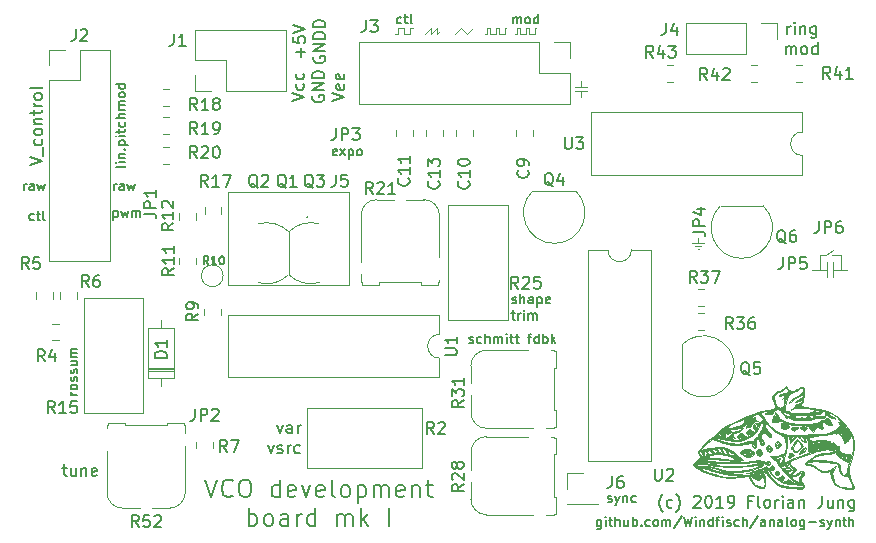
<source format=gbr>
G04 #@! TF.GenerationSoftware,KiCad,Pcbnew,5.1.2*
G04 #@! TF.CreationDate,2019-08-12T01:59:44+02:00*
G04 #@! TF.ProjectId,vco_mk1,76636f5f-6d6b-4312-9e6b-696361645f70,rev?*
G04 #@! TF.SameCoordinates,Original*
G04 #@! TF.FileFunction,Legend,Top*
G04 #@! TF.FilePolarity,Positive*
%FSLAX46Y46*%
G04 Gerber Fmt 4.6, Leading zero omitted, Abs format (unit mm)*
G04 Created by KiCad (PCBNEW 5.1.2) date 2019-08-12 01:59:44*
%MOMM*%
%LPD*%
G04 APERTURE LIST*
%ADD10C,0.200000*%
%ADD11C,0.160000*%
%ADD12C,0.120000*%
%ADD13C,0.150000*%
%ADD14C,0.010000*%
%ADD15C,0.175000*%
G04 APERTURE END LIST*
D10*
X160287142Y-156161714D02*
X160525238Y-156828380D01*
X160763333Y-156161714D01*
X161572857Y-156828380D02*
X161572857Y-156304571D01*
X161525238Y-156209333D01*
X161430000Y-156161714D01*
X161239523Y-156161714D01*
X161144285Y-156209333D01*
X161572857Y-156780761D02*
X161477619Y-156828380D01*
X161239523Y-156828380D01*
X161144285Y-156780761D01*
X161096666Y-156685523D01*
X161096666Y-156590285D01*
X161144285Y-156495047D01*
X161239523Y-156447428D01*
X161477619Y-156447428D01*
X161572857Y-156399809D01*
X162049047Y-156828380D02*
X162049047Y-156161714D01*
X162049047Y-156352190D02*
X162096666Y-156256952D01*
X162144285Y-156209333D01*
X162239523Y-156161714D01*
X162334761Y-156161714D01*
X159525238Y-157861714D02*
X159763333Y-158528380D01*
X160001428Y-157861714D01*
X160334761Y-158480761D02*
X160430000Y-158528380D01*
X160620476Y-158528380D01*
X160715714Y-158480761D01*
X160763333Y-158385523D01*
X160763333Y-158337904D01*
X160715714Y-158242666D01*
X160620476Y-158195047D01*
X160477619Y-158195047D01*
X160382380Y-158147428D01*
X160334761Y-158052190D01*
X160334761Y-158004571D01*
X160382380Y-157909333D01*
X160477619Y-157861714D01*
X160620476Y-157861714D01*
X160715714Y-157909333D01*
X161191904Y-158528380D02*
X161191904Y-157861714D01*
X161191904Y-158052190D02*
X161239523Y-157956952D01*
X161287142Y-157909333D01*
X161382380Y-157861714D01*
X161477619Y-157861714D01*
X162239523Y-158480761D02*
X162144285Y-158528380D01*
X161953809Y-158528380D01*
X161858571Y-158480761D01*
X161810952Y-158433142D01*
X161763333Y-158337904D01*
X161763333Y-158052190D01*
X161810952Y-157956952D01*
X161858571Y-157909333D01*
X161953809Y-157861714D01*
X162144285Y-157861714D01*
X162239523Y-157909333D01*
D11*
X176574904Y-149167809D02*
X176651095Y-149205904D01*
X176803476Y-149205904D01*
X176879666Y-149167809D01*
X176917761Y-149091619D01*
X176917761Y-149053523D01*
X176879666Y-148977333D01*
X176803476Y-148939238D01*
X176689190Y-148939238D01*
X176613000Y-148901142D01*
X176574904Y-148824952D01*
X176574904Y-148786857D01*
X176613000Y-148710666D01*
X176689190Y-148672571D01*
X176803476Y-148672571D01*
X176879666Y-148710666D01*
X177603476Y-149167809D02*
X177527285Y-149205904D01*
X177374904Y-149205904D01*
X177298714Y-149167809D01*
X177260619Y-149129714D01*
X177222523Y-149053523D01*
X177222523Y-148824952D01*
X177260619Y-148748761D01*
X177298714Y-148710666D01*
X177374904Y-148672571D01*
X177527285Y-148672571D01*
X177603476Y-148710666D01*
X177946333Y-149205904D02*
X177946333Y-148405904D01*
X178289190Y-149205904D02*
X178289190Y-148786857D01*
X178251095Y-148710666D01*
X178174904Y-148672571D01*
X178060619Y-148672571D01*
X177984428Y-148710666D01*
X177946333Y-148748761D01*
X178670142Y-149205904D02*
X178670142Y-148672571D01*
X178670142Y-148748761D02*
X178708238Y-148710666D01*
X178784428Y-148672571D01*
X178898714Y-148672571D01*
X178974904Y-148710666D01*
X179013000Y-148786857D01*
X179013000Y-149205904D01*
X179013000Y-148786857D02*
X179051095Y-148710666D01*
X179127285Y-148672571D01*
X179241571Y-148672571D01*
X179317761Y-148710666D01*
X179355857Y-148786857D01*
X179355857Y-149205904D01*
X179736809Y-149205904D02*
X179736809Y-148672571D01*
X179736809Y-148405904D02*
X179698714Y-148444000D01*
X179736809Y-148482095D01*
X179774904Y-148444000D01*
X179736809Y-148405904D01*
X179736809Y-148482095D01*
X180003476Y-148672571D02*
X180308238Y-148672571D01*
X180117761Y-148405904D02*
X180117761Y-149091619D01*
X180155857Y-149167809D01*
X180232047Y-149205904D01*
X180308238Y-149205904D01*
X180460619Y-148672571D02*
X180765380Y-148672571D01*
X180574904Y-148405904D02*
X180574904Y-149091619D01*
X180613000Y-149167809D01*
X180689190Y-149205904D01*
X180765380Y-149205904D01*
X181527285Y-148672571D02*
X181832047Y-148672571D01*
X181641571Y-149205904D02*
X181641571Y-148520190D01*
X181679666Y-148444000D01*
X181755857Y-148405904D01*
X181832047Y-148405904D01*
X182441571Y-149205904D02*
X182441571Y-148405904D01*
X182441571Y-149167809D02*
X182365380Y-149205904D01*
X182213000Y-149205904D01*
X182136809Y-149167809D01*
X182098714Y-149129714D01*
X182060619Y-149053523D01*
X182060619Y-148824952D01*
X182098714Y-148748761D01*
X182136809Y-148710666D01*
X182213000Y-148672571D01*
X182365380Y-148672571D01*
X182441571Y-148710666D01*
X182822523Y-149205904D02*
X182822523Y-148405904D01*
X182822523Y-148710666D02*
X182898714Y-148672571D01*
X183051095Y-148672571D01*
X183127285Y-148710666D01*
X183165380Y-148748761D01*
X183203476Y-148824952D01*
X183203476Y-149053523D01*
X183165380Y-149129714D01*
X183127285Y-149167809D01*
X183051095Y-149205904D01*
X182898714Y-149205904D01*
X182822523Y-149167809D01*
X183546333Y-149205904D02*
X183546333Y-148405904D01*
X183622523Y-148901142D02*
X183851095Y-149205904D01*
X183851095Y-148672571D02*
X183546333Y-148977333D01*
X143363904Y-153599904D02*
X142830571Y-153599904D01*
X142982952Y-153599904D02*
X142906761Y-153561809D01*
X142868666Y-153523714D01*
X142830571Y-153447523D01*
X142830571Y-153371333D01*
X143363904Y-152990380D02*
X143325809Y-153066571D01*
X143287714Y-153104666D01*
X143211523Y-153142761D01*
X142982952Y-153142761D01*
X142906761Y-153104666D01*
X142868666Y-153066571D01*
X142830571Y-152990380D01*
X142830571Y-152876095D01*
X142868666Y-152799904D01*
X142906761Y-152761809D01*
X142982952Y-152723714D01*
X143211523Y-152723714D01*
X143287714Y-152761809D01*
X143325809Y-152799904D01*
X143363904Y-152876095D01*
X143363904Y-152990380D01*
X143325809Y-152418952D02*
X143363904Y-152342761D01*
X143363904Y-152190380D01*
X143325809Y-152114190D01*
X143249619Y-152076095D01*
X143211523Y-152076095D01*
X143135333Y-152114190D01*
X143097238Y-152190380D01*
X143097238Y-152304666D01*
X143059142Y-152380857D01*
X142982952Y-152418952D01*
X142944857Y-152418952D01*
X142868666Y-152380857D01*
X142830571Y-152304666D01*
X142830571Y-152190380D01*
X142868666Y-152114190D01*
X143325809Y-151771333D02*
X143363904Y-151695142D01*
X143363904Y-151542761D01*
X143325809Y-151466571D01*
X143249619Y-151428476D01*
X143211523Y-151428476D01*
X143135333Y-151466571D01*
X143097238Y-151542761D01*
X143097238Y-151657047D01*
X143059142Y-151733238D01*
X142982952Y-151771333D01*
X142944857Y-151771333D01*
X142868666Y-151733238D01*
X142830571Y-151657047D01*
X142830571Y-151542761D01*
X142868666Y-151466571D01*
X142830571Y-150742761D02*
X143363904Y-150742761D01*
X142830571Y-151085619D02*
X143249619Y-151085619D01*
X143325809Y-151047523D01*
X143363904Y-150971333D01*
X143363904Y-150857047D01*
X143325809Y-150780857D01*
X143287714Y-150742761D01*
X143363904Y-150361809D02*
X142830571Y-150361809D01*
X142906761Y-150361809D02*
X142868666Y-150323714D01*
X142830571Y-150247523D01*
X142830571Y-150133238D01*
X142868666Y-150057047D01*
X142944857Y-150018952D01*
X143363904Y-150018952D01*
X142944857Y-150018952D02*
X142868666Y-149980857D01*
X142830571Y-149904666D01*
X142830571Y-149790380D01*
X142868666Y-149714190D01*
X142944857Y-149676095D01*
X143363904Y-149676095D01*
D10*
X142113190Y-159805714D02*
X142494142Y-159805714D01*
X142256047Y-159472380D02*
X142256047Y-160329523D01*
X142303666Y-160424761D01*
X142398904Y-160472380D01*
X142494142Y-160472380D01*
X143256047Y-159805714D02*
X143256047Y-160472380D01*
X142827476Y-159805714D02*
X142827476Y-160329523D01*
X142875095Y-160424761D01*
X142970333Y-160472380D01*
X143113190Y-160472380D01*
X143208428Y-160424761D01*
X143256047Y-160377142D01*
X143732238Y-159805714D02*
X143732238Y-160472380D01*
X143732238Y-159900952D02*
X143779857Y-159853333D01*
X143875095Y-159805714D01*
X144017952Y-159805714D01*
X144113190Y-159853333D01*
X144160809Y-159948571D01*
X144160809Y-160472380D01*
X145017952Y-160424761D02*
X144922714Y-160472380D01*
X144732238Y-160472380D01*
X144637000Y-160424761D01*
X144589380Y-160329523D01*
X144589380Y-159948571D01*
X144637000Y-159853333D01*
X144732238Y-159805714D01*
X144922714Y-159805714D01*
X145017952Y-159853333D01*
X145065571Y-159948571D01*
X145065571Y-160043809D01*
X144589380Y-160139047D01*
D12*
X195897500Y-141224000D02*
X196024500Y-141224000D01*
X195961000Y-140716000D02*
X195961000Y-140335000D01*
X196215000Y-140970000D02*
X195707000Y-140970000D01*
X195453000Y-140716000D02*
X196469000Y-140716000D01*
D11*
X180215380Y-145820809D02*
X180291571Y-145858904D01*
X180443952Y-145858904D01*
X180520142Y-145820809D01*
X180558238Y-145744619D01*
X180558238Y-145706523D01*
X180520142Y-145630333D01*
X180443952Y-145592238D01*
X180329666Y-145592238D01*
X180253476Y-145554142D01*
X180215380Y-145477952D01*
X180215380Y-145439857D01*
X180253476Y-145363666D01*
X180329666Y-145325571D01*
X180443952Y-145325571D01*
X180520142Y-145363666D01*
X180901095Y-145858904D02*
X180901095Y-145058904D01*
X181243952Y-145858904D02*
X181243952Y-145439857D01*
X181205857Y-145363666D01*
X181129666Y-145325571D01*
X181015380Y-145325571D01*
X180939190Y-145363666D01*
X180901095Y-145401761D01*
X181967761Y-145858904D02*
X181967761Y-145439857D01*
X181929666Y-145363666D01*
X181853476Y-145325571D01*
X181701095Y-145325571D01*
X181624904Y-145363666D01*
X181967761Y-145820809D02*
X181891571Y-145858904D01*
X181701095Y-145858904D01*
X181624904Y-145820809D01*
X181586809Y-145744619D01*
X181586809Y-145668428D01*
X181624904Y-145592238D01*
X181701095Y-145554142D01*
X181891571Y-145554142D01*
X181967761Y-145516047D01*
X182348714Y-145325571D02*
X182348714Y-146125571D01*
X182348714Y-145363666D02*
X182424904Y-145325571D01*
X182577285Y-145325571D01*
X182653476Y-145363666D01*
X182691571Y-145401761D01*
X182729666Y-145477952D01*
X182729666Y-145706523D01*
X182691571Y-145782714D01*
X182653476Y-145820809D01*
X182577285Y-145858904D01*
X182424904Y-145858904D01*
X182348714Y-145820809D01*
X183377285Y-145820809D02*
X183301095Y-145858904D01*
X183148714Y-145858904D01*
X183072523Y-145820809D01*
X183034428Y-145744619D01*
X183034428Y-145439857D01*
X183072523Y-145363666D01*
X183148714Y-145325571D01*
X183301095Y-145325571D01*
X183377285Y-145363666D01*
X183415380Y-145439857D01*
X183415380Y-145516047D01*
X183034428Y-145592238D01*
X180139190Y-146685571D02*
X180443952Y-146685571D01*
X180253476Y-146418904D02*
X180253476Y-147104619D01*
X180291571Y-147180809D01*
X180367761Y-147218904D01*
X180443952Y-147218904D01*
X180710619Y-147218904D02*
X180710619Y-146685571D01*
X180710619Y-146837952D02*
X180748714Y-146761761D01*
X180786809Y-146723666D01*
X180863000Y-146685571D01*
X180939190Y-146685571D01*
X181205857Y-147218904D02*
X181205857Y-146685571D01*
X181205857Y-146418904D02*
X181167761Y-146457000D01*
X181205857Y-146495095D01*
X181243952Y-146457000D01*
X181205857Y-146418904D01*
X181205857Y-146495095D01*
X181586809Y-147218904D02*
X181586809Y-146685571D01*
X181586809Y-146761761D02*
X181624904Y-146723666D01*
X181701095Y-146685571D01*
X181815380Y-146685571D01*
X181891571Y-146723666D01*
X181929666Y-146799857D01*
X181929666Y-147218904D01*
X181929666Y-146799857D02*
X181967761Y-146723666D01*
X182043952Y-146685571D01*
X182158238Y-146685571D01*
X182234428Y-146723666D01*
X182272523Y-146799857D01*
X182272523Y-147218904D01*
X165347761Y-133292809D02*
X165271571Y-133330904D01*
X165119190Y-133330904D01*
X165043000Y-133292809D01*
X165004904Y-133216619D01*
X165004904Y-132911857D01*
X165043000Y-132835666D01*
X165119190Y-132797571D01*
X165271571Y-132797571D01*
X165347761Y-132835666D01*
X165385857Y-132911857D01*
X165385857Y-132988047D01*
X165004904Y-133064238D01*
X165652523Y-133330904D02*
X166071571Y-132797571D01*
X165652523Y-132797571D02*
X166071571Y-133330904D01*
X166376333Y-132797571D02*
X166376333Y-133597571D01*
X166376333Y-132835666D02*
X166452523Y-132797571D01*
X166604904Y-132797571D01*
X166681095Y-132835666D01*
X166719190Y-132873761D01*
X166757285Y-132949952D01*
X166757285Y-133178523D01*
X166719190Y-133254714D01*
X166681095Y-133292809D01*
X166604904Y-133330904D01*
X166452523Y-133330904D01*
X166376333Y-133292809D01*
X167214428Y-133330904D02*
X167138238Y-133292809D01*
X167100142Y-133254714D01*
X167062047Y-133178523D01*
X167062047Y-132949952D01*
X167100142Y-132873761D01*
X167138238Y-132835666D01*
X167214428Y-132797571D01*
X167328714Y-132797571D01*
X167404904Y-132835666D01*
X167443000Y-132873761D01*
X167481095Y-132949952D01*
X167481095Y-133178523D01*
X167443000Y-133254714D01*
X167404904Y-133292809D01*
X167328714Y-133330904D01*
X167214428Y-133330904D01*
X188303047Y-162629809D02*
X188379238Y-162667904D01*
X188531619Y-162667904D01*
X188607809Y-162629809D01*
X188645904Y-162553619D01*
X188645904Y-162515523D01*
X188607809Y-162439333D01*
X188531619Y-162401238D01*
X188417333Y-162401238D01*
X188341142Y-162363142D01*
X188303047Y-162286952D01*
X188303047Y-162248857D01*
X188341142Y-162172666D01*
X188417333Y-162134571D01*
X188531619Y-162134571D01*
X188607809Y-162172666D01*
X188912571Y-162134571D02*
X189103047Y-162667904D01*
X189293523Y-162134571D02*
X189103047Y-162667904D01*
X189026857Y-162858380D01*
X188988761Y-162896476D01*
X188912571Y-162934571D01*
X189598285Y-162134571D02*
X189598285Y-162667904D01*
X189598285Y-162210761D02*
X189636380Y-162172666D01*
X189712571Y-162134571D01*
X189826857Y-162134571D01*
X189903047Y-162172666D01*
X189941142Y-162248857D01*
X189941142Y-162667904D01*
X190664952Y-162629809D02*
X190588761Y-162667904D01*
X190436380Y-162667904D01*
X190360190Y-162629809D01*
X190322095Y-162591714D01*
X190284000Y-162515523D01*
X190284000Y-162286952D01*
X190322095Y-162210761D01*
X190360190Y-162172666D01*
X190436380Y-162134571D01*
X190588761Y-162134571D01*
X190664952Y-162172666D01*
D12*
X206756000Y-141732000D02*
X206248000Y-141732000D01*
X207264000Y-141732000D02*
X208026000Y-141732000D01*
X206756000Y-141732000D02*
X207391000Y-141351000D01*
X208026000Y-143002000D02*
X208026000Y-141732000D01*
X206248000Y-143002000D02*
X206248000Y-141732000D01*
X206883000Y-143002000D02*
X205613000Y-143002000D01*
X207391000Y-143002000D02*
X208534000Y-143002000D01*
X207391000Y-142367000D02*
X207391000Y-143637000D01*
X206883000Y-143637000D02*
X206883000Y-142367000D01*
D10*
X203509714Y-123046380D02*
X203509714Y-122379714D01*
X203509714Y-122570190D02*
X203557333Y-122474952D01*
X203604952Y-122427333D01*
X203700190Y-122379714D01*
X203795428Y-122379714D01*
X204128761Y-123046380D02*
X204128761Y-122379714D01*
X204128761Y-122046380D02*
X204081142Y-122094000D01*
X204128761Y-122141619D01*
X204176380Y-122094000D01*
X204128761Y-122046380D01*
X204128761Y-122141619D01*
X204604952Y-122379714D02*
X204604952Y-123046380D01*
X204604952Y-122474952D02*
X204652571Y-122427333D01*
X204747809Y-122379714D01*
X204890666Y-122379714D01*
X204985904Y-122427333D01*
X205033523Y-122522571D01*
X205033523Y-123046380D01*
X205938285Y-122379714D02*
X205938285Y-123189238D01*
X205890666Y-123284476D01*
X205843047Y-123332095D01*
X205747809Y-123379714D01*
X205604952Y-123379714D01*
X205509714Y-123332095D01*
X205938285Y-122998761D02*
X205843047Y-123046380D01*
X205652571Y-123046380D01*
X205557333Y-122998761D01*
X205509714Y-122951142D01*
X205462095Y-122855904D01*
X205462095Y-122570190D01*
X205509714Y-122474952D01*
X205557333Y-122427333D01*
X205652571Y-122379714D01*
X205843047Y-122379714D01*
X205938285Y-122427333D01*
X203390666Y-124746380D02*
X203390666Y-124079714D01*
X203390666Y-124174952D02*
X203438285Y-124127333D01*
X203533523Y-124079714D01*
X203676380Y-124079714D01*
X203771619Y-124127333D01*
X203819238Y-124222571D01*
X203819238Y-124746380D01*
X203819238Y-124222571D02*
X203866857Y-124127333D01*
X203962095Y-124079714D01*
X204104952Y-124079714D01*
X204200190Y-124127333D01*
X204247809Y-124222571D01*
X204247809Y-124746380D01*
X204866857Y-124746380D02*
X204771619Y-124698761D01*
X204724000Y-124651142D01*
X204676380Y-124555904D01*
X204676380Y-124270190D01*
X204724000Y-124174952D01*
X204771619Y-124127333D01*
X204866857Y-124079714D01*
X205009714Y-124079714D01*
X205104952Y-124127333D01*
X205152571Y-124174952D01*
X205200190Y-124270190D01*
X205200190Y-124555904D01*
X205152571Y-124651142D01*
X205104952Y-124698761D01*
X205009714Y-124746380D01*
X204866857Y-124746380D01*
X206057333Y-124746380D02*
X206057333Y-123746380D01*
X206057333Y-124698761D02*
X205962095Y-124746380D01*
X205771619Y-124746380D01*
X205676380Y-124698761D01*
X205628761Y-124651142D01*
X205581142Y-124555904D01*
X205581142Y-124270190D01*
X205628761Y-124174952D01*
X205676380Y-124127333D01*
X205771619Y-124079714D01*
X205962095Y-124079714D01*
X206057333Y-124127333D01*
D12*
X186055000Y-127889000D02*
X186055000Y-128397000D01*
X186055000Y-127508000D02*
X186055000Y-127000000D01*
X185547000Y-127889000D02*
X186563000Y-127889000D01*
X185547000Y-127508000D02*
X186563000Y-127508000D01*
D11*
X180289333Y-122154904D02*
X180289333Y-121621571D01*
X180289333Y-121697761D02*
X180327428Y-121659666D01*
X180403619Y-121621571D01*
X180517904Y-121621571D01*
X180594095Y-121659666D01*
X180632190Y-121735857D01*
X180632190Y-122154904D01*
X180632190Y-121735857D02*
X180670285Y-121659666D01*
X180746476Y-121621571D01*
X180860761Y-121621571D01*
X180936952Y-121659666D01*
X180975047Y-121735857D01*
X180975047Y-122154904D01*
X181470285Y-122154904D02*
X181394095Y-122116809D01*
X181356000Y-122078714D01*
X181317904Y-122002523D01*
X181317904Y-121773952D01*
X181356000Y-121697761D01*
X181394095Y-121659666D01*
X181470285Y-121621571D01*
X181584571Y-121621571D01*
X181660761Y-121659666D01*
X181698857Y-121697761D01*
X181736952Y-121773952D01*
X181736952Y-122002523D01*
X181698857Y-122078714D01*
X181660761Y-122116809D01*
X181584571Y-122154904D01*
X181470285Y-122154904D01*
X182422666Y-122154904D02*
X182422666Y-121354904D01*
X182422666Y-122116809D02*
X182346476Y-122154904D01*
X182194095Y-122154904D01*
X182117904Y-122116809D01*
X182079809Y-122078714D01*
X182041714Y-122002523D01*
X182041714Y-121773952D01*
X182079809Y-121697761D01*
X182117904Y-121659666D01*
X182194095Y-121621571D01*
X182346476Y-121621571D01*
X182422666Y-121659666D01*
D12*
X182118000Y-123063000D02*
X182118000Y-122555000D01*
X180848000Y-123063000D02*
X181356000Y-123063000D01*
X181610000Y-123063000D02*
X182118000Y-123063000D01*
X180594000Y-123063000D02*
X180594000Y-122555000D01*
X182118000Y-122555000D02*
X182245000Y-122555000D01*
X180848000Y-122555000D02*
X180848000Y-123063000D01*
X180594000Y-122555000D02*
X180848000Y-122555000D01*
X180467000Y-123063000D02*
X180594000Y-123063000D01*
X181356000Y-123063000D02*
X181356000Y-122555000D01*
X181356000Y-122555000D02*
X181610000Y-122555000D01*
X181610000Y-122555000D02*
X181610000Y-123063000D01*
X179578000Y-122555000D02*
X179705000Y-122555000D01*
X179578000Y-123063000D02*
X179578000Y-122555000D01*
X179070000Y-123063000D02*
X179578000Y-123063000D01*
X179070000Y-122555000D02*
X179070000Y-123063000D01*
X178816000Y-122555000D02*
X179070000Y-122555000D01*
X178816000Y-123063000D02*
X178816000Y-122555000D01*
X178308000Y-123063000D02*
X178816000Y-123063000D01*
X178308000Y-122555000D02*
X178308000Y-123063000D01*
X178054000Y-122555000D02*
X178308000Y-122555000D01*
X178054000Y-123063000D02*
X178054000Y-122555000D01*
X177927000Y-123063000D02*
X178054000Y-123063000D01*
X176403000Y-123063000D02*
X176911000Y-122555000D01*
X175895000Y-122555000D02*
X176403000Y-123063000D01*
X175387000Y-123063000D02*
X175895000Y-122555000D01*
X173863000Y-123063000D02*
X174117000Y-122809000D01*
X173863000Y-122555000D02*
X173863000Y-123063000D01*
X173355000Y-123063000D02*
X173863000Y-122555000D01*
X173355000Y-122555000D02*
X173355000Y-123063000D01*
X172847000Y-123063000D02*
X173355000Y-122555000D01*
D11*
X170821380Y-122116809D02*
X170745190Y-122154904D01*
X170592809Y-122154904D01*
X170516619Y-122116809D01*
X170478523Y-122078714D01*
X170440428Y-122002523D01*
X170440428Y-121773952D01*
X170478523Y-121697761D01*
X170516619Y-121659666D01*
X170592809Y-121621571D01*
X170745190Y-121621571D01*
X170821380Y-121659666D01*
X171049952Y-121621571D02*
X171354714Y-121621571D01*
X171164238Y-121354904D02*
X171164238Y-122040619D01*
X171202333Y-122116809D01*
X171278523Y-122154904D01*
X171354714Y-122154904D01*
X171735666Y-122154904D02*
X171659476Y-122116809D01*
X171621380Y-122040619D01*
X171621380Y-121354904D01*
D12*
X171577000Y-122555000D02*
X171831000Y-122555000D01*
X171577000Y-123063000D02*
X171577000Y-122555000D01*
X171069000Y-123063000D02*
X171577000Y-123063000D01*
X171069000Y-122555000D02*
X171069000Y-123063000D01*
X170561000Y-122555000D02*
X171069000Y-122555000D01*
X170561000Y-123063000D02*
X170561000Y-122555000D01*
X170307000Y-123063000D02*
X170561000Y-123063000D01*
D10*
X162289428Y-124983714D02*
X162289428Y-124221809D01*
X162670380Y-124602761D02*
X161908476Y-124602761D01*
X161670380Y-123269428D02*
X161670380Y-123745619D01*
X162146571Y-123793238D01*
X162098952Y-123745619D01*
X162051333Y-123650380D01*
X162051333Y-123412285D01*
X162098952Y-123317047D01*
X162146571Y-123269428D01*
X162241809Y-123221809D01*
X162479904Y-123221809D01*
X162575142Y-123269428D01*
X162622761Y-123317047D01*
X162670380Y-123412285D01*
X162670380Y-123650380D01*
X162622761Y-123745619D01*
X162575142Y-123793238D01*
X161670380Y-122936095D02*
X162670380Y-122602761D01*
X161670380Y-122269428D01*
X163418000Y-124959904D02*
X163370380Y-125055142D01*
X163370380Y-125198000D01*
X163418000Y-125340857D01*
X163513238Y-125436095D01*
X163608476Y-125483714D01*
X163798952Y-125531333D01*
X163941809Y-125531333D01*
X164132285Y-125483714D01*
X164227523Y-125436095D01*
X164322761Y-125340857D01*
X164370380Y-125198000D01*
X164370380Y-125102761D01*
X164322761Y-124959904D01*
X164275142Y-124912285D01*
X163941809Y-124912285D01*
X163941809Y-125102761D01*
X164370380Y-124483714D02*
X163370380Y-124483714D01*
X164370380Y-123912285D01*
X163370380Y-123912285D01*
X164370380Y-123436095D02*
X163370380Y-123436095D01*
X163370380Y-123198000D01*
X163418000Y-123055142D01*
X163513238Y-122959904D01*
X163608476Y-122912285D01*
X163798952Y-122864666D01*
X163941809Y-122864666D01*
X164132285Y-122912285D01*
X164227523Y-122959904D01*
X164322761Y-123055142D01*
X164370380Y-123198000D01*
X164370380Y-123436095D01*
X164370380Y-122436095D02*
X163370380Y-122436095D01*
X163370380Y-122198000D01*
X163418000Y-122055142D01*
X163513238Y-121959904D01*
X163608476Y-121912285D01*
X163798952Y-121864666D01*
X163941809Y-121864666D01*
X164132285Y-121912285D01*
X164227523Y-121959904D01*
X164322761Y-122055142D01*
X164370380Y-122198000D01*
X164370380Y-122436095D01*
X161582380Y-128698476D02*
X162582380Y-128365142D01*
X161582380Y-128031809D01*
X162534761Y-127269904D02*
X162582380Y-127365142D01*
X162582380Y-127555619D01*
X162534761Y-127650857D01*
X162487142Y-127698476D01*
X162391904Y-127746095D01*
X162106190Y-127746095D01*
X162010952Y-127698476D01*
X161963333Y-127650857D01*
X161915714Y-127555619D01*
X161915714Y-127365142D01*
X161963333Y-127269904D01*
X162534761Y-126412761D02*
X162582380Y-126508000D01*
X162582380Y-126698476D01*
X162534761Y-126793714D01*
X162487142Y-126841333D01*
X162391904Y-126888952D01*
X162106190Y-126888952D01*
X162010952Y-126841333D01*
X161963333Y-126793714D01*
X161915714Y-126698476D01*
X161915714Y-126508000D01*
X161963333Y-126412761D01*
X163330000Y-128269904D02*
X163282380Y-128365142D01*
X163282380Y-128508000D01*
X163330000Y-128650857D01*
X163425238Y-128746095D01*
X163520476Y-128793714D01*
X163710952Y-128841333D01*
X163853809Y-128841333D01*
X164044285Y-128793714D01*
X164139523Y-128746095D01*
X164234761Y-128650857D01*
X164282380Y-128508000D01*
X164282380Y-128412761D01*
X164234761Y-128269904D01*
X164187142Y-128222285D01*
X163853809Y-128222285D01*
X163853809Y-128412761D01*
X164282380Y-127793714D02*
X163282380Y-127793714D01*
X164282380Y-127222285D01*
X163282380Y-127222285D01*
X164282380Y-126746095D02*
X163282380Y-126746095D01*
X163282380Y-126508000D01*
X163330000Y-126365142D01*
X163425238Y-126269904D01*
X163520476Y-126222285D01*
X163710952Y-126174666D01*
X163853809Y-126174666D01*
X164044285Y-126222285D01*
X164139523Y-126269904D01*
X164234761Y-126365142D01*
X164282380Y-126508000D01*
X164282380Y-126746095D01*
X164982380Y-128698476D02*
X165982380Y-128365142D01*
X164982380Y-128031809D01*
X165934761Y-127317523D02*
X165982380Y-127412761D01*
X165982380Y-127603238D01*
X165934761Y-127698476D01*
X165839523Y-127746095D01*
X165458571Y-127746095D01*
X165363333Y-127698476D01*
X165315714Y-127603238D01*
X165315714Y-127412761D01*
X165363333Y-127317523D01*
X165458571Y-127269904D01*
X165553809Y-127269904D01*
X165649047Y-127746095D01*
X165934761Y-126460380D02*
X165982380Y-126555619D01*
X165982380Y-126746095D01*
X165934761Y-126841333D01*
X165839523Y-126888952D01*
X165458571Y-126888952D01*
X165363333Y-126841333D01*
X165315714Y-126746095D01*
X165315714Y-126555619D01*
X165363333Y-126460380D01*
X165458571Y-126412761D01*
X165553809Y-126412761D01*
X165649047Y-126888952D01*
D11*
X146481904Y-136251904D02*
X146481904Y-135718571D01*
X146481904Y-135870952D02*
X146520000Y-135794761D01*
X146558095Y-135756666D01*
X146634285Y-135718571D01*
X146710476Y-135718571D01*
X147320000Y-136251904D02*
X147320000Y-135832857D01*
X147281904Y-135756666D01*
X147205714Y-135718571D01*
X147053333Y-135718571D01*
X146977142Y-135756666D01*
X147320000Y-136213809D02*
X147243809Y-136251904D01*
X147053333Y-136251904D01*
X146977142Y-136213809D01*
X146939047Y-136137619D01*
X146939047Y-136061428D01*
X146977142Y-135985238D01*
X147053333Y-135947142D01*
X147243809Y-135947142D01*
X147320000Y-135909047D01*
X147624761Y-135718571D02*
X147777142Y-136251904D01*
X147929523Y-135870952D01*
X148081904Y-136251904D01*
X148234285Y-135718571D01*
X147427904Y-134200476D02*
X147389809Y-134276666D01*
X147313619Y-134314761D01*
X146627904Y-134314761D01*
X147427904Y-133895714D02*
X146894571Y-133895714D01*
X146627904Y-133895714D02*
X146666000Y-133933809D01*
X146704095Y-133895714D01*
X146666000Y-133857619D01*
X146627904Y-133895714D01*
X146704095Y-133895714D01*
X146894571Y-133514761D02*
X147427904Y-133514761D01*
X146970761Y-133514761D02*
X146932666Y-133476666D01*
X146894571Y-133400476D01*
X146894571Y-133286190D01*
X146932666Y-133210000D01*
X147008857Y-133171904D01*
X147427904Y-133171904D01*
X147351714Y-132790952D02*
X147389809Y-132752857D01*
X147427904Y-132790952D01*
X147389809Y-132829047D01*
X147351714Y-132790952D01*
X147427904Y-132790952D01*
X146894571Y-132410000D02*
X147694571Y-132410000D01*
X146932666Y-132410000D02*
X146894571Y-132333809D01*
X146894571Y-132181428D01*
X146932666Y-132105238D01*
X146970761Y-132067142D01*
X147046952Y-132029047D01*
X147275523Y-132029047D01*
X147351714Y-132067142D01*
X147389809Y-132105238D01*
X147427904Y-132181428D01*
X147427904Y-132333809D01*
X147389809Y-132410000D01*
X147427904Y-131686190D02*
X146894571Y-131686190D01*
X146627904Y-131686190D02*
X146666000Y-131724285D01*
X146704095Y-131686190D01*
X146666000Y-131648095D01*
X146627904Y-131686190D01*
X146704095Y-131686190D01*
X146894571Y-131419523D02*
X146894571Y-131114761D01*
X146627904Y-131305238D02*
X147313619Y-131305238D01*
X147389809Y-131267142D01*
X147427904Y-131190952D01*
X147427904Y-131114761D01*
X147389809Y-130505238D02*
X147427904Y-130581428D01*
X147427904Y-130733809D01*
X147389809Y-130810000D01*
X147351714Y-130848095D01*
X147275523Y-130886190D01*
X147046952Y-130886190D01*
X146970761Y-130848095D01*
X146932666Y-130810000D01*
X146894571Y-130733809D01*
X146894571Y-130581428D01*
X146932666Y-130505238D01*
X147427904Y-130162380D02*
X146627904Y-130162380D01*
X147427904Y-129819523D02*
X147008857Y-129819523D01*
X146932666Y-129857619D01*
X146894571Y-129933809D01*
X146894571Y-130048095D01*
X146932666Y-130124285D01*
X146970761Y-130162380D01*
X147427904Y-129438571D02*
X146894571Y-129438571D01*
X146970761Y-129438571D02*
X146932666Y-129400476D01*
X146894571Y-129324285D01*
X146894571Y-129210000D01*
X146932666Y-129133809D01*
X147008857Y-129095714D01*
X147427904Y-129095714D01*
X147008857Y-129095714D02*
X146932666Y-129057619D01*
X146894571Y-128981428D01*
X146894571Y-128867142D01*
X146932666Y-128790952D01*
X147008857Y-128752857D01*
X147427904Y-128752857D01*
X147427904Y-128257619D02*
X147389809Y-128333809D01*
X147351714Y-128371904D01*
X147275523Y-128410000D01*
X147046952Y-128410000D01*
X146970761Y-128371904D01*
X146932666Y-128333809D01*
X146894571Y-128257619D01*
X146894571Y-128143333D01*
X146932666Y-128067142D01*
X146970761Y-128029047D01*
X147046952Y-127990952D01*
X147275523Y-127990952D01*
X147351714Y-128029047D01*
X147389809Y-128067142D01*
X147427904Y-128143333D01*
X147427904Y-128257619D01*
X147427904Y-127305238D02*
X146627904Y-127305238D01*
X147389809Y-127305238D02*
X147427904Y-127381428D01*
X147427904Y-127533809D01*
X147389809Y-127610000D01*
X147351714Y-127648095D01*
X147275523Y-127686190D01*
X147046952Y-127686190D01*
X146970761Y-127648095D01*
X146932666Y-127610000D01*
X146894571Y-127533809D01*
X146894571Y-127381428D01*
X146932666Y-127305238D01*
X146450190Y-138004571D02*
X146450190Y-138804571D01*
X146450190Y-138042666D02*
X146526380Y-138004571D01*
X146678761Y-138004571D01*
X146754952Y-138042666D01*
X146793047Y-138080761D01*
X146831142Y-138156952D01*
X146831142Y-138385523D01*
X146793047Y-138461714D01*
X146754952Y-138499809D01*
X146678761Y-138537904D01*
X146526380Y-138537904D01*
X146450190Y-138499809D01*
X147097809Y-138004571D02*
X147250190Y-138537904D01*
X147402571Y-138156952D01*
X147554952Y-138537904D01*
X147707333Y-138004571D01*
X148012095Y-138537904D02*
X148012095Y-138004571D01*
X148012095Y-138080761D02*
X148050190Y-138042666D01*
X148126380Y-138004571D01*
X148240666Y-138004571D01*
X148316857Y-138042666D01*
X148354952Y-138118857D01*
X148354952Y-138537904D01*
X148354952Y-138118857D02*
X148393047Y-138042666D01*
X148469238Y-138004571D01*
X148583523Y-138004571D01*
X148659714Y-138042666D01*
X148697809Y-138118857D01*
X148697809Y-138537904D01*
X139706380Y-138753809D02*
X139630190Y-138791904D01*
X139477809Y-138791904D01*
X139401619Y-138753809D01*
X139363523Y-138715714D01*
X139325428Y-138639523D01*
X139325428Y-138410952D01*
X139363523Y-138334761D01*
X139401619Y-138296666D01*
X139477809Y-138258571D01*
X139630190Y-138258571D01*
X139706380Y-138296666D01*
X139934952Y-138258571D02*
X140239714Y-138258571D01*
X140049238Y-137991904D02*
X140049238Y-138677619D01*
X140087333Y-138753809D01*
X140163523Y-138791904D01*
X140239714Y-138791904D01*
X140620666Y-138791904D02*
X140544476Y-138753809D01*
X140506380Y-138677619D01*
X140506380Y-137991904D01*
X138861904Y-136251904D02*
X138861904Y-135718571D01*
X138861904Y-135870952D02*
X138900000Y-135794761D01*
X138938095Y-135756666D01*
X139014285Y-135718571D01*
X139090476Y-135718571D01*
X139700000Y-136251904D02*
X139700000Y-135832857D01*
X139661904Y-135756666D01*
X139585714Y-135718571D01*
X139433333Y-135718571D01*
X139357142Y-135756666D01*
X139700000Y-136213809D02*
X139623809Y-136251904D01*
X139433333Y-136251904D01*
X139357142Y-136213809D01*
X139319047Y-136137619D01*
X139319047Y-136061428D01*
X139357142Y-135985238D01*
X139433333Y-135947142D01*
X139623809Y-135947142D01*
X139700000Y-135909047D01*
X140004761Y-135718571D02*
X140157142Y-136251904D01*
X140309523Y-135870952D01*
X140461904Y-136251904D01*
X140614285Y-135718571D01*
D10*
X139406380Y-134167142D02*
X140406380Y-133833809D01*
X139406380Y-133500476D01*
X140501619Y-133405238D02*
X140501619Y-132643333D01*
X140358761Y-131976666D02*
X140406380Y-132071904D01*
X140406380Y-132262380D01*
X140358761Y-132357619D01*
X140311142Y-132405238D01*
X140215904Y-132452857D01*
X139930190Y-132452857D01*
X139834952Y-132405238D01*
X139787333Y-132357619D01*
X139739714Y-132262380D01*
X139739714Y-132071904D01*
X139787333Y-131976666D01*
X140406380Y-131405238D02*
X140358761Y-131500476D01*
X140311142Y-131548095D01*
X140215904Y-131595714D01*
X139930190Y-131595714D01*
X139834952Y-131548095D01*
X139787333Y-131500476D01*
X139739714Y-131405238D01*
X139739714Y-131262380D01*
X139787333Y-131167142D01*
X139834952Y-131119523D01*
X139930190Y-131071904D01*
X140215904Y-131071904D01*
X140311142Y-131119523D01*
X140358761Y-131167142D01*
X140406380Y-131262380D01*
X140406380Y-131405238D01*
X139739714Y-130643333D02*
X140406380Y-130643333D01*
X139834952Y-130643333D02*
X139787333Y-130595714D01*
X139739714Y-130500476D01*
X139739714Y-130357619D01*
X139787333Y-130262380D01*
X139882571Y-130214761D01*
X140406380Y-130214761D01*
X139739714Y-129881428D02*
X139739714Y-129500476D01*
X139406380Y-129738571D02*
X140263523Y-129738571D01*
X140358761Y-129690952D01*
X140406380Y-129595714D01*
X140406380Y-129500476D01*
X140406380Y-129167142D02*
X139739714Y-129167142D01*
X139930190Y-129167142D02*
X139834952Y-129119523D01*
X139787333Y-129071904D01*
X139739714Y-128976666D01*
X139739714Y-128881428D01*
X140406380Y-128405238D02*
X140358761Y-128500476D01*
X140311142Y-128548095D01*
X140215904Y-128595714D01*
X139930190Y-128595714D01*
X139834952Y-128548095D01*
X139787333Y-128500476D01*
X139739714Y-128405238D01*
X139739714Y-128262380D01*
X139787333Y-128167142D01*
X139834952Y-128119523D01*
X139930190Y-128071904D01*
X140215904Y-128071904D01*
X140311142Y-128119523D01*
X140358761Y-128167142D01*
X140406380Y-128262380D01*
X140406380Y-128405238D01*
X140406380Y-127500476D02*
X140358761Y-127595714D01*
X140263523Y-127643333D01*
X139406380Y-127643333D01*
D11*
X187732714Y-164166571D02*
X187732714Y-164814190D01*
X187694619Y-164890380D01*
X187656523Y-164928476D01*
X187580333Y-164966571D01*
X187466047Y-164966571D01*
X187389857Y-164928476D01*
X187732714Y-164661809D02*
X187656523Y-164699904D01*
X187504142Y-164699904D01*
X187427952Y-164661809D01*
X187389857Y-164623714D01*
X187351761Y-164547523D01*
X187351761Y-164318952D01*
X187389857Y-164242761D01*
X187427952Y-164204666D01*
X187504142Y-164166571D01*
X187656523Y-164166571D01*
X187732714Y-164204666D01*
X188113666Y-164699904D02*
X188113666Y-164166571D01*
X188113666Y-163899904D02*
X188075571Y-163938000D01*
X188113666Y-163976095D01*
X188151761Y-163938000D01*
X188113666Y-163899904D01*
X188113666Y-163976095D01*
X188380333Y-164166571D02*
X188685095Y-164166571D01*
X188494619Y-163899904D02*
X188494619Y-164585619D01*
X188532714Y-164661809D01*
X188608904Y-164699904D01*
X188685095Y-164699904D01*
X188951761Y-164699904D02*
X188951761Y-163899904D01*
X189294619Y-164699904D02*
X189294619Y-164280857D01*
X189256523Y-164204666D01*
X189180333Y-164166571D01*
X189066047Y-164166571D01*
X188989857Y-164204666D01*
X188951761Y-164242761D01*
X190018428Y-164166571D02*
X190018428Y-164699904D01*
X189675571Y-164166571D02*
X189675571Y-164585619D01*
X189713666Y-164661809D01*
X189789857Y-164699904D01*
X189904142Y-164699904D01*
X189980333Y-164661809D01*
X190018428Y-164623714D01*
X190399380Y-164699904D02*
X190399380Y-163899904D01*
X190399380Y-164204666D02*
X190475571Y-164166571D01*
X190627952Y-164166571D01*
X190704142Y-164204666D01*
X190742238Y-164242761D01*
X190780333Y-164318952D01*
X190780333Y-164547523D01*
X190742238Y-164623714D01*
X190704142Y-164661809D01*
X190627952Y-164699904D01*
X190475571Y-164699904D01*
X190399380Y-164661809D01*
X191123190Y-164623714D02*
X191161285Y-164661809D01*
X191123190Y-164699904D01*
X191085095Y-164661809D01*
X191123190Y-164623714D01*
X191123190Y-164699904D01*
X191847000Y-164661809D02*
X191770809Y-164699904D01*
X191618428Y-164699904D01*
X191542238Y-164661809D01*
X191504142Y-164623714D01*
X191466047Y-164547523D01*
X191466047Y-164318952D01*
X191504142Y-164242761D01*
X191542238Y-164204666D01*
X191618428Y-164166571D01*
X191770809Y-164166571D01*
X191847000Y-164204666D01*
X192304142Y-164699904D02*
X192227952Y-164661809D01*
X192189857Y-164623714D01*
X192151761Y-164547523D01*
X192151761Y-164318952D01*
X192189857Y-164242761D01*
X192227952Y-164204666D01*
X192304142Y-164166571D01*
X192418428Y-164166571D01*
X192494619Y-164204666D01*
X192532714Y-164242761D01*
X192570809Y-164318952D01*
X192570809Y-164547523D01*
X192532714Y-164623714D01*
X192494619Y-164661809D01*
X192418428Y-164699904D01*
X192304142Y-164699904D01*
X192913666Y-164699904D02*
X192913666Y-164166571D01*
X192913666Y-164242761D02*
X192951761Y-164204666D01*
X193027952Y-164166571D01*
X193142238Y-164166571D01*
X193218428Y-164204666D01*
X193256523Y-164280857D01*
X193256523Y-164699904D01*
X193256523Y-164280857D02*
X193294619Y-164204666D01*
X193370809Y-164166571D01*
X193485095Y-164166571D01*
X193561285Y-164204666D01*
X193599380Y-164280857D01*
X193599380Y-164699904D01*
X194551761Y-163861809D02*
X193866047Y-164890380D01*
X194742238Y-163899904D02*
X194932714Y-164699904D01*
X195085095Y-164128476D01*
X195237476Y-164699904D01*
X195427952Y-163899904D01*
X195732714Y-164699904D02*
X195732714Y-164166571D01*
X195732714Y-163899904D02*
X195694619Y-163938000D01*
X195732714Y-163976095D01*
X195770809Y-163938000D01*
X195732714Y-163899904D01*
X195732714Y-163976095D01*
X196113666Y-164166571D02*
X196113666Y-164699904D01*
X196113666Y-164242761D02*
X196151761Y-164204666D01*
X196227952Y-164166571D01*
X196342238Y-164166571D01*
X196418428Y-164204666D01*
X196456523Y-164280857D01*
X196456523Y-164699904D01*
X197180333Y-164699904D02*
X197180333Y-163899904D01*
X197180333Y-164661809D02*
X197104142Y-164699904D01*
X196951761Y-164699904D01*
X196875571Y-164661809D01*
X196837476Y-164623714D01*
X196799380Y-164547523D01*
X196799380Y-164318952D01*
X196837476Y-164242761D01*
X196875571Y-164204666D01*
X196951761Y-164166571D01*
X197104142Y-164166571D01*
X197180333Y-164204666D01*
X197447000Y-164166571D02*
X197751761Y-164166571D01*
X197561285Y-164699904D02*
X197561285Y-164014190D01*
X197599380Y-163938000D01*
X197675571Y-163899904D01*
X197751761Y-163899904D01*
X198018428Y-164699904D02*
X198018428Y-164166571D01*
X198018428Y-163899904D02*
X197980333Y-163938000D01*
X198018428Y-163976095D01*
X198056523Y-163938000D01*
X198018428Y-163899904D01*
X198018428Y-163976095D01*
X198361285Y-164661809D02*
X198437476Y-164699904D01*
X198589857Y-164699904D01*
X198666047Y-164661809D01*
X198704142Y-164585619D01*
X198704142Y-164547523D01*
X198666047Y-164471333D01*
X198589857Y-164433238D01*
X198475571Y-164433238D01*
X198399380Y-164395142D01*
X198361285Y-164318952D01*
X198361285Y-164280857D01*
X198399380Y-164204666D01*
X198475571Y-164166571D01*
X198589857Y-164166571D01*
X198666047Y-164204666D01*
X199389857Y-164661809D02*
X199313666Y-164699904D01*
X199161285Y-164699904D01*
X199085095Y-164661809D01*
X199047000Y-164623714D01*
X199008904Y-164547523D01*
X199008904Y-164318952D01*
X199047000Y-164242761D01*
X199085095Y-164204666D01*
X199161285Y-164166571D01*
X199313666Y-164166571D01*
X199389857Y-164204666D01*
X199732714Y-164699904D02*
X199732714Y-163899904D01*
X200075571Y-164699904D02*
X200075571Y-164280857D01*
X200037476Y-164204666D01*
X199961285Y-164166571D01*
X199847000Y-164166571D01*
X199770809Y-164204666D01*
X199732714Y-164242761D01*
X201027952Y-163861809D02*
X200342238Y-164890380D01*
X201637476Y-164699904D02*
X201637476Y-164280857D01*
X201599380Y-164204666D01*
X201523190Y-164166571D01*
X201370809Y-164166571D01*
X201294619Y-164204666D01*
X201637476Y-164661809D02*
X201561285Y-164699904D01*
X201370809Y-164699904D01*
X201294619Y-164661809D01*
X201256523Y-164585619D01*
X201256523Y-164509428D01*
X201294619Y-164433238D01*
X201370809Y-164395142D01*
X201561285Y-164395142D01*
X201637476Y-164357047D01*
X202018428Y-164166571D02*
X202018428Y-164699904D01*
X202018428Y-164242761D02*
X202056523Y-164204666D01*
X202132714Y-164166571D01*
X202247000Y-164166571D01*
X202323190Y-164204666D01*
X202361285Y-164280857D01*
X202361285Y-164699904D01*
X203085095Y-164699904D02*
X203085095Y-164280857D01*
X203047000Y-164204666D01*
X202970809Y-164166571D01*
X202818428Y-164166571D01*
X202742238Y-164204666D01*
X203085095Y-164661809D02*
X203008904Y-164699904D01*
X202818428Y-164699904D01*
X202742238Y-164661809D01*
X202704142Y-164585619D01*
X202704142Y-164509428D01*
X202742238Y-164433238D01*
X202818428Y-164395142D01*
X203008904Y-164395142D01*
X203085095Y-164357047D01*
X203580333Y-164699904D02*
X203504142Y-164661809D01*
X203466047Y-164585619D01*
X203466047Y-163899904D01*
X203999380Y-164699904D02*
X203923190Y-164661809D01*
X203885095Y-164623714D01*
X203847000Y-164547523D01*
X203847000Y-164318952D01*
X203885095Y-164242761D01*
X203923190Y-164204666D01*
X203999380Y-164166571D01*
X204113666Y-164166571D01*
X204189857Y-164204666D01*
X204227952Y-164242761D01*
X204266047Y-164318952D01*
X204266047Y-164547523D01*
X204227952Y-164623714D01*
X204189857Y-164661809D01*
X204113666Y-164699904D01*
X203999380Y-164699904D01*
X204951761Y-164166571D02*
X204951761Y-164814190D01*
X204913666Y-164890380D01*
X204875571Y-164928476D01*
X204799380Y-164966571D01*
X204685095Y-164966571D01*
X204608904Y-164928476D01*
X204951761Y-164661809D02*
X204875571Y-164699904D01*
X204723190Y-164699904D01*
X204647000Y-164661809D01*
X204608904Y-164623714D01*
X204570809Y-164547523D01*
X204570809Y-164318952D01*
X204608904Y-164242761D01*
X204647000Y-164204666D01*
X204723190Y-164166571D01*
X204875571Y-164166571D01*
X204951761Y-164204666D01*
X205332714Y-164395142D02*
X205942238Y-164395142D01*
X206285095Y-164661809D02*
X206361285Y-164699904D01*
X206513666Y-164699904D01*
X206589857Y-164661809D01*
X206627952Y-164585619D01*
X206627952Y-164547523D01*
X206589857Y-164471333D01*
X206513666Y-164433238D01*
X206399380Y-164433238D01*
X206323190Y-164395142D01*
X206285095Y-164318952D01*
X206285095Y-164280857D01*
X206323190Y-164204666D01*
X206399380Y-164166571D01*
X206513666Y-164166571D01*
X206589857Y-164204666D01*
X206894619Y-164166571D02*
X207085095Y-164699904D01*
X207275571Y-164166571D02*
X207085095Y-164699904D01*
X207008904Y-164890380D01*
X206970809Y-164928476D01*
X206894619Y-164966571D01*
X207580333Y-164166571D02*
X207580333Y-164699904D01*
X207580333Y-164242761D02*
X207618428Y-164204666D01*
X207694619Y-164166571D01*
X207808904Y-164166571D01*
X207885095Y-164204666D01*
X207923190Y-164280857D01*
X207923190Y-164699904D01*
X208189857Y-164166571D02*
X208494619Y-164166571D01*
X208304142Y-163899904D02*
X208304142Y-164585619D01*
X208342238Y-164661809D01*
X208418428Y-164699904D01*
X208494619Y-164699904D01*
X208761285Y-164699904D02*
X208761285Y-163899904D01*
X209104142Y-164699904D02*
X209104142Y-164280857D01*
X209066047Y-164204666D01*
X208989857Y-164166571D01*
X208875571Y-164166571D01*
X208799380Y-164204666D01*
X208761285Y-164242761D01*
D10*
X192961619Y-163520333D02*
X192914000Y-163472714D01*
X192818761Y-163329857D01*
X192771142Y-163234619D01*
X192723523Y-163091761D01*
X192675904Y-162853666D01*
X192675904Y-162663190D01*
X192723523Y-162425095D01*
X192771142Y-162282238D01*
X192818761Y-162187000D01*
X192914000Y-162044142D01*
X192961619Y-161996523D01*
X193771142Y-163091761D02*
X193675904Y-163139380D01*
X193485428Y-163139380D01*
X193390190Y-163091761D01*
X193342571Y-163044142D01*
X193294952Y-162948904D01*
X193294952Y-162663190D01*
X193342571Y-162567952D01*
X193390190Y-162520333D01*
X193485428Y-162472714D01*
X193675904Y-162472714D01*
X193771142Y-162520333D01*
X194104476Y-163520333D02*
X194152095Y-163472714D01*
X194247333Y-163329857D01*
X194294952Y-163234619D01*
X194342571Y-163091761D01*
X194390190Y-162853666D01*
X194390190Y-162663190D01*
X194342571Y-162425095D01*
X194294952Y-162282238D01*
X194247333Y-162187000D01*
X194152095Y-162044142D01*
X194104476Y-161996523D01*
X195580666Y-162234619D02*
X195628285Y-162187000D01*
X195723523Y-162139380D01*
X195961619Y-162139380D01*
X196056857Y-162187000D01*
X196104476Y-162234619D01*
X196152095Y-162329857D01*
X196152095Y-162425095D01*
X196104476Y-162567952D01*
X195533047Y-163139380D01*
X196152095Y-163139380D01*
X196771142Y-162139380D02*
X196866380Y-162139380D01*
X196961619Y-162187000D01*
X197009238Y-162234619D01*
X197056857Y-162329857D01*
X197104476Y-162520333D01*
X197104476Y-162758428D01*
X197056857Y-162948904D01*
X197009238Y-163044142D01*
X196961619Y-163091761D01*
X196866380Y-163139380D01*
X196771142Y-163139380D01*
X196675904Y-163091761D01*
X196628285Y-163044142D01*
X196580666Y-162948904D01*
X196533047Y-162758428D01*
X196533047Y-162520333D01*
X196580666Y-162329857D01*
X196628285Y-162234619D01*
X196675904Y-162187000D01*
X196771142Y-162139380D01*
X198056857Y-163139380D02*
X197485428Y-163139380D01*
X197771142Y-163139380D02*
X197771142Y-162139380D01*
X197675904Y-162282238D01*
X197580666Y-162377476D01*
X197485428Y-162425095D01*
X198533047Y-163139380D02*
X198723523Y-163139380D01*
X198818761Y-163091761D01*
X198866380Y-163044142D01*
X198961619Y-162901285D01*
X199009238Y-162710809D01*
X199009238Y-162329857D01*
X198961619Y-162234619D01*
X198914000Y-162187000D01*
X198818761Y-162139380D01*
X198628285Y-162139380D01*
X198533047Y-162187000D01*
X198485428Y-162234619D01*
X198437809Y-162329857D01*
X198437809Y-162567952D01*
X198485428Y-162663190D01*
X198533047Y-162710809D01*
X198628285Y-162758428D01*
X198818761Y-162758428D01*
X198914000Y-162710809D01*
X198961619Y-162663190D01*
X199009238Y-162567952D01*
X200533047Y-162615571D02*
X200199714Y-162615571D01*
X200199714Y-163139380D02*
X200199714Y-162139380D01*
X200675904Y-162139380D01*
X201199714Y-163139380D02*
X201104476Y-163091761D01*
X201056857Y-162996523D01*
X201056857Y-162139380D01*
X201723523Y-163139380D02*
X201628285Y-163091761D01*
X201580666Y-163044142D01*
X201533047Y-162948904D01*
X201533047Y-162663190D01*
X201580666Y-162567952D01*
X201628285Y-162520333D01*
X201723523Y-162472714D01*
X201866380Y-162472714D01*
X201961619Y-162520333D01*
X202009238Y-162567952D01*
X202056857Y-162663190D01*
X202056857Y-162948904D01*
X202009238Y-163044142D01*
X201961619Y-163091761D01*
X201866380Y-163139380D01*
X201723523Y-163139380D01*
X202485428Y-163139380D02*
X202485428Y-162472714D01*
X202485428Y-162663190D02*
X202533047Y-162567952D01*
X202580666Y-162520333D01*
X202675904Y-162472714D01*
X202771142Y-162472714D01*
X203104476Y-163139380D02*
X203104476Y-162472714D01*
X203104476Y-162139380D02*
X203056857Y-162187000D01*
X203104476Y-162234619D01*
X203152095Y-162187000D01*
X203104476Y-162139380D01*
X203104476Y-162234619D01*
X204009238Y-163139380D02*
X204009238Y-162615571D01*
X203961619Y-162520333D01*
X203866380Y-162472714D01*
X203675904Y-162472714D01*
X203580666Y-162520333D01*
X204009238Y-163091761D02*
X203914000Y-163139380D01*
X203675904Y-163139380D01*
X203580666Y-163091761D01*
X203533047Y-162996523D01*
X203533047Y-162901285D01*
X203580666Y-162806047D01*
X203675904Y-162758428D01*
X203914000Y-162758428D01*
X204009238Y-162710809D01*
X204485428Y-162472714D02*
X204485428Y-163139380D01*
X204485428Y-162567952D02*
X204533047Y-162520333D01*
X204628285Y-162472714D01*
X204771142Y-162472714D01*
X204866380Y-162520333D01*
X204914000Y-162615571D01*
X204914000Y-163139380D01*
X206437809Y-162139380D02*
X206437809Y-162853666D01*
X206390190Y-162996523D01*
X206294952Y-163091761D01*
X206152095Y-163139380D01*
X206056857Y-163139380D01*
X207342571Y-162472714D02*
X207342571Y-163139380D01*
X206914000Y-162472714D02*
X206914000Y-162996523D01*
X206961619Y-163091761D01*
X207056857Y-163139380D01*
X207199714Y-163139380D01*
X207294952Y-163091761D01*
X207342571Y-163044142D01*
X207818761Y-162472714D02*
X207818761Y-163139380D01*
X207818761Y-162567952D02*
X207866380Y-162520333D01*
X207961619Y-162472714D01*
X208104476Y-162472714D01*
X208199714Y-162520333D01*
X208247333Y-162615571D01*
X208247333Y-163139380D01*
X209152095Y-162472714D02*
X209152095Y-163282238D01*
X209104476Y-163377476D01*
X209056857Y-163425095D01*
X208961619Y-163472714D01*
X208818761Y-163472714D01*
X208723523Y-163425095D01*
X209152095Y-163091761D02*
X209056857Y-163139380D01*
X208866380Y-163139380D01*
X208771142Y-163091761D01*
X208723523Y-163044142D01*
X208675904Y-162948904D01*
X208675904Y-162663190D01*
X208723523Y-162567952D01*
X208771142Y-162520333D01*
X208866380Y-162472714D01*
X209056857Y-162472714D01*
X209152095Y-162520333D01*
X154187142Y-160767571D02*
X154687142Y-162267571D01*
X155187142Y-160767571D01*
X156544285Y-162124714D02*
X156472857Y-162196142D01*
X156258571Y-162267571D01*
X156115714Y-162267571D01*
X155901428Y-162196142D01*
X155758571Y-162053285D01*
X155687142Y-161910428D01*
X155615714Y-161624714D01*
X155615714Y-161410428D01*
X155687142Y-161124714D01*
X155758571Y-160981857D01*
X155901428Y-160839000D01*
X156115714Y-160767571D01*
X156258571Y-160767571D01*
X156472857Y-160839000D01*
X156544285Y-160910428D01*
X157472857Y-160767571D02*
X157758571Y-160767571D01*
X157901428Y-160839000D01*
X158044285Y-160981857D01*
X158115714Y-161267571D01*
X158115714Y-161767571D01*
X158044285Y-162053285D01*
X157901428Y-162196142D01*
X157758571Y-162267571D01*
X157472857Y-162267571D01*
X157330000Y-162196142D01*
X157187142Y-162053285D01*
X157115714Y-161767571D01*
X157115714Y-161267571D01*
X157187142Y-160981857D01*
X157330000Y-160839000D01*
X157472857Y-160767571D01*
X160544285Y-162267571D02*
X160544285Y-160767571D01*
X160544285Y-162196142D02*
X160401428Y-162267571D01*
X160115714Y-162267571D01*
X159972857Y-162196142D01*
X159901428Y-162124714D01*
X159830000Y-161981857D01*
X159830000Y-161553285D01*
X159901428Y-161410428D01*
X159972857Y-161339000D01*
X160115714Y-161267571D01*
X160401428Y-161267571D01*
X160544285Y-161339000D01*
X161830000Y-162196142D02*
X161687142Y-162267571D01*
X161401428Y-162267571D01*
X161258571Y-162196142D01*
X161187142Y-162053285D01*
X161187142Y-161481857D01*
X161258571Y-161339000D01*
X161401428Y-161267571D01*
X161687142Y-161267571D01*
X161830000Y-161339000D01*
X161901428Y-161481857D01*
X161901428Y-161624714D01*
X161187142Y-161767571D01*
X162401428Y-161267571D02*
X162758571Y-162267571D01*
X163115714Y-161267571D01*
X164258571Y-162196142D02*
X164115714Y-162267571D01*
X163830000Y-162267571D01*
X163687142Y-162196142D01*
X163615714Y-162053285D01*
X163615714Y-161481857D01*
X163687142Y-161339000D01*
X163830000Y-161267571D01*
X164115714Y-161267571D01*
X164258571Y-161339000D01*
X164330000Y-161481857D01*
X164330000Y-161624714D01*
X163615714Y-161767571D01*
X165187142Y-162267571D02*
X165044285Y-162196142D01*
X164972857Y-162053285D01*
X164972857Y-160767571D01*
X165972857Y-162267571D02*
X165830000Y-162196142D01*
X165758571Y-162124714D01*
X165687142Y-161981857D01*
X165687142Y-161553285D01*
X165758571Y-161410428D01*
X165830000Y-161339000D01*
X165972857Y-161267571D01*
X166187142Y-161267571D01*
X166330000Y-161339000D01*
X166401428Y-161410428D01*
X166472857Y-161553285D01*
X166472857Y-161981857D01*
X166401428Y-162124714D01*
X166330000Y-162196142D01*
X166187142Y-162267571D01*
X165972857Y-162267571D01*
X167115714Y-161267571D02*
X167115714Y-162767571D01*
X167115714Y-161339000D02*
X167258571Y-161267571D01*
X167544285Y-161267571D01*
X167687142Y-161339000D01*
X167758571Y-161410428D01*
X167829999Y-161553285D01*
X167829999Y-161981857D01*
X167758571Y-162124714D01*
X167687142Y-162196142D01*
X167544285Y-162267571D01*
X167258571Y-162267571D01*
X167115714Y-162196142D01*
X168472857Y-162267571D02*
X168472857Y-161267571D01*
X168472857Y-161410428D02*
X168544285Y-161339000D01*
X168687142Y-161267571D01*
X168901428Y-161267571D01*
X169044285Y-161339000D01*
X169115714Y-161481857D01*
X169115714Y-162267571D01*
X169115714Y-161481857D02*
X169187142Y-161339000D01*
X169329999Y-161267571D01*
X169544285Y-161267571D01*
X169687142Y-161339000D01*
X169758571Y-161481857D01*
X169758571Y-162267571D01*
X171044285Y-162196142D02*
X170901428Y-162267571D01*
X170615714Y-162267571D01*
X170472857Y-162196142D01*
X170401428Y-162053285D01*
X170401428Y-161481857D01*
X170472857Y-161339000D01*
X170615714Y-161267571D01*
X170901428Y-161267571D01*
X171044285Y-161339000D01*
X171115714Y-161481857D01*
X171115714Y-161624714D01*
X170401428Y-161767571D01*
X171758571Y-161267571D02*
X171758571Y-162267571D01*
X171758571Y-161410428D02*
X171830000Y-161339000D01*
X171972857Y-161267571D01*
X172187142Y-161267571D01*
X172330000Y-161339000D01*
X172401428Y-161481857D01*
X172401428Y-162267571D01*
X172901428Y-161267571D02*
X173472857Y-161267571D01*
X173115714Y-160767571D02*
X173115714Y-162053285D01*
X173187142Y-162196142D01*
X173330000Y-162267571D01*
X173472857Y-162267571D01*
X157901428Y-164717571D02*
X157901428Y-163217571D01*
X157901428Y-163789000D02*
X158044285Y-163717571D01*
X158330000Y-163717571D01*
X158472857Y-163789000D01*
X158544285Y-163860428D01*
X158615714Y-164003285D01*
X158615714Y-164431857D01*
X158544285Y-164574714D01*
X158472857Y-164646142D01*
X158330000Y-164717571D01*
X158044285Y-164717571D01*
X157901428Y-164646142D01*
X159472857Y-164717571D02*
X159330000Y-164646142D01*
X159258571Y-164574714D01*
X159187142Y-164431857D01*
X159187142Y-164003285D01*
X159258571Y-163860428D01*
X159330000Y-163789000D01*
X159472857Y-163717571D01*
X159687142Y-163717571D01*
X159830000Y-163789000D01*
X159901428Y-163860428D01*
X159972857Y-164003285D01*
X159972857Y-164431857D01*
X159901428Y-164574714D01*
X159830000Y-164646142D01*
X159687142Y-164717571D01*
X159472857Y-164717571D01*
X161258571Y-164717571D02*
X161258571Y-163931857D01*
X161187142Y-163789000D01*
X161044285Y-163717571D01*
X160758571Y-163717571D01*
X160615714Y-163789000D01*
X161258571Y-164646142D02*
X161115714Y-164717571D01*
X160758571Y-164717571D01*
X160615714Y-164646142D01*
X160544285Y-164503285D01*
X160544285Y-164360428D01*
X160615714Y-164217571D01*
X160758571Y-164146142D01*
X161115714Y-164146142D01*
X161258571Y-164074714D01*
X161972857Y-164717571D02*
X161972857Y-163717571D01*
X161972857Y-164003285D02*
X162044285Y-163860428D01*
X162115714Y-163789000D01*
X162258571Y-163717571D01*
X162401428Y-163717571D01*
X163544285Y-164717571D02*
X163544285Y-163217571D01*
X163544285Y-164646142D02*
X163401428Y-164717571D01*
X163115714Y-164717571D01*
X162972857Y-164646142D01*
X162901428Y-164574714D01*
X162830000Y-164431857D01*
X162830000Y-164003285D01*
X162901428Y-163860428D01*
X162972857Y-163789000D01*
X163115714Y-163717571D01*
X163401428Y-163717571D01*
X163544285Y-163789000D01*
X165401428Y-164717571D02*
X165401428Y-163717571D01*
X165401428Y-163860428D02*
X165472857Y-163789000D01*
X165615714Y-163717571D01*
X165830000Y-163717571D01*
X165972857Y-163789000D01*
X166044285Y-163931857D01*
X166044285Y-164717571D01*
X166044285Y-163931857D02*
X166115714Y-163789000D01*
X166258571Y-163717571D01*
X166472857Y-163717571D01*
X166615714Y-163789000D01*
X166687142Y-163931857D01*
X166687142Y-164717571D01*
X167401428Y-164717571D02*
X167401428Y-163217571D01*
X167544285Y-164146142D02*
X167972857Y-164717571D01*
X167972857Y-163717571D02*
X167401428Y-164289000D01*
X169758571Y-164717571D02*
X169758571Y-163217571D01*
D12*
X194567022Y-153031978D02*
G75*
G03X199005500Y-151193500I1838478J1838478D01*
G01*
X194567022Y-149355022D02*
G75*
G02X199005500Y-151193500I1838478J-1838478D01*
G01*
X194555500Y-149393500D02*
X194555500Y-152993500D01*
X156150000Y-144265000D02*
X166430000Y-144265000D01*
X156150000Y-136405000D02*
X156150000Y-144265000D01*
X166430000Y-136405000D02*
X156150000Y-136405000D01*
X166430000Y-144265000D02*
X166430000Y-136405000D01*
D13*
X162875000Y-138542000D02*
G75*
G03X162875000Y-138542000I-50800J0D01*
G01*
D12*
X161290000Y-139805000D02*
X161290000Y-143405000D01*
X161315400Y-139774437D02*
G75*
G02X163857163Y-139115800I1830563J-1830563D01*
G01*
X161315400Y-143433800D02*
G75*
G03X163857163Y-144092437I1830563J1830563D01*
G01*
X161290000Y-143405000D02*
X161290000Y-139805000D01*
X161264600Y-143435563D02*
G75*
G02X158722837Y-144094200I-1830563J1830563D01*
G01*
X161264600Y-139776200D02*
G75*
G03X158722837Y-139117563I-1830563J-1830563D01*
G01*
D14*
G36*
X202734333Y-157808083D02*
G01*
X202681417Y-157861000D01*
X202628500Y-157808083D01*
X202681417Y-157755167D01*
X202734333Y-157808083D01*
X202734333Y-157808083D01*
G37*
X202734333Y-157808083D02*
X202681417Y-157861000D01*
X202628500Y-157808083D01*
X202681417Y-157755167D01*
X202734333Y-157808083D01*
G36*
X201993500Y-158125583D02*
G01*
X201940583Y-158178500D01*
X201887667Y-158125583D01*
X201940583Y-158072667D01*
X201993500Y-158125583D01*
X201993500Y-158125583D01*
G37*
X201993500Y-158125583D02*
X201940583Y-158178500D01*
X201887667Y-158125583D01*
X201940583Y-158072667D01*
X201993500Y-158125583D01*
G36*
X201146833Y-158443083D02*
G01*
X201093917Y-158496000D01*
X201041000Y-158443083D01*
X201093917Y-158390167D01*
X201146833Y-158443083D01*
X201146833Y-158443083D01*
G37*
X201146833Y-158443083D02*
X201093917Y-158496000D01*
X201041000Y-158443083D01*
X201093917Y-158390167D01*
X201146833Y-158443083D01*
G36*
X203581000Y-153363083D02*
G01*
X203528083Y-153416000D01*
X203475167Y-153363083D01*
X203528083Y-153310167D01*
X203581000Y-153363083D01*
X203581000Y-153363083D01*
G37*
X203581000Y-153363083D02*
X203528083Y-153416000D01*
X203475167Y-153363083D01*
X203528083Y-153310167D01*
X203581000Y-153363083D01*
G36*
X205803500Y-154950583D02*
G01*
X205750583Y-155003500D01*
X205697667Y-154950583D01*
X205750583Y-154897667D01*
X205803500Y-154950583D01*
X205803500Y-154950583D01*
G37*
X205803500Y-154950583D02*
X205750583Y-155003500D01*
X205697667Y-154950583D01*
X205750583Y-154897667D01*
X205803500Y-154950583D01*
G36*
X202466779Y-155053897D02*
G01*
X202586317Y-155205908D01*
X202605051Y-155233858D01*
X202838688Y-155548146D01*
X203084339Y-155767065D01*
X203387377Y-155908941D01*
X203793176Y-155992102D01*
X204347108Y-156034874D01*
X204612079Y-156044536D01*
X205150046Y-156056205D01*
X205526305Y-156049460D01*
X205790439Y-156018447D01*
X205992034Y-155957312D01*
X206180674Y-155860201D01*
X206182466Y-155859145D01*
X206395850Y-155747095D01*
X206495004Y-155723497D01*
X206491529Y-155744151D01*
X206490471Y-155842207D01*
X206521914Y-155850167D01*
X206636460Y-155765549D01*
X206713369Y-155637770D01*
X206782340Y-155520505D01*
X206864592Y-155526642D01*
X207006237Y-155674899D01*
X207104470Y-155796520D01*
X207265723Y-156025594D01*
X207278123Y-156137518D01*
X207128315Y-156140456D01*
X206802946Y-156042573D01*
X206738969Y-156019984D01*
X206491554Y-155936968D01*
X206402202Y-155942059D01*
X206429727Y-156051940D01*
X206465119Y-156130909D01*
X206532627Y-156368963D01*
X206454578Y-156455433D01*
X206236436Y-156384458D01*
X206231377Y-156381765D01*
X206039961Y-156321392D01*
X205884384Y-156416214D01*
X205822968Y-156487406D01*
X205639810Y-156713597D01*
X205447390Y-156500976D01*
X205330193Y-156355610D01*
X205360089Y-156287718D01*
X205566783Y-156250122D01*
X205608610Y-156244948D01*
X205655827Y-156226424D01*
X205518315Y-156208715D01*
X205223009Y-156193913D01*
X204831431Y-156184604D01*
X204334238Y-156168043D01*
X203891414Y-156136818D01*
X203649517Y-156106855D01*
X205924613Y-156106855D01*
X205949568Y-156162078D01*
X206008921Y-156167667D01*
X206152433Y-156090802D01*
X206173167Y-156063045D01*
X206156132Y-156002905D01*
X206073580Y-156021452D01*
X205924613Y-156106855D01*
X203649517Y-156106855D01*
X203561317Y-156095930D01*
X203429140Y-156064453D01*
X203232842Y-156006277D01*
X203157667Y-156014155D01*
X203244392Y-156085980D01*
X203448708Y-156181942D01*
X203639722Y-156267604D01*
X203647904Y-156325711D01*
X203528083Y-156383550D01*
X203195844Y-156477610D01*
X203005890Y-156423570D01*
X202946000Y-156220583D01*
X202989405Y-156021815D01*
X203073000Y-155956000D01*
X203140508Y-155913097D01*
X203092777Y-155848777D01*
X202902381Y-155798836D01*
X202642875Y-155861014D01*
X202364033Y-155936125D01*
X202240817Y-155890233D01*
X202241375Y-155700591D01*
X202265963Y-155591865D01*
X202337062Y-155308587D01*
X202607407Y-155552918D01*
X202877753Y-155797250D01*
X202647293Y-155463412D01*
X202498070Y-155225524D01*
X202420614Y-155059575D01*
X202417531Y-155040079D01*
X202466779Y-155053897D01*
X202466779Y-155053897D01*
G37*
X202466779Y-155053897D02*
X202586317Y-155205908D01*
X202605051Y-155233858D01*
X202838688Y-155548146D01*
X203084339Y-155767065D01*
X203387377Y-155908941D01*
X203793176Y-155992102D01*
X204347108Y-156034874D01*
X204612079Y-156044536D01*
X205150046Y-156056205D01*
X205526305Y-156049460D01*
X205790439Y-156018447D01*
X205992034Y-155957312D01*
X206180674Y-155860201D01*
X206182466Y-155859145D01*
X206395850Y-155747095D01*
X206495004Y-155723497D01*
X206491529Y-155744151D01*
X206490471Y-155842207D01*
X206521914Y-155850167D01*
X206636460Y-155765549D01*
X206713369Y-155637770D01*
X206782340Y-155520505D01*
X206864592Y-155526642D01*
X207006237Y-155674899D01*
X207104470Y-155796520D01*
X207265723Y-156025594D01*
X207278123Y-156137518D01*
X207128315Y-156140456D01*
X206802946Y-156042573D01*
X206738969Y-156019984D01*
X206491554Y-155936968D01*
X206402202Y-155942059D01*
X206429727Y-156051940D01*
X206465119Y-156130909D01*
X206532627Y-156368963D01*
X206454578Y-156455433D01*
X206236436Y-156384458D01*
X206231377Y-156381765D01*
X206039961Y-156321392D01*
X205884384Y-156416214D01*
X205822968Y-156487406D01*
X205639810Y-156713597D01*
X205447390Y-156500976D01*
X205330193Y-156355610D01*
X205360089Y-156287718D01*
X205566783Y-156250122D01*
X205608610Y-156244948D01*
X205655827Y-156226424D01*
X205518315Y-156208715D01*
X205223009Y-156193913D01*
X204831431Y-156184604D01*
X204334238Y-156168043D01*
X203891414Y-156136818D01*
X203649517Y-156106855D01*
X205924613Y-156106855D01*
X205949568Y-156162078D01*
X206008921Y-156167667D01*
X206152433Y-156090802D01*
X206173167Y-156063045D01*
X206156132Y-156002905D01*
X206073580Y-156021452D01*
X205924613Y-156106855D01*
X203649517Y-156106855D01*
X203561317Y-156095930D01*
X203429140Y-156064453D01*
X203232842Y-156006277D01*
X203157667Y-156014155D01*
X203244392Y-156085980D01*
X203448708Y-156181942D01*
X203639722Y-156267604D01*
X203647904Y-156325711D01*
X203528083Y-156383550D01*
X203195844Y-156477610D01*
X203005890Y-156423570D01*
X202946000Y-156220583D01*
X202989405Y-156021815D01*
X203073000Y-155956000D01*
X203140508Y-155913097D01*
X203092777Y-155848777D01*
X202902381Y-155798836D01*
X202642875Y-155861014D01*
X202364033Y-155936125D01*
X202240817Y-155890233D01*
X202241375Y-155700591D01*
X202265963Y-155591865D01*
X202337062Y-155308587D01*
X202607407Y-155552918D01*
X202877753Y-155797250D01*
X202647293Y-155463412D01*
X202498070Y-155225524D01*
X202420614Y-155059575D01*
X202417531Y-155040079D01*
X202466779Y-155053897D01*
G36*
X205094777Y-156309697D02*
G01*
X205158527Y-156414191D01*
X205025814Y-156577667D01*
X204879521Y-156627273D01*
X204710744Y-156505218D01*
X204691912Y-156484793D01*
X204573481Y-156339009D01*
X204608125Y-156282815D01*
X204824684Y-156273501D01*
X204834597Y-156273500D01*
X205094777Y-156309697D01*
X205094777Y-156309697D01*
G37*
X205094777Y-156309697D02*
X205158527Y-156414191D01*
X205025814Y-156577667D01*
X204879521Y-156627273D01*
X204710744Y-156505218D01*
X204691912Y-156484793D01*
X204573481Y-156339009D01*
X204608125Y-156282815D01*
X204824684Y-156273501D01*
X204834597Y-156273500D01*
X205094777Y-156309697D01*
G36*
X204165951Y-156291995D02*
G01*
X204363424Y-156325719D01*
X204370148Y-156392471D01*
X204243718Y-156514295D01*
X204077797Y-156637483D01*
X203966131Y-156610882D01*
X203898593Y-156538196D01*
X203810347Y-156367181D01*
X203909288Y-156287547D01*
X204165951Y-156291995D01*
X204165951Y-156291995D01*
G37*
X204165951Y-156291995D02*
X204363424Y-156325719D01*
X204370148Y-156392471D01*
X204243718Y-156514295D01*
X204077797Y-156637483D01*
X203966131Y-156610882D01*
X203898593Y-156538196D01*
X203810347Y-156367181D01*
X203909288Y-156287547D01*
X204165951Y-156291995D01*
G36*
X198189872Y-156895460D02*
G01*
X198221772Y-156961417D01*
X198246773Y-157107086D01*
X198174520Y-157075994D01*
X198129516Y-157012607D01*
X197997217Y-156957107D01*
X197948168Y-156976042D01*
X197883587Y-156981182D01*
X197908810Y-156924852D01*
X198054724Y-156808568D01*
X198189872Y-156895460D01*
X198189872Y-156895460D01*
G37*
X198189872Y-156895460D02*
X198221772Y-156961417D01*
X198246773Y-157107086D01*
X198174520Y-157075994D01*
X198129516Y-157012607D01*
X197997217Y-156957107D01*
X197948168Y-156976042D01*
X197883587Y-156981182D01*
X197908810Y-156924852D01*
X198054724Y-156808568D01*
X198189872Y-156895460D01*
G36*
X200734517Y-155486559D02*
G01*
X200788887Y-155608694D01*
X200776847Y-155637803D01*
X200812828Y-155734238D01*
X200907412Y-155776963D01*
X201037880Y-155817291D01*
X200963171Y-155834057D01*
X200908708Y-155837890D01*
X200747155Y-155835718D01*
X200715402Y-155823708D01*
X200670702Y-155596773D01*
X200695747Y-155482436D01*
X200734517Y-155486559D01*
X200734517Y-155486559D01*
G37*
X200734517Y-155486559D02*
X200788887Y-155608694D01*
X200776847Y-155637803D01*
X200812828Y-155734238D01*
X200907412Y-155776963D01*
X201037880Y-155817291D01*
X200963171Y-155834057D01*
X200908708Y-155837890D01*
X200747155Y-155835718D01*
X200715402Y-155823708D01*
X200670702Y-155596773D01*
X200695747Y-155482436D01*
X200734517Y-155486559D01*
G36*
X200738303Y-156126640D02*
G01*
X200765281Y-156332380D01*
X200767549Y-156352875D01*
X200775060Y-156554215D01*
X200724023Y-156554209D01*
X200621104Y-156385756D01*
X200579371Y-156220583D01*
X200617667Y-156220583D01*
X200670583Y-156273500D01*
X200723500Y-156220583D01*
X200670583Y-156167667D01*
X200617667Y-156220583D01*
X200579371Y-156220583D01*
X200569137Y-156180081D01*
X200617380Y-156114927D01*
X200700540Y-156072437D01*
X200738303Y-156126640D01*
X200738303Y-156126640D01*
G37*
X200738303Y-156126640D02*
X200765281Y-156332380D01*
X200767549Y-156352875D01*
X200775060Y-156554215D01*
X200724023Y-156554209D01*
X200621104Y-156385756D01*
X200579371Y-156220583D01*
X200617667Y-156220583D01*
X200670583Y-156273500D01*
X200723500Y-156220583D01*
X200670583Y-156167667D01*
X200617667Y-156220583D01*
X200579371Y-156220583D01*
X200569137Y-156180081D01*
X200617380Y-156114927D01*
X200700540Y-156072437D01*
X200738303Y-156126640D01*
G36*
X200402924Y-156777370D02*
G01*
X200406000Y-156802667D01*
X200325463Y-156905424D01*
X200300167Y-156908500D01*
X200197409Y-156827963D01*
X200194333Y-156802667D01*
X200274870Y-156699909D01*
X200300167Y-156696833D01*
X200402924Y-156777370D01*
X200402924Y-156777370D01*
G37*
X200402924Y-156777370D02*
X200406000Y-156802667D01*
X200325463Y-156905424D01*
X200300167Y-156908500D01*
X200197409Y-156827963D01*
X200194333Y-156802667D01*
X200274870Y-156699909D01*
X200300167Y-156696833D01*
X200402924Y-156777370D01*
G36*
X199662091Y-157094870D02*
G01*
X199665167Y-157120167D01*
X199584630Y-157222924D01*
X199559333Y-157226000D01*
X199456575Y-157145463D01*
X199453500Y-157120167D01*
X199534036Y-157017409D01*
X199559333Y-157014333D01*
X199662091Y-157094870D01*
X199662091Y-157094870D01*
G37*
X199662091Y-157094870D02*
X199665167Y-157120167D01*
X199584630Y-157222924D01*
X199559333Y-157226000D01*
X199456575Y-157145463D01*
X199453500Y-157120167D01*
X199534036Y-157017409D01*
X199559333Y-157014333D01*
X199662091Y-157094870D01*
G36*
X205591833Y-157702250D02*
G01*
X205538917Y-157755167D01*
X205486000Y-157702250D01*
X205538917Y-157649333D01*
X205591833Y-157702250D01*
X205591833Y-157702250D01*
G37*
X205591833Y-157702250D02*
X205538917Y-157755167D01*
X205486000Y-157702250D01*
X205538917Y-157649333D01*
X205591833Y-157702250D01*
G36*
X204595860Y-157616515D02*
G01*
X204835064Y-157913917D01*
X204558648Y-158204958D01*
X204341471Y-158416753D01*
X204197199Y-158478104D01*
X204059999Y-158398424D01*
X203957395Y-158290939D01*
X203858533Y-158161996D01*
X203962286Y-158161996D01*
X204009511Y-158237655D01*
X204153674Y-158367524D01*
X204293842Y-158347857D01*
X204492163Y-158167960D01*
X204507078Y-158152042D01*
X204653406Y-157974340D01*
X204657301Y-157845521D01*
X204540461Y-157682511D01*
X204351703Y-157451105D01*
X204117321Y-157768125D01*
X203970862Y-158004569D01*
X203962286Y-158161996D01*
X203858533Y-158161996D01*
X203852238Y-158153786D01*
X203847367Y-158029403D01*
X203955514Y-157847664D01*
X204064237Y-157702496D01*
X204356657Y-157319114D01*
X204595860Y-157616515D01*
X204595860Y-157616515D01*
G37*
X204595860Y-157616515D02*
X204835064Y-157913917D01*
X204558648Y-158204958D01*
X204341471Y-158416753D01*
X204197199Y-158478104D01*
X204059999Y-158398424D01*
X203957395Y-158290939D01*
X203858533Y-158161996D01*
X203962286Y-158161996D01*
X204009511Y-158237655D01*
X204153674Y-158367524D01*
X204293842Y-158347857D01*
X204492163Y-158167960D01*
X204507078Y-158152042D01*
X204653406Y-157974340D01*
X204657301Y-157845521D01*
X204540461Y-157682511D01*
X204351703Y-157451105D01*
X204117321Y-157768125D01*
X203970862Y-158004569D01*
X203962286Y-158161996D01*
X203858533Y-158161996D01*
X203852238Y-158153786D01*
X203847367Y-158029403D01*
X203955514Y-157847664D01*
X204064237Y-157702496D01*
X204356657Y-157319114D01*
X204595860Y-157616515D01*
G36*
X205046133Y-158129042D02*
G01*
X205029128Y-158329440D01*
X204856731Y-158470916D01*
X204639333Y-158549590D01*
X204482644Y-158589866D01*
X204454024Y-158561141D01*
X204560099Y-158430814D01*
X204692250Y-158289120D01*
X204697163Y-158284333D01*
X204798083Y-158284333D01*
X204806474Y-158381857D01*
X204844754Y-158390167D01*
X204952526Y-158313341D01*
X204956833Y-158284333D01*
X204920724Y-158181251D01*
X204910162Y-158178500D01*
X204819805Y-158252661D01*
X204798083Y-158284333D01*
X204697163Y-158284333D01*
X204894108Y-158092454D01*
X205001033Y-158047271D01*
X205046133Y-158129042D01*
X205046133Y-158129042D01*
G37*
X205046133Y-158129042D02*
X205029128Y-158329440D01*
X204856731Y-158470916D01*
X204639333Y-158549590D01*
X204482644Y-158589866D01*
X204454024Y-158561141D01*
X204560099Y-158430814D01*
X204692250Y-158289120D01*
X204697163Y-158284333D01*
X204798083Y-158284333D01*
X204806474Y-158381857D01*
X204844754Y-158390167D01*
X204952526Y-158313341D01*
X204956833Y-158284333D01*
X204920724Y-158181251D01*
X204910162Y-158178500D01*
X204819805Y-158252661D01*
X204798083Y-158284333D01*
X204697163Y-158284333D01*
X204894108Y-158092454D01*
X205001033Y-158047271D01*
X205046133Y-158129042D01*
G36*
X203934368Y-158549537D02*
G01*
X204065937Y-158665237D01*
X204017360Y-158746530D01*
X203914197Y-158805099D01*
X203691621Y-158905801D01*
X203597076Y-158883164D01*
X203582620Y-158787042D01*
X203602347Y-158707667D01*
X203686833Y-158707667D01*
X203722942Y-158810748D01*
X203733504Y-158813500D01*
X203823861Y-158739339D01*
X203845583Y-158707667D01*
X203837192Y-158610143D01*
X203798912Y-158601833D01*
X203691140Y-158678659D01*
X203686833Y-158707667D01*
X203602347Y-158707667D01*
X203642022Y-158548029D01*
X203793805Y-158484180D01*
X203934368Y-158549537D01*
X203934368Y-158549537D01*
G37*
X203934368Y-158549537D02*
X204065937Y-158665237D01*
X204017360Y-158746530D01*
X203914197Y-158805099D01*
X203691621Y-158905801D01*
X203597076Y-158883164D01*
X203582620Y-158787042D01*
X203602347Y-158707667D01*
X203686833Y-158707667D01*
X203722942Y-158810748D01*
X203733504Y-158813500D01*
X203823861Y-158739339D01*
X203845583Y-158707667D01*
X203837192Y-158610143D01*
X203798912Y-158601833D01*
X203691140Y-158678659D01*
X203686833Y-158707667D01*
X203602347Y-158707667D01*
X203642022Y-158548029D01*
X203793805Y-158484180D01*
X203934368Y-158549537D01*
G36*
X203581000Y-159501417D02*
G01*
X203528083Y-159554333D01*
X203475167Y-159501417D01*
X203528083Y-159448500D01*
X203581000Y-159501417D01*
X203581000Y-159501417D01*
G37*
X203581000Y-159501417D02*
X203528083Y-159554333D01*
X203475167Y-159501417D01*
X203528083Y-159448500D01*
X203581000Y-159501417D01*
G36*
X204004333Y-159924750D02*
G01*
X203951417Y-159977667D01*
X203898500Y-159924750D01*
X203951417Y-159871833D01*
X204004333Y-159924750D01*
X204004333Y-159924750D01*
G37*
X204004333Y-159924750D02*
X203951417Y-159977667D01*
X203898500Y-159924750D01*
X203951417Y-159871833D01*
X204004333Y-159924750D01*
G36*
X204745167Y-160242250D02*
G01*
X204692250Y-160295167D01*
X204639333Y-160242250D01*
X204692250Y-160189333D01*
X204745167Y-160242250D01*
X204745167Y-160242250D01*
G37*
X204745167Y-160242250D02*
X204692250Y-160295167D01*
X204639333Y-160242250D01*
X204692250Y-160189333D01*
X204745167Y-160242250D01*
G36*
X202801226Y-157573432D02*
G01*
X202879755Y-157673806D01*
X202933309Y-157864447D01*
X202829281Y-158023076D01*
X202685953Y-158132971D01*
X202571905Y-158075972D01*
X202519712Y-158016190D01*
X202441381Y-157810946D01*
X202545469Y-157810946D01*
X202565000Y-157924500D01*
X202655563Y-158042376D01*
X202751855Y-157991644D01*
X202817364Y-157805221D01*
X202797833Y-157691667D01*
X202707270Y-157573791D01*
X202610978Y-157624522D01*
X202545469Y-157810946D01*
X202441381Y-157810946D01*
X202435717Y-157796107D01*
X202475887Y-157685206D01*
X202640482Y-157523688D01*
X202801226Y-157573432D01*
X202801226Y-157573432D01*
G37*
X202801226Y-157573432D02*
X202879755Y-157673806D01*
X202933309Y-157864447D01*
X202829281Y-158023076D01*
X202685953Y-158132971D01*
X202571905Y-158075972D01*
X202519712Y-158016190D01*
X202441381Y-157810946D01*
X202545469Y-157810946D01*
X202565000Y-157924500D01*
X202655563Y-158042376D01*
X202751855Y-157991644D01*
X202817364Y-157805221D01*
X202797833Y-157691667D01*
X202707270Y-157573791D01*
X202610978Y-157624522D01*
X202545469Y-157810946D01*
X202441381Y-157810946D01*
X202435717Y-157796107D01*
X202475887Y-157685206D01*
X202640482Y-157523688D01*
X202801226Y-157573432D01*
G36*
X202060392Y-157890932D02*
G01*
X202138921Y-157991306D01*
X202192476Y-158181947D01*
X202088448Y-158340576D01*
X201945120Y-158450471D01*
X201831071Y-158393472D01*
X201778879Y-158333690D01*
X201700547Y-158128446D01*
X201804636Y-158128446D01*
X201824167Y-158242000D01*
X201914730Y-158359876D01*
X202011022Y-158309144D01*
X202076531Y-158122721D01*
X202057000Y-158009167D01*
X201966436Y-157891291D01*
X201870144Y-157942022D01*
X201804636Y-158128446D01*
X201700547Y-158128446D01*
X201694883Y-158113607D01*
X201735054Y-158002706D01*
X201899648Y-157841188D01*
X202060392Y-157890932D01*
X202060392Y-157890932D01*
G37*
X202060392Y-157890932D02*
X202138921Y-157991306D01*
X202192476Y-158181947D01*
X202088448Y-158340576D01*
X201945120Y-158450471D01*
X201831071Y-158393472D01*
X201778879Y-158333690D01*
X201700547Y-158128446D01*
X201804636Y-158128446D01*
X201824167Y-158242000D01*
X201914730Y-158359876D01*
X202011022Y-158309144D01*
X202076531Y-158122721D01*
X202057000Y-158009167D01*
X201966436Y-157891291D01*
X201870144Y-157942022D01*
X201804636Y-158128446D01*
X201700547Y-158128446D01*
X201694883Y-158113607D01*
X201735054Y-158002706D01*
X201899648Y-157841188D01*
X202060392Y-157890932D01*
G36*
X201213726Y-158208432D02*
G01*
X201292255Y-158308806D01*
X201345809Y-158499447D01*
X201241781Y-158658076D01*
X201098453Y-158767971D01*
X200984405Y-158710972D01*
X200932212Y-158651190D01*
X200853881Y-158445946D01*
X200957969Y-158445946D01*
X200977500Y-158559500D01*
X201068063Y-158677376D01*
X201164355Y-158626644D01*
X201229864Y-158440221D01*
X201210333Y-158326667D01*
X201119770Y-158208791D01*
X201023478Y-158259522D01*
X200957969Y-158445946D01*
X200853881Y-158445946D01*
X200848217Y-158431107D01*
X200888387Y-158320206D01*
X201052982Y-158158688D01*
X201213726Y-158208432D01*
X201213726Y-158208432D01*
G37*
X201213726Y-158208432D02*
X201292255Y-158308806D01*
X201345809Y-158499447D01*
X201241781Y-158658076D01*
X201098453Y-158767971D01*
X200984405Y-158710972D01*
X200932212Y-158651190D01*
X200853881Y-158445946D01*
X200957969Y-158445946D01*
X200977500Y-158559500D01*
X201068063Y-158677376D01*
X201164355Y-158626644D01*
X201229864Y-158440221D01*
X201210333Y-158326667D01*
X201119770Y-158208791D01*
X201023478Y-158259522D01*
X200957969Y-158445946D01*
X200853881Y-158445946D01*
X200848217Y-158431107D01*
X200888387Y-158320206D01*
X201052982Y-158158688D01*
X201213726Y-158208432D01*
G36*
X200301875Y-158205963D02*
G01*
X200546527Y-158310838D01*
X200665068Y-158425555D01*
X200643450Y-158553771D01*
X200560754Y-158681255D01*
X200332462Y-158881748D01*
X200057069Y-158884654D01*
X199719811Y-158690117D01*
X199719049Y-158689518D01*
X199532891Y-158529586D01*
X199528462Y-158515887D01*
X199678826Y-158515887D01*
X199726782Y-158586786D01*
X199817686Y-158658116D01*
X200075725Y-158786080D01*
X200317474Y-158803251D01*
X200449468Y-158722955D01*
X200406070Y-158672591D01*
X200244047Y-158682376D01*
X200043182Y-158680898D01*
X199982667Y-158614171D01*
X199895678Y-158515689D01*
X199797458Y-158499366D01*
X199678826Y-158515887D01*
X199528462Y-158515887D01*
X199500868Y-158430543D01*
X199605860Y-158328887D01*
X199619171Y-158319102D01*
X199655878Y-158304933D01*
X199806287Y-158304933D01*
X199828006Y-158343768D01*
X199929750Y-158390167D01*
X200208475Y-158469932D01*
X200353083Y-158486941D01*
X200491572Y-158475323D01*
X200434883Y-158409309D01*
X200406000Y-158390167D01*
X200177693Y-158311370D01*
X199982667Y-158293392D01*
X199806287Y-158304933D01*
X199655878Y-158304933D01*
X199938732Y-158195751D01*
X200301875Y-158205963D01*
X200301875Y-158205963D01*
G37*
X200301875Y-158205963D02*
X200546527Y-158310838D01*
X200665068Y-158425555D01*
X200643450Y-158553771D01*
X200560754Y-158681255D01*
X200332462Y-158881748D01*
X200057069Y-158884654D01*
X199719811Y-158690117D01*
X199719049Y-158689518D01*
X199532891Y-158529586D01*
X199528462Y-158515887D01*
X199678826Y-158515887D01*
X199726782Y-158586786D01*
X199817686Y-158658116D01*
X200075725Y-158786080D01*
X200317474Y-158803251D01*
X200449468Y-158722955D01*
X200406070Y-158672591D01*
X200244047Y-158682376D01*
X200043182Y-158680898D01*
X199982667Y-158614171D01*
X199895678Y-158515689D01*
X199797458Y-158499366D01*
X199678826Y-158515887D01*
X199528462Y-158515887D01*
X199500868Y-158430543D01*
X199605860Y-158328887D01*
X199619171Y-158319102D01*
X199655878Y-158304933D01*
X199806287Y-158304933D01*
X199828006Y-158343768D01*
X199929750Y-158390167D01*
X200208475Y-158469932D01*
X200353083Y-158486941D01*
X200491572Y-158475323D01*
X200434883Y-158409309D01*
X200406000Y-158390167D01*
X200177693Y-158311370D01*
X199982667Y-158293392D01*
X199806287Y-158304933D01*
X199655878Y-158304933D01*
X199938732Y-158195751D01*
X200301875Y-158205963D01*
G36*
X202717247Y-160029329D02*
G01*
X202746278Y-160053112D01*
X202805532Y-160220000D01*
X202728341Y-160367521D01*
X202628500Y-160401000D01*
X202492764Y-160323907D01*
X202464051Y-160285945D01*
X202451687Y-160124541D01*
X202462756Y-160113836D01*
X202539726Y-160113836D01*
X202565477Y-160172981D01*
X202672040Y-160286598D01*
X202733303Y-160263291D01*
X202734333Y-160248496D01*
X202659162Y-160158980D01*
X202612148Y-160126310D01*
X202539726Y-160113836D01*
X202462756Y-160113836D01*
X202563661Y-160016254D01*
X202717247Y-160029329D01*
X202717247Y-160029329D01*
G37*
X202717247Y-160029329D02*
X202746278Y-160053112D01*
X202805532Y-160220000D01*
X202728341Y-160367521D01*
X202628500Y-160401000D01*
X202492764Y-160323907D01*
X202464051Y-160285945D01*
X202451687Y-160124541D01*
X202462756Y-160113836D01*
X202539726Y-160113836D01*
X202565477Y-160172981D01*
X202672040Y-160286598D01*
X202733303Y-160263291D01*
X202734333Y-160248496D01*
X202659162Y-160158980D01*
X202612148Y-160126310D01*
X202539726Y-160113836D01*
X202462756Y-160113836D01*
X202563661Y-160016254D01*
X202717247Y-160029329D01*
G36*
X200618652Y-160347608D02*
G01*
X200664757Y-160391574D01*
X200820674Y-160465961D01*
X201061099Y-160399649D01*
X201113062Y-160369839D01*
X201249105Y-160345633D01*
X201278677Y-160372815D01*
X201315475Y-160591975D01*
X201204227Y-160730459D01*
X200996865Y-160776955D01*
X200745320Y-160720149D01*
X200501526Y-160548727D01*
X200496331Y-160543249D01*
X200381367Y-160405127D01*
X200523929Y-160405127D01*
X200531634Y-160439564D01*
X200586600Y-160512125D01*
X200758131Y-160630023D01*
X200976254Y-160672532D01*
X201156664Y-160635891D01*
X201217389Y-160540263D01*
X201185597Y-160457988D01*
X201060012Y-160534972D01*
X200927358Y-160639477D01*
X200835066Y-160637872D01*
X200680777Y-160522950D01*
X200660391Y-160506833D01*
X200523929Y-160405127D01*
X200381367Y-160405127D01*
X200354448Y-160372787D01*
X200361976Y-160303786D01*
X200434222Y-160295167D01*
X200618652Y-160347608D01*
X200618652Y-160347608D01*
G37*
X200618652Y-160347608D02*
X200664757Y-160391574D01*
X200820674Y-160465961D01*
X201061099Y-160399649D01*
X201113062Y-160369839D01*
X201249105Y-160345633D01*
X201278677Y-160372815D01*
X201315475Y-160591975D01*
X201204227Y-160730459D01*
X200996865Y-160776955D01*
X200745320Y-160720149D01*
X200501526Y-160548727D01*
X200496331Y-160543249D01*
X200381367Y-160405127D01*
X200523929Y-160405127D01*
X200531634Y-160439564D01*
X200586600Y-160512125D01*
X200758131Y-160630023D01*
X200976254Y-160672532D01*
X201156664Y-160635891D01*
X201217389Y-160540263D01*
X201185597Y-160457988D01*
X201060012Y-160534972D01*
X200927358Y-160639477D01*
X200835066Y-160637872D01*
X200680777Y-160522950D01*
X200660391Y-160506833D01*
X200523929Y-160405127D01*
X200381367Y-160405127D01*
X200354448Y-160372787D01*
X200361976Y-160303786D01*
X200434222Y-160295167D01*
X200618652Y-160347608D01*
G36*
X208009966Y-156968180D02*
G01*
X208184972Y-157120167D01*
X208604980Y-157487867D01*
X208565809Y-157518897D01*
X208365292Y-157655674D01*
X208287043Y-157663760D01*
X208287957Y-157565746D01*
X208269855Y-157490583D01*
X208343500Y-157490583D01*
X208396417Y-157543500D01*
X208449333Y-157490583D01*
X208396417Y-157437667D01*
X208343500Y-157490583D01*
X208269855Y-157490583D01*
X208241922Y-157374604D01*
X208089766Y-157127502D01*
X208040071Y-157067250D01*
X207899486Y-156902561D01*
X207885663Y-156868154D01*
X208009966Y-156968180D01*
X208009966Y-156968180D01*
G37*
X208009966Y-156968180D02*
X208184972Y-157120167D01*
X208604980Y-157487867D01*
X208565809Y-157518897D01*
X208365292Y-157655674D01*
X208287043Y-157663760D01*
X208287957Y-157565746D01*
X208269855Y-157490583D01*
X208343500Y-157490583D01*
X208396417Y-157543500D01*
X208449333Y-157490583D01*
X208396417Y-157437667D01*
X208343500Y-157490583D01*
X208269855Y-157490583D01*
X208241922Y-157374604D01*
X208089766Y-157127502D01*
X208040071Y-157067250D01*
X207899486Y-156902561D01*
X207885663Y-156868154D01*
X208009966Y-156968180D01*
G36*
X203586506Y-153079019D02*
G01*
X203806894Y-153270229D01*
X204041895Y-153279835D01*
X204337799Y-153108395D01*
X204363589Y-153088371D01*
X204594147Y-152951716D01*
X204776002Y-152917465D01*
X204786763Y-152920761D01*
X204871471Y-153049768D01*
X204919638Y-153300617D01*
X204926985Y-153585956D01*
X204889235Y-153818432D01*
X204834842Y-153902236D01*
X204790450Y-154026785D01*
X204806724Y-154064982D01*
X204794376Y-154214472D01*
X204699148Y-154360878D01*
X204630079Y-154451960D01*
X204641610Y-154515944D01*
X204766103Y-154565730D01*
X205035920Y-154614215D01*
X205483426Y-154674298D01*
X205486550Y-154674698D01*
X206257797Y-154798616D01*
X206867436Y-154961817D01*
X207364763Y-155185608D01*
X207799070Y-155491296D01*
X208150498Y-155826159D01*
X208649425Y-156411403D01*
X208973656Y-156945442D01*
X209140337Y-157466511D01*
X209166613Y-158012846D01*
X209161292Y-158080302D01*
X209088393Y-158522006D01*
X208964710Y-158961028D01*
X208882840Y-159162902D01*
X208695577Y-159717767D01*
X208698143Y-160252667D01*
X208891675Y-160819407D01*
X208920483Y-160877672D01*
X209054405Y-161179803D01*
X209121709Y-161409418D01*
X209118504Y-161489665D01*
X208987174Y-161536854D01*
X208714922Y-161552236D01*
X208484215Y-161541611D01*
X207943976Y-161441141D01*
X207569394Y-161230864D01*
X207334231Y-160890295D01*
X207239829Y-160570098D01*
X207141574Y-160071274D01*
X206744573Y-160138347D01*
X206467003Y-160160461D01*
X206255884Y-160087610D01*
X206012510Y-159885208D01*
X206006923Y-159879876D01*
X205666296Y-159634433D01*
X205370716Y-159554333D01*
X205099329Y-159515778D01*
X205025177Y-159403194D01*
X205047391Y-159370540D01*
X205090368Y-159370540D01*
X205108294Y-159421467D01*
X205296457Y-159447681D01*
X205355351Y-159448500D01*
X205707301Y-159535750D01*
X206024688Y-159775307D01*
X206264976Y-159981306D01*
X206470519Y-160055694D01*
X206737768Y-160032960D01*
X206742712Y-160032061D01*
X207084335Y-159936025D01*
X207382056Y-159800266D01*
X207391000Y-159794704D01*
X207655583Y-159627400D01*
X207452866Y-159856673D01*
X207332301Y-160031972D01*
X207298432Y-160233795D01*
X207339130Y-160545902D01*
X207347032Y-160587431D01*
X207434256Y-160918053D01*
X207569595Y-161118737D01*
X207808592Y-161271084D01*
X207814333Y-161273960D01*
X208060652Y-161361691D01*
X208366929Y-161425003D01*
X208674291Y-161458886D01*
X208923868Y-161458332D01*
X209056786Y-161418331D01*
X209060089Y-161379958D01*
X208994417Y-161242759D01*
X208876445Y-160986946D01*
X208813145Y-160847774D01*
X208666662Y-160568093D01*
X208536162Y-160449709D01*
X208382068Y-160449876D01*
X208126978Y-160421713D01*
X207949621Y-160211207D01*
X207870176Y-159866700D01*
X207823446Y-159608460D01*
X207750121Y-159454005D01*
X207589914Y-159393655D01*
X207273265Y-159335445D01*
X206855362Y-159285414D01*
X206391394Y-159249600D01*
X205936550Y-159234043D01*
X205750726Y-159235233D01*
X205442313Y-159260848D01*
X205211951Y-159311476D01*
X205090368Y-159370540D01*
X205047391Y-159370540D01*
X205148986Y-159221200D01*
X205298809Y-159095387D01*
X205917024Y-158729366D01*
X206562457Y-158528243D01*
X206921429Y-158496000D01*
X207242645Y-158470703D01*
X207416071Y-158407700D01*
X207421987Y-158326323D01*
X207240673Y-158245903D01*
X207189130Y-158233568D01*
X206873284Y-158203106D01*
X206488660Y-158245580D01*
X205999751Y-158368533D01*
X205371052Y-158579504D01*
X205115583Y-158673964D01*
X204560739Y-158883193D01*
X204174766Y-159033257D01*
X203928728Y-159140323D01*
X203793690Y-159220562D01*
X203740715Y-159290143D01*
X203740869Y-159365234D01*
X203757858Y-159432654D01*
X203894181Y-159629943D01*
X204014118Y-159693390D01*
X204179139Y-159815385D01*
X204203128Y-159996646D01*
X204077166Y-160142544D01*
X204057250Y-160151061D01*
X203917202Y-160254944D01*
X203898500Y-160306489D01*
X203969720Y-160397891D01*
X204140762Y-160371269D01*
X204347700Y-160242726D01*
X204417619Y-160175737D01*
X204630538Y-160025338D01*
X204792158Y-160013665D01*
X204935054Y-160154276D01*
X204931916Y-160342140D01*
X204798083Y-160468561D01*
X204664720Y-160613492D01*
X204656046Y-160837117D01*
X204769552Y-161048945D01*
X204815279Y-161088403D01*
X204936462Y-161280500D01*
X204920974Y-161400129D01*
X204861345Y-161491065D01*
X204739997Y-161537041D01*
X204510508Y-161543679D01*
X204126460Y-161516600D01*
X204030653Y-161507967D01*
X203574327Y-161450687D01*
X203147579Y-161370989D01*
X202838505Y-161285507D01*
X202824983Y-161280304D01*
X202553232Y-161130920D01*
X202269950Y-160912830D01*
X202032750Y-160678460D01*
X201899248Y-160480237D01*
X201887667Y-160427374D01*
X201808009Y-160315879D01*
X201660967Y-160204506D01*
X201500941Y-160118517D01*
X201477739Y-160180341D01*
X201517551Y-160311340D01*
X201578702Y-160590833D01*
X201607080Y-160920482D01*
X201602700Y-161230912D01*
X201565581Y-161452748D01*
X201517250Y-161519029D01*
X201350130Y-161509739D01*
X201087574Y-161451937D01*
X201066854Y-161446086D01*
X200711083Y-161239812D01*
X200440667Y-160921573D01*
X200159044Y-160496011D01*
X199568147Y-160580797D01*
X198527378Y-160629760D01*
X197493157Y-160474120D01*
X196452014Y-160111436D01*
X196127237Y-159957331D01*
X195841517Y-159807347D01*
X196115346Y-159807347D01*
X196258808Y-159907571D01*
X196281171Y-159919904D01*
X196543772Y-160035928D01*
X196936811Y-160179988D01*
X197385659Y-160327678D01*
X197815689Y-160454591D01*
X198152272Y-160536320D01*
X198183500Y-160542047D01*
X198389877Y-160554404D01*
X198704541Y-160549602D01*
X199056883Y-160531787D01*
X199376294Y-160505103D01*
X199592165Y-160473696D01*
X199640501Y-160456512D01*
X199556626Y-160438603D01*
X199308573Y-160411538D01*
X198943368Y-160380185D01*
X198793834Y-160368899D01*
X198168576Y-160288599D01*
X197516853Y-160149041D01*
X197133088Y-160035553D01*
X196679263Y-159889478D01*
X196345248Y-159800971D01*
X196150717Y-159772704D01*
X196115346Y-159807347D01*
X195841517Y-159807347D01*
X195756917Y-159762938D01*
X195562155Y-159621972D01*
X195546971Y-159568268D01*
X195855167Y-159568268D01*
X195952312Y-159640540D01*
X196244573Y-159634043D01*
X196304958Y-159626334D01*
X196856001Y-159627646D01*
X197468304Y-159754891D01*
X197813083Y-159879754D01*
X198414966Y-160033376D01*
X199166998Y-160046324D01*
X200061218Y-159918650D01*
X200312593Y-159863234D01*
X200733733Y-159755374D01*
X201072020Y-159651889D01*
X201277243Y-159568920D01*
X201313519Y-159541492D01*
X201280374Y-159482724D01*
X201129242Y-159496204D01*
X200202668Y-159661903D01*
X199274036Y-159745529D01*
X198401240Y-159745354D01*
X197642172Y-159659652D01*
X197406822Y-159607250D01*
X196957680Y-159512677D01*
X196530929Y-159461370D01*
X196173687Y-159454515D01*
X195933068Y-159493294D01*
X195855167Y-159568268D01*
X195546971Y-159568268D01*
X195527012Y-159497678D01*
X195635553Y-159353304D01*
X195711761Y-159287456D01*
X196208196Y-159287456D01*
X196366540Y-159316469D01*
X196543083Y-159343369D01*
X196961021Y-159413136D01*
X197354660Y-159491566D01*
X197548500Y-159537997D01*
X197988201Y-159611393D01*
X198572789Y-159643586D01*
X199239519Y-159634498D01*
X199925643Y-159584049D01*
X200269385Y-159541425D01*
X200722802Y-159463657D01*
X201036671Y-159386674D01*
X201198369Y-159320740D01*
X201195276Y-159276117D01*
X201014769Y-159263071D01*
X200644225Y-159291864D01*
X200564750Y-159301249D01*
X199876107Y-159357489D01*
X199030056Y-159380507D01*
X198078256Y-159370143D01*
X197072368Y-159326233D01*
X196860583Y-159312834D01*
X196445310Y-159286592D01*
X196231150Y-159277815D01*
X196208196Y-159287456D01*
X195711761Y-159287456D01*
X195802693Y-159208886D01*
X196028893Y-159011534D01*
X196113068Y-158879259D01*
X196109752Y-158866040D01*
X196805976Y-158866040D01*
X196988371Y-158911058D01*
X197231000Y-158923812D01*
X197656979Y-158945382D01*
X198074548Y-158991299D01*
X198236417Y-159019095D01*
X198693046Y-159097885D01*
X198983968Y-159113058D01*
X199094188Y-159064482D01*
X199083943Y-159026557D01*
X198918992Y-158909946D01*
X198798734Y-158866417D01*
X199136000Y-158866417D01*
X199188917Y-158919333D01*
X199241833Y-158866417D01*
X199188917Y-158813500D01*
X199136000Y-158866417D01*
X198798734Y-158866417D01*
X198609314Y-158797854D01*
X198221586Y-158705349D01*
X197822483Y-158647500D01*
X197478683Y-158639373D01*
X197405981Y-158647355D01*
X197021840Y-158723036D01*
X196819486Y-158799649D01*
X196805976Y-158866040D01*
X196109752Y-158866040D01*
X196079769Y-158746539D01*
X196015163Y-158641800D01*
X195913696Y-158453473D01*
X195920830Y-158419634D01*
X196016599Y-158419634D01*
X196056728Y-158544274D01*
X196091394Y-158601833D01*
X196232638Y-158767783D01*
X196339616Y-158806272D01*
X196361980Y-158708434D01*
X196342739Y-158646094D01*
X196317567Y-158570306D01*
X196426905Y-158570306D01*
X196450959Y-158652313D01*
X196548246Y-158761039D01*
X196621020Y-158724980D01*
X196664020Y-158544956D01*
X196621612Y-158439692D01*
X196594912Y-158415156D01*
X196730273Y-158415156D01*
X196747437Y-158484167D01*
X196876734Y-158578293D01*
X197036866Y-158598108D01*
X197123006Y-158532941D01*
X197123546Y-158522458D01*
X197055749Y-158337260D01*
X197149227Y-158337260D01*
X197264219Y-158458346D01*
X197395996Y-158496000D01*
X197532752Y-158435009D01*
X197548500Y-158386845D01*
X197465525Y-158263918D01*
X197322664Y-158200664D01*
X197567455Y-158200664D01*
X197612739Y-158328594D01*
X197716739Y-158443699D01*
X197865450Y-158504596D01*
X197965346Y-158479210D01*
X197971833Y-158451739D01*
X197907963Y-158241555D01*
X197783969Y-158111479D01*
X198003576Y-158111479D01*
X198005844Y-158233855D01*
X198096889Y-158417002D01*
X198221174Y-158566849D01*
X198293057Y-158601833D01*
X198392794Y-158524604D01*
X198395167Y-158503559D01*
X198333830Y-158366132D01*
X198317864Y-158347926D01*
X198443725Y-158347926D01*
X198505393Y-158504208D01*
X198654517Y-158656711D01*
X198773700Y-158666280D01*
X198904515Y-158676845D01*
X198924333Y-158728627D01*
X198964287Y-158800205D01*
X198987848Y-158785263D01*
X199001595Y-158652215D01*
X198980535Y-158607148D01*
X198860560Y-158534710D01*
X198822277Y-158546582D01*
X198716338Y-158514307D01*
X198674161Y-158442475D01*
X198560066Y-158302574D01*
X198500598Y-158284333D01*
X198443725Y-158347926D01*
X198317864Y-158347926D01*
X198198099Y-158211364D01*
X198060389Y-158111762D01*
X198003576Y-158111479D01*
X197783969Y-158111479D01*
X197765921Y-158092546D01*
X197695927Y-158072667D01*
X197570665Y-158093443D01*
X197567455Y-158200664D01*
X197322664Y-158200664D01*
X197295950Y-158188836D01*
X197162921Y-158211301D01*
X197149227Y-158337260D01*
X197055749Y-158337260D01*
X197052581Y-158328607D01*
X196899947Y-158253076D01*
X196817773Y-158278087D01*
X196730273Y-158415156D01*
X196594912Y-158415156D01*
X196512779Y-158339681D01*
X196434261Y-158400183D01*
X196426905Y-158570306D01*
X196317567Y-158570306D01*
X196286704Y-158477384D01*
X196278500Y-158434427D01*
X196192040Y-158395123D01*
X196118853Y-158390167D01*
X196016599Y-158419634D01*
X195920830Y-158419634D01*
X195942742Y-158315707D01*
X196001218Y-158253558D01*
X196109759Y-158253558D01*
X196214577Y-158244707D01*
X196477436Y-158201901D01*
X196848967Y-158133429D01*
X196997843Y-158104480D01*
X197610297Y-158013755D01*
X198096667Y-158027442D01*
X198523396Y-158162003D01*
X198956928Y-158433898D01*
X199235019Y-158658742D01*
X199758309Y-159105414D01*
X199261946Y-159166542D01*
X198831598Y-159183097D01*
X198384969Y-159147694D01*
X198289333Y-159131027D01*
X197943996Y-159084643D01*
X197482685Y-159053386D01*
X197000905Y-159043550D01*
X196966417Y-159043853D01*
X196119750Y-159053321D01*
X196966417Y-159165692D01*
X197843816Y-159245806D01*
X198827590Y-159275688D01*
X199818318Y-159254623D01*
X200629068Y-159192036D01*
X201083693Y-159152787D01*
X201363057Y-159158872D01*
X201498930Y-159211576D01*
X201511615Y-159227715D01*
X201616053Y-159298474D01*
X201670279Y-159267170D01*
X201798893Y-159267170D01*
X201824644Y-159326314D01*
X201931207Y-159439931D01*
X201992470Y-159416624D01*
X201993500Y-159401829D01*
X201918329Y-159312314D01*
X201871314Y-159279644D01*
X201798893Y-159267170D01*
X201670279Y-159267170D01*
X201742824Y-159225291D01*
X201916878Y-159170388D01*
X202051730Y-159247786D01*
X202069850Y-159402835D01*
X202050381Y-159442085D01*
X201891106Y-159530378D01*
X201670541Y-159482737D01*
X201496055Y-159342667D01*
X201408300Y-159253413D01*
X201409847Y-159342691D01*
X201426067Y-159410736D01*
X201434287Y-159530418D01*
X201372022Y-159629556D01*
X201210215Y-159721236D01*
X200919810Y-159818542D01*
X200471750Y-159934562D01*
X200035583Y-160036945D01*
X199579042Y-160110634D01*
X199070237Y-160144073D01*
X198571237Y-160138459D01*
X198144114Y-160094989D01*
X197850938Y-160014862D01*
X197813083Y-159994060D01*
X197628252Y-159917075D01*
X197323046Y-159824002D01*
X196985091Y-159737976D01*
X196702013Y-159682132D01*
X196596000Y-159672715D01*
X196609271Y-159705111D01*
X196787077Y-159788110D01*
X197093161Y-159905344D01*
X197178083Y-159935496D01*
X197865825Y-160120710D01*
X198700703Y-160252536D01*
X199064171Y-160287942D01*
X199530736Y-160328744D01*
X199910895Y-160367609D01*
X200160395Y-160399651D01*
X200236417Y-160417365D01*
X200302612Y-160522360D01*
X200437291Y-160743369D01*
X200501505Y-160849852D01*
X200801125Y-161198840D01*
X201075509Y-161343015D01*
X201371076Y-161422492D01*
X201516598Y-161422842D01*
X201565253Y-161324136D01*
X201570167Y-161157626D01*
X201536378Y-160800671D01*
X201449482Y-160496998D01*
X201331183Y-160286831D01*
X201203186Y-160210400D01*
X201099742Y-160285740D01*
X200951528Y-160347239D01*
X200693846Y-160316447D01*
X200617667Y-160292714D01*
X200662591Y-160249574D01*
X200829333Y-160180216D01*
X200965033Y-160125726D01*
X200914160Y-160119774D01*
X200723500Y-160149053D01*
X200302644Y-160218691D01*
X200078941Y-160250034D01*
X200041232Y-160242338D01*
X200178360Y-160194859D01*
X200406000Y-160127859D01*
X200627879Y-160059859D01*
X201153489Y-160059859D01*
X201248812Y-160081521D01*
X201272879Y-160081879D01*
X201464237Y-160027950D01*
X201517250Y-159977667D01*
X201525790Y-159884176D01*
X201399593Y-159899715D01*
X201252667Y-159977667D01*
X201153489Y-160059859D01*
X200627879Y-160059859D01*
X200781306Y-160012838D01*
X201111652Y-159899943D01*
X201252667Y-159844636D01*
X201260726Y-159841754D01*
X201704244Y-159841754D01*
X201741380Y-160002669D01*
X201890719Y-160257074D01*
X202111175Y-160552498D01*
X202361660Y-160836468D01*
X202601088Y-161056514D01*
X202714555Y-161132013D01*
X202995267Y-161238829D01*
X203368678Y-161326558D01*
X203784036Y-161390569D01*
X204190586Y-161426230D01*
X204537577Y-161428910D01*
X204774254Y-161393977D01*
X204851000Y-161326971D01*
X204760668Y-161244830D01*
X204481638Y-161193285D01*
X204129042Y-161172778D01*
X203627910Y-161136617D01*
X203231201Y-161066974D01*
X202971137Y-160972892D01*
X202879942Y-160863412D01*
X202892211Y-160825744D01*
X202876553Y-160762922D01*
X202812014Y-160776558D01*
X202616857Y-160750751D01*
X202365867Y-160588332D01*
X202113136Y-160333568D01*
X201921409Y-160047697D01*
X201799635Y-159863029D01*
X201715062Y-159823925D01*
X201704244Y-159841754D01*
X201260726Y-159841754D01*
X201475559Y-159764928D01*
X201596625Y-159747531D01*
X201672022Y-159682538D01*
X201679218Y-159633708D01*
X201722479Y-159601929D01*
X201794443Y-159694009D01*
X201890048Y-159827471D01*
X201976741Y-159786996D01*
X202048683Y-159694009D01*
X202052601Y-159690503D01*
X202116393Y-159690503D01*
X202142144Y-159749648D01*
X202248707Y-159863265D01*
X202309970Y-159839958D01*
X202311000Y-159825162D01*
X202235829Y-159735647D01*
X202188814Y-159702977D01*
X202116393Y-159690503D01*
X202052601Y-159690503D01*
X202188763Y-159568679D01*
X202315820Y-159624487D01*
X202384420Y-159790478D01*
X202310172Y-159922935D01*
X202141605Y-159935309D01*
X202141545Y-159935286D01*
X202025235Y-159935054D01*
X202026016Y-160044870D01*
X202117561Y-160219113D01*
X202273544Y-160412157D01*
X202467639Y-160578378D01*
X202536768Y-160620213D01*
X202733347Y-160674662D01*
X202886132Y-160553016D01*
X202894632Y-160541657D01*
X202899283Y-160537170D01*
X202963060Y-160537170D01*
X202988810Y-160596314D01*
X203095373Y-160709931D01*
X203156636Y-160686624D01*
X203157667Y-160671829D01*
X203082495Y-160582314D01*
X203035481Y-160549644D01*
X202963060Y-160537170D01*
X202899283Y-160537170D01*
X203027205Y-160413768D01*
X203151144Y-160462783D01*
X203177000Y-160487500D01*
X203254559Y-160618013D01*
X203157533Y-160743469D01*
X203123597Y-160769315D01*
X202990103Y-160880613D01*
X203029464Y-160929526D01*
X203123597Y-160951251D01*
X203345777Y-160910090D01*
X203415423Y-160854670D01*
X203492226Y-160854670D01*
X203517977Y-160913814D01*
X203624540Y-161027431D01*
X203685803Y-161004124D01*
X203686833Y-160989329D01*
X203611662Y-160899814D01*
X203564648Y-160867144D01*
X203492226Y-160854670D01*
X203415423Y-160854670D01*
X203448708Y-160828185D01*
X203569227Y-160720918D01*
X203678165Y-160791398D01*
X203713698Y-160835391D01*
X203857822Y-160961987D01*
X204043668Y-161063884D01*
X204208789Y-161117541D01*
X204290739Y-161099418D01*
X204275924Y-161047338D01*
X204141953Y-160937126D01*
X204103921Y-160930167D01*
X203964168Y-160854594D01*
X203734672Y-160657479D01*
X203620924Y-160545098D01*
X203840169Y-160545098D01*
X203888702Y-160648590D01*
X204107921Y-160800353D01*
X204233549Y-160867207D01*
X204412395Y-160934919D01*
X204487780Y-160858284D01*
X204513747Y-160696199D01*
X204586885Y-160474961D01*
X204698955Y-160401000D01*
X204833414Y-160316137D01*
X204851000Y-160242250D01*
X204766284Y-160101939D01*
X204692250Y-160083500D01*
X204551809Y-160162401D01*
X204533500Y-160230927D01*
X204437452Y-160396615D01*
X204176145Y-160491764D01*
X203974511Y-160506833D01*
X203840169Y-160545098D01*
X203620924Y-160545098D01*
X203457082Y-160383227D01*
X203173047Y-160076245D01*
X202924217Y-159780938D01*
X202752240Y-159541712D01*
X202721789Y-159478255D01*
X202867732Y-159478255D01*
X202969782Y-159541580D01*
X202998917Y-159554333D01*
X203111003Y-159626013D01*
X203072046Y-159652728D01*
X202982742Y-159716371D01*
X202996060Y-159761378D01*
X203132901Y-159815903D01*
X203231334Y-159796309D01*
X203347996Y-159783241D01*
X203327532Y-159853848D01*
X203340481Y-159954554D01*
X203468921Y-159977667D01*
X203644259Y-159934487D01*
X203686833Y-159871833D01*
X203602087Y-159775783D01*
X203541042Y-159766000D01*
X203355566Y-159691336D01*
X203263500Y-159607250D01*
X203089316Y-159489073D01*
X203369333Y-159489073D01*
X203458003Y-159631228D01*
X203581000Y-159690832D01*
X203742687Y-159797985D01*
X203787876Y-159950617D01*
X203708132Y-160065827D01*
X203620958Y-160083500D01*
X203508130Y-160106674D01*
X203556421Y-160211454D01*
X203594499Y-160258731D01*
X203709670Y-160377571D01*
X203758839Y-160327292D01*
X203773968Y-160258731D01*
X203878935Y-160107212D01*
X203959177Y-160083500D01*
X204092714Y-159998614D01*
X204110167Y-159924750D01*
X204024691Y-159786788D01*
X203941508Y-159766000D01*
X203781123Y-159677151D01*
X203717498Y-159554333D01*
X203616232Y-159393551D01*
X203476696Y-159345357D01*
X203378911Y-159424749D01*
X203369333Y-159489073D01*
X203089316Y-159489073D01*
X203069929Y-159475920D01*
X202959499Y-159455938D01*
X202867732Y-159478255D01*
X202721789Y-159478255D01*
X202700476Y-159433841D01*
X202569997Y-159217182D01*
X202322324Y-158993442D01*
X202262661Y-158954271D01*
X202498963Y-158954271D01*
X202527604Y-158998841D01*
X202681417Y-158993255D01*
X202861050Y-158977180D01*
X202877106Y-158992649D01*
X202866625Y-158996412D01*
X202749001Y-159110864D01*
X202756717Y-159261359D01*
X202881706Y-159342325D01*
X202893083Y-159342667D01*
X202972043Y-159319507D01*
X203205062Y-159319507D01*
X203314926Y-159303417D01*
X203528741Y-159211644D01*
X203544706Y-159203513D01*
X203876108Y-159051436D01*
X204331831Y-158866502D01*
X204857924Y-158667941D01*
X205400436Y-158474982D01*
X205905418Y-158306856D01*
X206318918Y-158182793D01*
X206573701Y-158123870D01*
X206957176Y-158105514D01*
X207278098Y-158159202D01*
X207489017Y-158269367D01*
X207542481Y-158420443D01*
X207536405Y-158439695D01*
X207409306Y-158550470D01*
X207118874Y-158598324D01*
X206965118Y-158601833D01*
X206667937Y-158631777D01*
X206313580Y-158708940D01*
X205961841Y-158814318D01*
X205672517Y-158928908D01*
X205505405Y-159033707D01*
X205486000Y-159071897D01*
X205579561Y-159105691D01*
X205811530Y-159121453D01*
X205882875Y-159121501D01*
X206541023Y-159139631D01*
X207104964Y-159205465D01*
X207548671Y-159311701D01*
X207846116Y-159451034D01*
X207971271Y-159616163D01*
X207961626Y-159704776D01*
X207960908Y-159866888D01*
X208014341Y-160098324D01*
X208093910Y-160307022D01*
X208171605Y-160400919D01*
X208173475Y-160401000D01*
X208300446Y-160367983D01*
X208387761Y-160336760D01*
X208517681Y-160182361D01*
X208555167Y-159946841D01*
X208602174Y-159649849D01*
X208720241Y-159291038D01*
X208777006Y-159162902D01*
X208914005Y-158787564D01*
X209020647Y-158331247D01*
X209055972Y-158074642D01*
X209075003Y-157677056D01*
X209031176Y-157366798D01*
X208903015Y-157035044D01*
X208815602Y-156856651D01*
X208632251Y-156522511D01*
X208460758Y-156256806D01*
X208360497Y-156138788D01*
X208318359Y-156139830D01*
X208381124Y-156283216D01*
X208469399Y-156432250D01*
X208699332Y-156822455D01*
X208804505Y-157090852D01*
X208789010Y-157283561D01*
X208656940Y-157446705D01*
X208605332Y-157487588D01*
X208245658Y-157096075D01*
X208015861Y-156866153D01*
X207864539Y-156780957D01*
X207743120Y-156815915D01*
X207722634Y-156831492D01*
X207613046Y-156906975D01*
X207639578Y-156830283D01*
X207655583Y-156802667D01*
X207702698Y-156700275D01*
X207617135Y-156751007D01*
X207587557Y-156774651D01*
X207418147Y-156841276D01*
X207091219Y-156915953D01*
X206660076Y-156987800D01*
X206345380Y-157028262D01*
X205849837Y-157089910D01*
X205532115Y-157145610D01*
X205358918Y-157204660D01*
X205296950Y-157276355D01*
X205297463Y-157320861D01*
X205413849Y-157443781D01*
X205643146Y-157501701D01*
X205891929Y-157476827D01*
X205962250Y-157447487D01*
X206146220Y-157400575D01*
X206409743Y-157382046D01*
X206660131Y-157392703D01*
X206804696Y-157433350D01*
X206810440Y-157440132D01*
X206745919Y-157479625D01*
X206532030Y-157493229D01*
X206438500Y-157490583D01*
X206189038Y-157494281D01*
X206068855Y-157527446D01*
X206068105Y-157543535D01*
X206012348Y-157589685D01*
X205825972Y-157596294D01*
X205521138Y-157604974D01*
X205413872Y-157687387D01*
X205438670Y-157764206D01*
X205565933Y-157809321D01*
X205625604Y-157784972D01*
X205838787Y-157705926D01*
X205935792Y-157690641D01*
X206122994Y-157664452D01*
X206173917Y-157649333D01*
X206308053Y-157624961D01*
X206517875Y-157608025D01*
X206780499Y-157569397D01*
X206933895Y-157513695D01*
X207089839Y-157512323D01*
X207135456Y-157558126D01*
X207150568Y-157631403D01*
X207073500Y-157596416D01*
X206985037Y-157568372D01*
X207013653Y-157638120D01*
X207133207Y-157707187D01*
X207225607Y-157654846D01*
X207245161Y-157650137D01*
X207292099Y-157650137D01*
X207318379Y-157704942D01*
X207377500Y-157781625D01*
X207531975Y-157946162D01*
X207600929Y-157945446D01*
X207602667Y-157926875D01*
X207530343Y-157838532D01*
X207417458Y-157741667D01*
X207292099Y-157650137D01*
X207245161Y-157650137D01*
X207376090Y-157618608D01*
X207547829Y-157753045D01*
X207715311Y-157890060D01*
X207821860Y-157909265D01*
X207869557Y-157955033D01*
X207860451Y-158113011D01*
X207865530Y-158306290D01*
X208004750Y-158428450D01*
X208147445Y-158485584D01*
X208443842Y-158567955D01*
X208683924Y-158601833D01*
X208826575Y-158642331D01*
X208825441Y-158800538D01*
X208814080Y-158839958D01*
X208713069Y-159124989D01*
X208602702Y-159246740D01*
X208431711Y-159217441D01*
X208148824Y-159049318D01*
X208092366Y-159012083D01*
X207816508Y-158813500D01*
X208078917Y-158813500D01*
X208087308Y-158911024D01*
X208125587Y-158919333D01*
X208396417Y-158919333D01*
X208404808Y-159016857D01*
X208443087Y-159025167D01*
X208550860Y-158948341D01*
X208555167Y-158919333D01*
X208519058Y-158816251D01*
X208508496Y-158813500D01*
X208418139Y-158887661D01*
X208396417Y-158919333D01*
X208125587Y-158919333D01*
X208233360Y-158842508D01*
X208237667Y-158813500D01*
X208201558Y-158710418D01*
X208190996Y-158707667D01*
X208100639Y-158781828D01*
X208078917Y-158813500D01*
X207816508Y-158813500D01*
X207801206Y-158802485D01*
X207661533Y-158644312D01*
X207654867Y-158601833D01*
X207761417Y-158601833D01*
X207769808Y-158699357D01*
X207808087Y-158707667D01*
X207915860Y-158630841D01*
X207920167Y-158601833D01*
X207884058Y-158498751D01*
X207873496Y-158496000D01*
X207783139Y-158570161D01*
X207761417Y-158601833D01*
X207654867Y-158601833D01*
X207637413Y-158490618D01*
X207648775Y-158432528D01*
X207660924Y-158267299D01*
X207560293Y-158160823D01*
X207299962Y-158064605D01*
X207289914Y-158061585D01*
X206995091Y-158007355D01*
X206650213Y-158019136D01*
X206212205Y-158103231D01*
X205637991Y-158265943D01*
X205419589Y-158335273D01*
X205260988Y-158361582D01*
X205227752Y-158257302D01*
X205246436Y-158136013D01*
X205263622Y-157868541D01*
X205237559Y-157564280D01*
X205180725Y-157296128D01*
X205105599Y-157136982D01*
X205072547Y-157120167D01*
X205025180Y-157208300D01*
X205036764Y-157384750D01*
X205047018Y-157591296D01*
X204959244Y-157628604D01*
X204762517Y-157496157D01*
X204618666Y-157364949D01*
X204380293Y-157136574D01*
X204565357Y-157136574D01*
X204595396Y-157219608D01*
X204692837Y-157332482D01*
X204867704Y-157480452D01*
X204952115Y-157461422D01*
X204920313Y-157283481D01*
X204773215Y-157140613D01*
X204679169Y-157120167D01*
X204565357Y-157136574D01*
X204380293Y-157136574D01*
X204321833Y-157080566D01*
X203686833Y-157688934D01*
X203686833Y-157415873D01*
X203656888Y-157278917D01*
X203792667Y-157278917D01*
X203814422Y-157420125D01*
X203832624Y-157437667D01*
X203923937Y-157367533D01*
X204004333Y-157278917D01*
X204078121Y-157153730D01*
X203980893Y-157120314D01*
X203964375Y-157120167D01*
X203815918Y-157199393D01*
X203792667Y-157278917D01*
X203656888Y-157278917D01*
X203637652Y-157190940D01*
X203544545Y-157088211D01*
X203460218Y-157101206D01*
X203432901Y-157253220D01*
X203449288Y-157526680D01*
X203447035Y-157913039D01*
X203390560Y-158372909D01*
X203331307Y-158650245D01*
X203250669Y-158986222D01*
X203205978Y-159229514D01*
X203205062Y-159319507D01*
X202972043Y-159319507D01*
X203042303Y-159298899D01*
X203065340Y-159263292D01*
X203108309Y-158939837D01*
X203085989Y-158782326D01*
X202985673Y-158751669D01*
X202905215Y-158770800D01*
X202631622Y-158871510D01*
X202498963Y-158954271D01*
X202262661Y-158954271D01*
X202235366Y-158936351D01*
X202033466Y-158802342D01*
X202009980Y-158752178D01*
X202083961Y-158765311D01*
X202340663Y-158780550D01*
X202679468Y-158734234D01*
X202788898Y-158707205D01*
X203102904Y-158583744D01*
X203280098Y-158397711D01*
X203355474Y-158094631D01*
X203366443Y-157808083D01*
X203336230Y-157395878D01*
X203224972Y-157136815D01*
X203001742Y-156978389D01*
X202844738Y-156922373D01*
X202495510Y-156747230D01*
X202121426Y-156445573D01*
X202006711Y-156328491D01*
X201767767Y-156076433D01*
X201636479Y-155967790D01*
X201581175Y-155986635D01*
X201570167Y-156108973D01*
X201645456Y-156348079D01*
X201836943Y-156625220D01*
X201902320Y-156695205D01*
X202103896Y-156924000D01*
X202154213Y-157072120D01*
X202108273Y-157153138D01*
X201986153Y-157204656D01*
X201841895Y-157090122D01*
X201789661Y-157024272D01*
X201778202Y-157014333D01*
X201887667Y-157014333D01*
X201923775Y-157117415D01*
X201934337Y-157120167D01*
X202024694Y-157046005D01*
X202046417Y-157014333D01*
X202038025Y-156916809D01*
X201999746Y-156908500D01*
X201891973Y-156985325D01*
X201887667Y-157014333D01*
X201778202Y-157014333D01*
X201579248Y-156841773D01*
X201424959Y-156835742D01*
X201275604Y-156984431D01*
X201282986Y-157217122D01*
X201430082Y-157458292D01*
X201542006Y-157646048D01*
X201492221Y-157769612D01*
X201326080Y-157831962D01*
X201195228Y-157736495D01*
X201182593Y-157649333D01*
X201252667Y-157649333D01*
X201288775Y-157752415D01*
X201299337Y-157755167D01*
X201389694Y-157681005D01*
X201411417Y-157649333D01*
X201403025Y-157551809D01*
X201364746Y-157543500D01*
X201256973Y-157620325D01*
X201252667Y-157649333D01*
X201182593Y-157649333D01*
X201170485Y-157565814D01*
X201108817Y-157402593D01*
X201005174Y-157352564D01*
X200880876Y-157356518D01*
X200836162Y-157472185D01*
X200846424Y-157719144D01*
X200847330Y-158001860D01*
X200776713Y-158117791D01*
X200732319Y-158125583D01*
X200575386Y-158039184D01*
X200539054Y-157966833D01*
X200524275Y-157867451D01*
X200596380Y-157951674D01*
X200712715Y-158028560D01*
X200761842Y-157990415D01*
X200742811Y-157871747D01*
X200577165Y-157774246D01*
X200329944Y-157716961D01*
X200066190Y-157718941D01*
X199942320Y-157750387D01*
X199427097Y-157851177D01*
X198786159Y-157821135D01*
X198058015Y-157662968D01*
X197869766Y-157604675D01*
X197087215Y-157348350D01*
X196588989Y-157789883D01*
X196334273Y-158021262D01*
X196161478Y-158189125D01*
X196109759Y-158253558D01*
X196001218Y-158253558D01*
X196098085Y-158150609D01*
X196279834Y-157977816D01*
X196568881Y-157702466D01*
X196919445Y-157368187D01*
X196978571Y-157311768D01*
X197346861Y-157311768D01*
X197433837Y-157355421D01*
X197650638Y-157428803D01*
X198029990Y-157547156D01*
X198130583Y-157578288D01*
X198696067Y-157705792D01*
X199243551Y-157745554D01*
X199697621Y-157693643D01*
X199790568Y-157664830D01*
X200161982Y-157543609D01*
X200433504Y-157485533D01*
X200568040Y-157496601D01*
X200567372Y-157539258D01*
X200578003Y-157639510D01*
X200622744Y-157649333D01*
X200701776Y-157573728D01*
X200690176Y-157503479D01*
X200705992Y-157310551D01*
X200848671Y-157176001D01*
X200974521Y-157164008D01*
X201040587Y-157163626D01*
X201022024Y-157149412D01*
X201031354Y-157046120D01*
X201139069Y-156834863D01*
X201207232Y-156728656D01*
X201289679Y-156584754D01*
X201464333Y-156584754D01*
X201541159Y-156692526D01*
X201570167Y-156696833D01*
X201673248Y-156660724D01*
X201676000Y-156650162D01*
X201601839Y-156559805D01*
X201570167Y-156538083D01*
X201472643Y-156546474D01*
X201464333Y-156584754D01*
X201289679Y-156584754D01*
X201368482Y-156447214D01*
X201457927Y-156205973D01*
X201464333Y-156152898D01*
X201412147Y-155983794D01*
X201293500Y-155968833D01*
X201165262Y-156090135D01*
X201094891Y-156269064D01*
X200919757Y-156622194D01*
X200576229Y-156959137D01*
X200106759Y-157245057D01*
X199718641Y-157398493D01*
X199403448Y-157490860D01*
X199160188Y-157529623D01*
X198909558Y-157514360D01*
X198572253Y-157444647D01*
X198354218Y-157391209D01*
X197960039Y-157304553D01*
X197665111Y-157258704D01*
X198509355Y-157258704D01*
X198534892Y-157321651D01*
X198571091Y-157252458D01*
X198688531Y-157129764D01*
X198732809Y-157120167D01*
X198800377Y-157195692D01*
X198788235Y-157258049D01*
X198829825Y-157362369D01*
X199008266Y-157414231D01*
X199254730Y-157411158D01*
X199500388Y-157350674D01*
X199616035Y-157287830D01*
X199752146Y-157143238D01*
X199706598Y-157015466D01*
X199700846Y-157009513D01*
X199531527Y-156938560D01*
X199404355Y-157022731D01*
X199399113Y-157208857D01*
X199399638Y-157210247D01*
X199427065Y-157323192D01*
X199340513Y-157260092D01*
X199332014Y-157251702D01*
X199260259Y-157119368D01*
X199353022Y-156967106D01*
X199385488Y-156934202D01*
X199532304Y-156814623D01*
X199643788Y-156847261D01*
X199757800Y-156974867D01*
X199906902Y-157122853D01*
X200054531Y-157129882D01*
X200233772Y-157047431D01*
X200427570Y-156892910D01*
X200474743Y-156742865D01*
X200367517Y-156651782D01*
X200291347Y-156643917D01*
X200174783Y-156729957D01*
X200157997Y-156840414D01*
X200142230Y-156967811D01*
X200056699Y-156919033D01*
X200007043Y-156779471D01*
X200116200Y-156623776D01*
X200264306Y-156505145D01*
X200390504Y-156539829D01*
X200488817Y-156623087D01*
X200688370Y-156715736D01*
X200841499Y-156656070D01*
X200880358Y-156481063D01*
X200862657Y-156419354D01*
X200884414Y-156291998D01*
X200944071Y-156273500D01*
X200986506Y-156223895D01*
X200876019Y-156106902D01*
X200763846Y-156004234D01*
X200788009Y-155998126D01*
X200970635Y-156000526D01*
X201204653Y-155913077D01*
X201398561Y-155780577D01*
X201463507Y-155667398D01*
X201383526Y-155521651D01*
X201198831Y-155363582D01*
X201000312Y-155255922D01*
X200828604Y-155256826D01*
X200590289Y-155358733D01*
X200397181Y-155472816D01*
X200399112Y-155526619D01*
X200438704Y-155530257D01*
X200569725Y-155574774D01*
X200569269Y-155631187D01*
X200583657Y-155766473D01*
X200621079Y-155799359D01*
X200672411Y-155915607D01*
X200610814Y-156017173D01*
X200467207Y-156117229D01*
X200401321Y-156111858D01*
X200278167Y-156135444D01*
X200238211Y-156182292D01*
X200224155Y-156256181D01*
X200310273Y-156219968D01*
X200402634Y-156183567D01*
X200388361Y-156212435D01*
X200242511Y-156290536D01*
X200229611Y-156291319D01*
X200079491Y-156351940D01*
X200001137Y-156407921D01*
X199962619Y-156401488D01*
X200024846Y-156252474D01*
X200088910Y-156137821D01*
X200234026Y-155814898D01*
X200226110Y-155608598D01*
X200066008Y-155534289D01*
X200055796Y-155534287D01*
X200007918Y-155572179D01*
X200080131Y-155631088D01*
X200168599Y-155726098D01*
X200130520Y-155869978D01*
X200051233Y-155999884D01*
X199892622Y-156192925D01*
X199762558Y-156273499D01*
X199762314Y-156273500D01*
X199697772Y-156336702D01*
X199710672Y-156367342D01*
X199692155Y-156503975D01*
X199529884Y-156640261D01*
X199286444Y-156724247D01*
X199000204Y-156807134D01*
X198873572Y-156928714D01*
X198915112Y-157047445D01*
X199019628Y-157213125D01*
X199030167Y-157267394D01*
X198980514Y-157278858D01*
X198887472Y-157177142D01*
X198720644Y-157059009D01*
X198567366Y-157092980D01*
X198509355Y-157258704D01*
X197665111Y-157258704D01*
X197635572Y-157254112D01*
X197443742Y-157249333D01*
X197431483Y-157252684D01*
X197356985Y-157282603D01*
X197346861Y-157311768D01*
X196978571Y-157311768D01*
X197158929Y-157139670D01*
X197167114Y-157132273D01*
X197504563Y-157132273D01*
X197784907Y-157081437D01*
X198040888Y-157090373D01*
X198178909Y-157167551D01*
X198283747Y-157223278D01*
X198440754Y-157152169D01*
X198657111Y-156970593D01*
X198926944Y-156763875D01*
X199177314Y-156636352D01*
X199253354Y-156619231D01*
X199493957Y-156551010D01*
X199601569Y-156476891D01*
X199637941Y-156402822D01*
X199511996Y-156412563D01*
X199400583Y-156441857D01*
X199080595Y-156501212D01*
X198702751Y-156531350D01*
X198639145Y-156532268D01*
X198398679Y-156548710D01*
X198304160Y-156589625D01*
X198321645Y-156613209D01*
X198530391Y-156683184D01*
X198659750Y-156696773D01*
X198785897Y-156710848D01*
X198736916Y-156765617D01*
X198606833Y-156836047D01*
X198396791Y-156916987D01*
X198268713Y-156868009D01*
X198224091Y-156815688D01*
X198121392Y-156729097D01*
X197986325Y-156765520D01*
X197805248Y-156895755D01*
X197504563Y-157132273D01*
X197167114Y-157132273D01*
X197616355Y-156726329D01*
X198039289Y-156407385D01*
X198147616Y-156342941D01*
X198395167Y-156342941D01*
X198485412Y-156384863D01*
X198712983Y-156375946D01*
X199013135Y-156328353D01*
X199321121Y-156254248D01*
X199572195Y-156165796D01*
X199679681Y-156101614D01*
X199848056Y-155893149D01*
X199870170Y-155737068D01*
X199750511Y-155677604D01*
X199638708Y-155697991D01*
X199384789Y-155794859D01*
X199074759Y-155937305D01*
X198767824Y-156094620D01*
X198523192Y-156236097D01*
X198400072Y-156331030D01*
X198395167Y-156342941D01*
X198147616Y-156342941D01*
X198508267Y-156128390D01*
X199055758Y-155857323D01*
X200060307Y-155420281D01*
X200682959Y-155194521D01*
X201169960Y-155194521D01*
X201221747Y-155213546D01*
X201343951Y-155298875D01*
X201516801Y-155515399D01*
X201626102Y-155687021D01*
X202009182Y-156214757D01*
X202447377Y-156607014D01*
X202902034Y-156831364D01*
X203023112Y-156859030D01*
X203310473Y-156913458D01*
X203507990Y-156962134D01*
X203528083Y-156969316D01*
X203676163Y-156983919D01*
X203989880Y-156987683D01*
X204423573Y-156982220D01*
X204931580Y-156969142D01*
X205468239Y-156950061D01*
X205987887Y-156926590D01*
X206444862Y-156900338D01*
X206793502Y-156872919D01*
X206982218Y-156847388D01*
X207235616Y-156740001D01*
X207539901Y-156547468D01*
X207647574Y-156464187D01*
X207876348Y-156258415D01*
X207956705Y-156120946D01*
X207914961Y-156000624D01*
X207897606Y-155978183D01*
X207820018Y-155860466D01*
X207906579Y-155866125D01*
X207970593Y-155889144D01*
X208088075Y-155920364D01*
X208068345Y-155857486D01*
X207917677Y-155687237D01*
X207685071Y-155477567D01*
X207418379Y-155291115D01*
X207177663Y-155163865D01*
X207022984Y-155131798D01*
X207006311Y-155141244D01*
X207054811Y-155221436D01*
X207233973Y-155363170D01*
X207307188Y-155411848D01*
X207532617Y-155566280D01*
X207574031Y-155627329D01*
X207427484Y-155598889D01*
X207195126Y-155522313D01*
X206968004Y-155404108D01*
X206862728Y-155272381D01*
X206861833Y-155261454D01*
X206778204Y-155100200D01*
X206657273Y-155007303D01*
X206485435Y-154956618D01*
X206397803Y-155071573D01*
X206394094Y-155082955D01*
X206344314Y-155164504D01*
X206231722Y-155218226D01*
X206018991Y-155249686D01*
X205668800Y-155264450D01*
X205152494Y-155268083D01*
X204617851Y-155273246D01*
X204260441Y-155291669D01*
X204046015Y-155327752D01*
X203940326Y-155385894D01*
X203916796Y-155426833D01*
X203897289Y-155529061D01*
X203979345Y-155490549D01*
X204060355Y-155426833D01*
X204180264Y-155350626D01*
X204181672Y-155393062D01*
X204167895Y-155537537D01*
X204295870Y-155599254D01*
X204502601Y-155549120D01*
X204510557Y-155544945D01*
X204743604Y-155498681D01*
X204850611Y-155532426D01*
X205029245Y-155541181D01*
X205094618Y-155479750D01*
X205168500Y-155479750D01*
X205221417Y-155532667D01*
X205274333Y-155479750D01*
X205221417Y-155426833D01*
X205168500Y-155479750D01*
X205094618Y-155479750D01*
X205119795Y-155456092D01*
X205243719Y-155354940D01*
X205317341Y-155410800D01*
X205480101Y-155522015D01*
X205551408Y-155532667D01*
X205659948Y-155485285D01*
X205652203Y-155438893D01*
X205712076Y-155393014D01*
X205928402Y-155377003D01*
X206122207Y-155385135D01*
X206441691Y-155397553D01*
X206601151Y-155363410D01*
X206649479Y-155270157D01*
X206650167Y-155249603D01*
X206679225Y-155130609D01*
X206712746Y-155136635D01*
X206736111Y-155276163D01*
X206710269Y-155404194D01*
X206635436Y-155533587D01*
X206482513Y-155567520D01*
X206239308Y-155534948D01*
X205846809Y-155519174D01*
X205639474Y-155602528D01*
X205400633Y-155689308D01*
X205027904Y-155734405D01*
X204594832Y-155738265D01*
X204174960Y-155701332D01*
X203841834Y-155624051D01*
X203766208Y-155591207D01*
X203544367Y-155506185D01*
X203475167Y-155558182D01*
X203418955Y-155550256D01*
X203274023Y-155404833D01*
X203135018Y-155234405D01*
X202852426Y-154917713D01*
X202702307Y-154832069D01*
X202991125Y-154832069D01*
X203007166Y-154897667D01*
X203161077Y-155142920D01*
X203333378Y-155320537D01*
X203468566Y-155375344D01*
X203481998Y-155369694D01*
X203604234Y-155392808D01*
X203637201Y-155432148D01*
X203729024Y-155512588D01*
X203764627Y-155432246D01*
X203730918Y-155283231D01*
X203582247Y-155139906D01*
X203449053Y-155109333D01*
X203210380Y-155031588D01*
X203082111Y-154924125D01*
X202991125Y-154832069D01*
X202702307Y-154832069D01*
X202661408Y-154808736D01*
X203305624Y-154808736D01*
X203335621Y-154953851D01*
X203440073Y-155000098D01*
X203535450Y-155003500D01*
X203730756Y-155042846D01*
X203792667Y-155115579D01*
X203853672Y-155183521D01*
X203884151Y-155171118D01*
X204021429Y-155147240D01*
X204323407Y-155125861D01*
X204743118Y-155109551D01*
X205154151Y-155101629D01*
X205625083Y-155089751D01*
X206006518Y-155067371D01*
X206255997Y-155037838D01*
X206332667Y-155008683D01*
X206236345Y-154952208D01*
X205983420Y-154884439D01*
X205627952Y-154814666D01*
X205224002Y-154752180D01*
X204825630Y-154706270D01*
X204486895Y-154686227D01*
X204454905Y-154686000D01*
X204149815Y-154718794D01*
X203923407Y-154799573D01*
X203898312Y-154818292D01*
X203804558Y-154894324D01*
X203846369Y-154823859D01*
X203890104Y-154765375D01*
X204103354Y-154609615D01*
X204255417Y-154572728D01*
X204413972Y-154560872D01*
X204368391Y-154520850D01*
X204268917Y-154479417D01*
X204146539Y-154416706D01*
X204202922Y-154379383D01*
X204366588Y-154354563D01*
X204604196Y-154280914D01*
X204724715Y-154167243D01*
X204736804Y-154084239D01*
X204671334Y-154061472D01*
X204486535Y-154101311D01*
X204163083Y-154199092D01*
X204122419Y-154198557D01*
X204246538Y-154125664D01*
X204401208Y-154048344D01*
X204667493Y-153889099D01*
X204828836Y-153733272D01*
X204851000Y-153673861D01*
X204825364Y-153582447D01*
X204714057Y-153594132D01*
X204507042Y-153690245D01*
X204185245Y-153880243D01*
X203899257Y-154089838D01*
X203635431Y-154315583D01*
X203846090Y-154066623D01*
X204098956Y-153834683D01*
X204374500Y-153654981D01*
X204692188Y-153449902D01*
X204833955Y-153236454D01*
X204849379Y-153124958D01*
X204779662Y-153009033D01*
X204617239Y-153015185D01*
X204438768Y-153138533D01*
X204427316Y-153151839D01*
X204233520Y-153291013D01*
X203964565Y-153396068D01*
X203670145Y-153547103D01*
X203471151Y-153839131D01*
X203352517Y-154298445D01*
X203326634Y-154509254D01*
X203305624Y-154808736D01*
X202661408Y-154808736D01*
X202639196Y-154796064D01*
X202489825Y-154866517D01*
X202478522Y-154883473D01*
X202340759Y-154946394D01*
X202181234Y-154950958D01*
X202064356Y-154947711D01*
X202131891Y-154973311D01*
X202259745Y-155060298D01*
X202281157Y-155174406D01*
X202179827Y-155223458D01*
X202176062Y-155223104D01*
X202022209Y-155216666D01*
X201808292Y-155213546D01*
X201623525Y-155197743D01*
X201629112Y-155143000D01*
X201676000Y-155109333D01*
X201765696Y-155030048D01*
X201662451Y-155007115D01*
X201623083Y-155006741D01*
X201362677Y-155057281D01*
X201252667Y-155109333D01*
X201169960Y-155194521D01*
X200682959Y-155194521D01*
X200976930Y-155087934D01*
X201771050Y-154872485D01*
X201940583Y-154839346D01*
X202271521Y-154772627D01*
X202428089Y-154689425D01*
X202444276Y-154535968D01*
X202354068Y-154258486D01*
X202336949Y-154212253D01*
X202237457Y-153920238D01*
X202232441Y-153869714D01*
X202341089Y-153869714D01*
X202433138Y-154208649D01*
X202467562Y-154294023D01*
X202644839Y-154568520D01*
X202856587Y-154696260D01*
X203054478Y-154667047D01*
X203190186Y-154470685D01*
X203196795Y-154447875D01*
X203260584Y-154114625D01*
X203243427Y-153920302D01*
X203148913Y-153892483D01*
X203126220Y-153905749D01*
X203089481Y-153915862D01*
X203193582Y-153810730D01*
X203194130Y-153810229D01*
X203336130Y-153631671D01*
X203300692Y-153551446D01*
X203110325Y-153598433D01*
X203051833Y-153627666D01*
X202860246Y-153704584D01*
X202774792Y-153703403D01*
X202813335Y-153634544D01*
X202981018Y-153550560D01*
X203199681Y-153479105D01*
X203391164Y-153447834D01*
X203461466Y-153460449D01*
X203589251Y-153475601D01*
X203626534Y-153357961D01*
X203556336Y-153173223D01*
X203541285Y-153151573D01*
X203435106Y-153032946D01*
X203321592Y-153031109D01*
X203121904Y-153148728D01*
X203094883Y-153166681D01*
X202816789Y-153343730D01*
X202577259Y-153483606D01*
X202575583Y-153484501D01*
X202386562Y-153643387D01*
X202341089Y-153869714D01*
X202232441Y-153869714D01*
X202220140Y-153745829D01*
X202287564Y-153610504D01*
X202359358Y-153526870D01*
X202547720Y-153365817D01*
X202683547Y-153310167D01*
X202847566Y-153249163D01*
X203078049Y-153100173D01*
X203105478Y-153079019D01*
X203399335Y-152847871D01*
X203586506Y-153079019D01*
X203586506Y-153079019D01*
G37*
X203586506Y-153079019D02*
X203806894Y-153270229D01*
X204041895Y-153279835D01*
X204337799Y-153108395D01*
X204363589Y-153088371D01*
X204594147Y-152951716D01*
X204776002Y-152917465D01*
X204786763Y-152920761D01*
X204871471Y-153049768D01*
X204919638Y-153300617D01*
X204926985Y-153585956D01*
X204889235Y-153818432D01*
X204834842Y-153902236D01*
X204790450Y-154026785D01*
X204806724Y-154064982D01*
X204794376Y-154214472D01*
X204699148Y-154360878D01*
X204630079Y-154451960D01*
X204641610Y-154515944D01*
X204766103Y-154565730D01*
X205035920Y-154614215D01*
X205483426Y-154674298D01*
X205486550Y-154674698D01*
X206257797Y-154798616D01*
X206867436Y-154961817D01*
X207364763Y-155185608D01*
X207799070Y-155491296D01*
X208150498Y-155826159D01*
X208649425Y-156411403D01*
X208973656Y-156945442D01*
X209140337Y-157466511D01*
X209166613Y-158012846D01*
X209161292Y-158080302D01*
X209088393Y-158522006D01*
X208964710Y-158961028D01*
X208882840Y-159162902D01*
X208695577Y-159717767D01*
X208698143Y-160252667D01*
X208891675Y-160819407D01*
X208920483Y-160877672D01*
X209054405Y-161179803D01*
X209121709Y-161409418D01*
X209118504Y-161489665D01*
X208987174Y-161536854D01*
X208714922Y-161552236D01*
X208484215Y-161541611D01*
X207943976Y-161441141D01*
X207569394Y-161230864D01*
X207334231Y-160890295D01*
X207239829Y-160570098D01*
X207141574Y-160071274D01*
X206744573Y-160138347D01*
X206467003Y-160160461D01*
X206255884Y-160087610D01*
X206012510Y-159885208D01*
X206006923Y-159879876D01*
X205666296Y-159634433D01*
X205370716Y-159554333D01*
X205099329Y-159515778D01*
X205025177Y-159403194D01*
X205047391Y-159370540D01*
X205090368Y-159370540D01*
X205108294Y-159421467D01*
X205296457Y-159447681D01*
X205355351Y-159448500D01*
X205707301Y-159535750D01*
X206024688Y-159775307D01*
X206264976Y-159981306D01*
X206470519Y-160055694D01*
X206737768Y-160032960D01*
X206742712Y-160032061D01*
X207084335Y-159936025D01*
X207382056Y-159800266D01*
X207391000Y-159794704D01*
X207655583Y-159627400D01*
X207452866Y-159856673D01*
X207332301Y-160031972D01*
X207298432Y-160233795D01*
X207339130Y-160545902D01*
X207347032Y-160587431D01*
X207434256Y-160918053D01*
X207569595Y-161118737D01*
X207808592Y-161271084D01*
X207814333Y-161273960D01*
X208060652Y-161361691D01*
X208366929Y-161425003D01*
X208674291Y-161458886D01*
X208923868Y-161458332D01*
X209056786Y-161418331D01*
X209060089Y-161379958D01*
X208994417Y-161242759D01*
X208876445Y-160986946D01*
X208813145Y-160847774D01*
X208666662Y-160568093D01*
X208536162Y-160449709D01*
X208382068Y-160449876D01*
X208126978Y-160421713D01*
X207949621Y-160211207D01*
X207870176Y-159866700D01*
X207823446Y-159608460D01*
X207750121Y-159454005D01*
X207589914Y-159393655D01*
X207273265Y-159335445D01*
X206855362Y-159285414D01*
X206391394Y-159249600D01*
X205936550Y-159234043D01*
X205750726Y-159235233D01*
X205442313Y-159260848D01*
X205211951Y-159311476D01*
X205090368Y-159370540D01*
X205047391Y-159370540D01*
X205148986Y-159221200D01*
X205298809Y-159095387D01*
X205917024Y-158729366D01*
X206562457Y-158528243D01*
X206921429Y-158496000D01*
X207242645Y-158470703D01*
X207416071Y-158407700D01*
X207421987Y-158326323D01*
X207240673Y-158245903D01*
X207189130Y-158233568D01*
X206873284Y-158203106D01*
X206488660Y-158245580D01*
X205999751Y-158368533D01*
X205371052Y-158579504D01*
X205115583Y-158673964D01*
X204560739Y-158883193D01*
X204174766Y-159033257D01*
X203928728Y-159140323D01*
X203793690Y-159220562D01*
X203740715Y-159290143D01*
X203740869Y-159365234D01*
X203757858Y-159432654D01*
X203894181Y-159629943D01*
X204014118Y-159693390D01*
X204179139Y-159815385D01*
X204203128Y-159996646D01*
X204077166Y-160142544D01*
X204057250Y-160151061D01*
X203917202Y-160254944D01*
X203898500Y-160306489D01*
X203969720Y-160397891D01*
X204140762Y-160371269D01*
X204347700Y-160242726D01*
X204417619Y-160175737D01*
X204630538Y-160025338D01*
X204792158Y-160013665D01*
X204935054Y-160154276D01*
X204931916Y-160342140D01*
X204798083Y-160468561D01*
X204664720Y-160613492D01*
X204656046Y-160837117D01*
X204769552Y-161048945D01*
X204815279Y-161088403D01*
X204936462Y-161280500D01*
X204920974Y-161400129D01*
X204861345Y-161491065D01*
X204739997Y-161537041D01*
X204510508Y-161543679D01*
X204126460Y-161516600D01*
X204030653Y-161507967D01*
X203574327Y-161450687D01*
X203147579Y-161370989D01*
X202838505Y-161285507D01*
X202824983Y-161280304D01*
X202553232Y-161130920D01*
X202269950Y-160912830D01*
X202032750Y-160678460D01*
X201899248Y-160480237D01*
X201887667Y-160427374D01*
X201808009Y-160315879D01*
X201660967Y-160204506D01*
X201500941Y-160118517D01*
X201477739Y-160180341D01*
X201517551Y-160311340D01*
X201578702Y-160590833D01*
X201607080Y-160920482D01*
X201602700Y-161230912D01*
X201565581Y-161452748D01*
X201517250Y-161519029D01*
X201350130Y-161509739D01*
X201087574Y-161451937D01*
X201066854Y-161446086D01*
X200711083Y-161239812D01*
X200440667Y-160921573D01*
X200159044Y-160496011D01*
X199568147Y-160580797D01*
X198527378Y-160629760D01*
X197493157Y-160474120D01*
X196452014Y-160111436D01*
X196127237Y-159957331D01*
X195841517Y-159807347D01*
X196115346Y-159807347D01*
X196258808Y-159907571D01*
X196281171Y-159919904D01*
X196543772Y-160035928D01*
X196936811Y-160179988D01*
X197385659Y-160327678D01*
X197815689Y-160454591D01*
X198152272Y-160536320D01*
X198183500Y-160542047D01*
X198389877Y-160554404D01*
X198704541Y-160549602D01*
X199056883Y-160531787D01*
X199376294Y-160505103D01*
X199592165Y-160473696D01*
X199640501Y-160456512D01*
X199556626Y-160438603D01*
X199308573Y-160411538D01*
X198943368Y-160380185D01*
X198793834Y-160368899D01*
X198168576Y-160288599D01*
X197516853Y-160149041D01*
X197133088Y-160035553D01*
X196679263Y-159889478D01*
X196345248Y-159800971D01*
X196150717Y-159772704D01*
X196115346Y-159807347D01*
X195841517Y-159807347D01*
X195756917Y-159762938D01*
X195562155Y-159621972D01*
X195546971Y-159568268D01*
X195855167Y-159568268D01*
X195952312Y-159640540D01*
X196244573Y-159634043D01*
X196304958Y-159626334D01*
X196856001Y-159627646D01*
X197468304Y-159754891D01*
X197813083Y-159879754D01*
X198414966Y-160033376D01*
X199166998Y-160046324D01*
X200061218Y-159918650D01*
X200312593Y-159863234D01*
X200733733Y-159755374D01*
X201072020Y-159651889D01*
X201277243Y-159568920D01*
X201313519Y-159541492D01*
X201280374Y-159482724D01*
X201129242Y-159496204D01*
X200202668Y-159661903D01*
X199274036Y-159745529D01*
X198401240Y-159745354D01*
X197642172Y-159659652D01*
X197406822Y-159607250D01*
X196957680Y-159512677D01*
X196530929Y-159461370D01*
X196173687Y-159454515D01*
X195933068Y-159493294D01*
X195855167Y-159568268D01*
X195546971Y-159568268D01*
X195527012Y-159497678D01*
X195635553Y-159353304D01*
X195711761Y-159287456D01*
X196208196Y-159287456D01*
X196366540Y-159316469D01*
X196543083Y-159343369D01*
X196961021Y-159413136D01*
X197354660Y-159491566D01*
X197548500Y-159537997D01*
X197988201Y-159611393D01*
X198572789Y-159643586D01*
X199239519Y-159634498D01*
X199925643Y-159584049D01*
X200269385Y-159541425D01*
X200722802Y-159463657D01*
X201036671Y-159386674D01*
X201198369Y-159320740D01*
X201195276Y-159276117D01*
X201014769Y-159263071D01*
X200644225Y-159291864D01*
X200564750Y-159301249D01*
X199876107Y-159357489D01*
X199030056Y-159380507D01*
X198078256Y-159370143D01*
X197072368Y-159326233D01*
X196860583Y-159312834D01*
X196445310Y-159286592D01*
X196231150Y-159277815D01*
X196208196Y-159287456D01*
X195711761Y-159287456D01*
X195802693Y-159208886D01*
X196028893Y-159011534D01*
X196113068Y-158879259D01*
X196109752Y-158866040D01*
X196805976Y-158866040D01*
X196988371Y-158911058D01*
X197231000Y-158923812D01*
X197656979Y-158945382D01*
X198074548Y-158991299D01*
X198236417Y-159019095D01*
X198693046Y-159097885D01*
X198983968Y-159113058D01*
X199094188Y-159064482D01*
X199083943Y-159026557D01*
X198918992Y-158909946D01*
X198798734Y-158866417D01*
X199136000Y-158866417D01*
X199188917Y-158919333D01*
X199241833Y-158866417D01*
X199188917Y-158813500D01*
X199136000Y-158866417D01*
X198798734Y-158866417D01*
X198609314Y-158797854D01*
X198221586Y-158705349D01*
X197822483Y-158647500D01*
X197478683Y-158639373D01*
X197405981Y-158647355D01*
X197021840Y-158723036D01*
X196819486Y-158799649D01*
X196805976Y-158866040D01*
X196109752Y-158866040D01*
X196079769Y-158746539D01*
X196015163Y-158641800D01*
X195913696Y-158453473D01*
X195920830Y-158419634D01*
X196016599Y-158419634D01*
X196056728Y-158544274D01*
X196091394Y-158601833D01*
X196232638Y-158767783D01*
X196339616Y-158806272D01*
X196361980Y-158708434D01*
X196342739Y-158646094D01*
X196317567Y-158570306D01*
X196426905Y-158570306D01*
X196450959Y-158652313D01*
X196548246Y-158761039D01*
X196621020Y-158724980D01*
X196664020Y-158544956D01*
X196621612Y-158439692D01*
X196594912Y-158415156D01*
X196730273Y-158415156D01*
X196747437Y-158484167D01*
X196876734Y-158578293D01*
X197036866Y-158598108D01*
X197123006Y-158532941D01*
X197123546Y-158522458D01*
X197055749Y-158337260D01*
X197149227Y-158337260D01*
X197264219Y-158458346D01*
X197395996Y-158496000D01*
X197532752Y-158435009D01*
X197548500Y-158386845D01*
X197465525Y-158263918D01*
X197322664Y-158200664D01*
X197567455Y-158200664D01*
X197612739Y-158328594D01*
X197716739Y-158443699D01*
X197865450Y-158504596D01*
X197965346Y-158479210D01*
X197971833Y-158451739D01*
X197907963Y-158241555D01*
X197783969Y-158111479D01*
X198003576Y-158111479D01*
X198005844Y-158233855D01*
X198096889Y-158417002D01*
X198221174Y-158566849D01*
X198293057Y-158601833D01*
X198392794Y-158524604D01*
X198395167Y-158503559D01*
X198333830Y-158366132D01*
X198317864Y-158347926D01*
X198443725Y-158347926D01*
X198505393Y-158504208D01*
X198654517Y-158656711D01*
X198773700Y-158666280D01*
X198904515Y-158676845D01*
X198924333Y-158728627D01*
X198964287Y-158800205D01*
X198987848Y-158785263D01*
X199001595Y-158652215D01*
X198980535Y-158607148D01*
X198860560Y-158534710D01*
X198822277Y-158546582D01*
X198716338Y-158514307D01*
X198674161Y-158442475D01*
X198560066Y-158302574D01*
X198500598Y-158284333D01*
X198443725Y-158347926D01*
X198317864Y-158347926D01*
X198198099Y-158211364D01*
X198060389Y-158111762D01*
X198003576Y-158111479D01*
X197783969Y-158111479D01*
X197765921Y-158092546D01*
X197695927Y-158072667D01*
X197570665Y-158093443D01*
X197567455Y-158200664D01*
X197322664Y-158200664D01*
X197295950Y-158188836D01*
X197162921Y-158211301D01*
X197149227Y-158337260D01*
X197055749Y-158337260D01*
X197052581Y-158328607D01*
X196899947Y-158253076D01*
X196817773Y-158278087D01*
X196730273Y-158415156D01*
X196594912Y-158415156D01*
X196512779Y-158339681D01*
X196434261Y-158400183D01*
X196426905Y-158570306D01*
X196317567Y-158570306D01*
X196286704Y-158477384D01*
X196278500Y-158434427D01*
X196192040Y-158395123D01*
X196118853Y-158390167D01*
X196016599Y-158419634D01*
X195920830Y-158419634D01*
X195942742Y-158315707D01*
X196001218Y-158253558D01*
X196109759Y-158253558D01*
X196214577Y-158244707D01*
X196477436Y-158201901D01*
X196848967Y-158133429D01*
X196997843Y-158104480D01*
X197610297Y-158013755D01*
X198096667Y-158027442D01*
X198523396Y-158162003D01*
X198956928Y-158433898D01*
X199235019Y-158658742D01*
X199758309Y-159105414D01*
X199261946Y-159166542D01*
X198831598Y-159183097D01*
X198384969Y-159147694D01*
X198289333Y-159131027D01*
X197943996Y-159084643D01*
X197482685Y-159053386D01*
X197000905Y-159043550D01*
X196966417Y-159043853D01*
X196119750Y-159053321D01*
X196966417Y-159165692D01*
X197843816Y-159245806D01*
X198827590Y-159275688D01*
X199818318Y-159254623D01*
X200629068Y-159192036D01*
X201083693Y-159152787D01*
X201363057Y-159158872D01*
X201498930Y-159211576D01*
X201511615Y-159227715D01*
X201616053Y-159298474D01*
X201670279Y-159267170D01*
X201798893Y-159267170D01*
X201824644Y-159326314D01*
X201931207Y-159439931D01*
X201992470Y-159416624D01*
X201993500Y-159401829D01*
X201918329Y-159312314D01*
X201871314Y-159279644D01*
X201798893Y-159267170D01*
X201670279Y-159267170D01*
X201742824Y-159225291D01*
X201916878Y-159170388D01*
X202051730Y-159247786D01*
X202069850Y-159402835D01*
X202050381Y-159442085D01*
X201891106Y-159530378D01*
X201670541Y-159482737D01*
X201496055Y-159342667D01*
X201408300Y-159253413D01*
X201409847Y-159342691D01*
X201426067Y-159410736D01*
X201434287Y-159530418D01*
X201372022Y-159629556D01*
X201210215Y-159721236D01*
X200919810Y-159818542D01*
X200471750Y-159934562D01*
X200035583Y-160036945D01*
X199579042Y-160110634D01*
X199070237Y-160144073D01*
X198571237Y-160138459D01*
X198144114Y-160094989D01*
X197850938Y-160014862D01*
X197813083Y-159994060D01*
X197628252Y-159917075D01*
X197323046Y-159824002D01*
X196985091Y-159737976D01*
X196702013Y-159682132D01*
X196596000Y-159672715D01*
X196609271Y-159705111D01*
X196787077Y-159788110D01*
X197093161Y-159905344D01*
X197178083Y-159935496D01*
X197865825Y-160120710D01*
X198700703Y-160252536D01*
X199064171Y-160287942D01*
X199530736Y-160328744D01*
X199910895Y-160367609D01*
X200160395Y-160399651D01*
X200236417Y-160417365D01*
X200302612Y-160522360D01*
X200437291Y-160743369D01*
X200501505Y-160849852D01*
X200801125Y-161198840D01*
X201075509Y-161343015D01*
X201371076Y-161422492D01*
X201516598Y-161422842D01*
X201565253Y-161324136D01*
X201570167Y-161157626D01*
X201536378Y-160800671D01*
X201449482Y-160496998D01*
X201331183Y-160286831D01*
X201203186Y-160210400D01*
X201099742Y-160285740D01*
X200951528Y-160347239D01*
X200693846Y-160316447D01*
X200617667Y-160292714D01*
X200662591Y-160249574D01*
X200829333Y-160180216D01*
X200965033Y-160125726D01*
X200914160Y-160119774D01*
X200723500Y-160149053D01*
X200302644Y-160218691D01*
X200078941Y-160250034D01*
X200041232Y-160242338D01*
X200178360Y-160194859D01*
X200406000Y-160127859D01*
X200627879Y-160059859D01*
X201153489Y-160059859D01*
X201248812Y-160081521D01*
X201272879Y-160081879D01*
X201464237Y-160027950D01*
X201517250Y-159977667D01*
X201525790Y-159884176D01*
X201399593Y-159899715D01*
X201252667Y-159977667D01*
X201153489Y-160059859D01*
X200627879Y-160059859D01*
X200781306Y-160012838D01*
X201111652Y-159899943D01*
X201252667Y-159844636D01*
X201260726Y-159841754D01*
X201704244Y-159841754D01*
X201741380Y-160002669D01*
X201890719Y-160257074D01*
X202111175Y-160552498D01*
X202361660Y-160836468D01*
X202601088Y-161056514D01*
X202714555Y-161132013D01*
X202995267Y-161238829D01*
X203368678Y-161326558D01*
X203784036Y-161390569D01*
X204190586Y-161426230D01*
X204537577Y-161428910D01*
X204774254Y-161393977D01*
X204851000Y-161326971D01*
X204760668Y-161244830D01*
X204481638Y-161193285D01*
X204129042Y-161172778D01*
X203627910Y-161136617D01*
X203231201Y-161066974D01*
X202971137Y-160972892D01*
X202879942Y-160863412D01*
X202892211Y-160825744D01*
X202876553Y-160762922D01*
X202812014Y-160776558D01*
X202616857Y-160750751D01*
X202365867Y-160588332D01*
X202113136Y-160333568D01*
X201921409Y-160047697D01*
X201799635Y-159863029D01*
X201715062Y-159823925D01*
X201704244Y-159841754D01*
X201260726Y-159841754D01*
X201475559Y-159764928D01*
X201596625Y-159747531D01*
X201672022Y-159682538D01*
X201679218Y-159633708D01*
X201722479Y-159601929D01*
X201794443Y-159694009D01*
X201890048Y-159827471D01*
X201976741Y-159786996D01*
X202048683Y-159694009D01*
X202052601Y-159690503D01*
X202116393Y-159690503D01*
X202142144Y-159749648D01*
X202248707Y-159863265D01*
X202309970Y-159839958D01*
X202311000Y-159825162D01*
X202235829Y-159735647D01*
X202188814Y-159702977D01*
X202116393Y-159690503D01*
X202052601Y-159690503D01*
X202188763Y-159568679D01*
X202315820Y-159624487D01*
X202384420Y-159790478D01*
X202310172Y-159922935D01*
X202141605Y-159935309D01*
X202141545Y-159935286D01*
X202025235Y-159935054D01*
X202026016Y-160044870D01*
X202117561Y-160219113D01*
X202273544Y-160412157D01*
X202467639Y-160578378D01*
X202536768Y-160620213D01*
X202733347Y-160674662D01*
X202886132Y-160553016D01*
X202894632Y-160541657D01*
X202899283Y-160537170D01*
X202963060Y-160537170D01*
X202988810Y-160596314D01*
X203095373Y-160709931D01*
X203156636Y-160686624D01*
X203157667Y-160671829D01*
X203082495Y-160582314D01*
X203035481Y-160549644D01*
X202963060Y-160537170D01*
X202899283Y-160537170D01*
X203027205Y-160413768D01*
X203151144Y-160462783D01*
X203177000Y-160487500D01*
X203254559Y-160618013D01*
X203157533Y-160743469D01*
X203123597Y-160769315D01*
X202990103Y-160880613D01*
X203029464Y-160929526D01*
X203123597Y-160951251D01*
X203345777Y-160910090D01*
X203415423Y-160854670D01*
X203492226Y-160854670D01*
X203517977Y-160913814D01*
X203624540Y-161027431D01*
X203685803Y-161004124D01*
X203686833Y-160989329D01*
X203611662Y-160899814D01*
X203564648Y-160867144D01*
X203492226Y-160854670D01*
X203415423Y-160854670D01*
X203448708Y-160828185D01*
X203569227Y-160720918D01*
X203678165Y-160791398D01*
X203713698Y-160835391D01*
X203857822Y-160961987D01*
X204043668Y-161063884D01*
X204208789Y-161117541D01*
X204290739Y-161099418D01*
X204275924Y-161047338D01*
X204141953Y-160937126D01*
X204103921Y-160930167D01*
X203964168Y-160854594D01*
X203734672Y-160657479D01*
X203620924Y-160545098D01*
X203840169Y-160545098D01*
X203888702Y-160648590D01*
X204107921Y-160800353D01*
X204233549Y-160867207D01*
X204412395Y-160934919D01*
X204487780Y-160858284D01*
X204513747Y-160696199D01*
X204586885Y-160474961D01*
X204698955Y-160401000D01*
X204833414Y-160316137D01*
X204851000Y-160242250D01*
X204766284Y-160101939D01*
X204692250Y-160083500D01*
X204551809Y-160162401D01*
X204533500Y-160230927D01*
X204437452Y-160396615D01*
X204176145Y-160491764D01*
X203974511Y-160506833D01*
X203840169Y-160545098D01*
X203620924Y-160545098D01*
X203457082Y-160383227D01*
X203173047Y-160076245D01*
X202924217Y-159780938D01*
X202752240Y-159541712D01*
X202721789Y-159478255D01*
X202867732Y-159478255D01*
X202969782Y-159541580D01*
X202998917Y-159554333D01*
X203111003Y-159626013D01*
X203072046Y-159652728D01*
X202982742Y-159716371D01*
X202996060Y-159761378D01*
X203132901Y-159815903D01*
X203231334Y-159796309D01*
X203347996Y-159783241D01*
X203327532Y-159853848D01*
X203340481Y-159954554D01*
X203468921Y-159977667D01*
X203644259Y-159934487D01*
X203686833Y-159871833D01*
X203602087Y-159775783D01*
X203541042Y-159766000D01*
X203355566Y-159691336D01*
X203263500Y-159607250D01*
X203089316Y-159489073D01*
X203369333Y-159489073D01*
X203458003Y-159631228D01*
X203581000Y-159690832D01*
X203742687Y-159797985D01*
X203787876Y-159950617D01*
X203708132Y-160065827D01*
X203620958Y-160083500D01*
X203508130Y-160106674D01*
X203556421Y-160211454D01*
X203594499Y-160258731D01*
X203709670Y-160377571D01*
X203758839Y-160327292D01*
X203773968Y-160258731D01*
X203878935Y-160107212D01*
X203959177Y-160083500D01*
X204092714Y-159998614D01*
X204110167Y-159924750D01*
X204024691Y-159786788D01*
X203941508Y-159766000D01*
X203781123Y-159677151D01*
X203717498Y-159554333D01*
X203616232Y-159393551D01*
X203476696Y-159345357D01*
X203378911Y-159424749D01*
X203369333Y-159489073D01*
X203089316Y-159489073D01*
X203069929Y-159475920D01*
X202959499Y-159455938D01*
X202867732Y-159478255D01*
X202721789Y-159478255D01*
X202700476Y-159433841D01*
X202569997Y-159217182D01*
X202322324Y-158993442D01*
X202262661Y-158954271D01*
X202498963Y-158954271D01*
X202527604Y-158998841D01*
X202681417Y-158993255D01*
X202861050Y-158977180D01*
X202877106Y-158992649D01*
X202866625Y-158996412D01*
X202749001Y-159110864D01*
X202756717Y-159261359D01*
X202881706Y-159342325D01*
X202893083Y-159342667D01*
X202972043Y-159319507D01*
X203205062Y-159319507D01*
X203314926Y-159303417D01*
X203528741Y-159211644D01*
X203544706Y-159203513D01*
X203876108Y-159051436D01*
X204331831Y-158866502D01*
X204857924Y-158667941D01*
X205400436Y-158474982D01*
X205905418Y-158306856D01*
X206318918Y-158182793D01*
X206573701Y-158123870D01*
X206957176Y-158105514D01*
X207278098Y-158159202D01*
X207489017Y-158269367D01*
X207542481Y-158420443D01*
X207536405Y-158439695D01*
X207409306Y-158550470D01*
X207118874Y-158598324D01*
X206965118Y-158601833D01*
X206667937Y-158631777D01*
X206313580Y-158708940D01*
X205961841Y-158814318D01*
X205672517Y-158928908D01*
X205505405Y-159033707D01*
X205486000Y-159071897D01*
X205579561Y-159105691D01*
X205811530Y-159121453D01*
X205882875Y-159121501D01*
X206541023Y-159139631D01*
X207104964Y-159205465D01*
X207548671Y-159311701D01*
X207846116Y-159451034D01*
X207971271Y-159616163D01*
X207961626Y-159704776D01*
X207960908Y-159866888D01*
X208014341Y-160098324D01*
X208093910Y-160307022D01*
X208171605Y-160400919D01*
X208173475Y-160401000D01*
X208300446Y-160367983D01*
X208387761Y-160336760D01*
X208517681Y-160182361D01*
X208555167Y-159946841D01*
X208602174Y-159649849D01*
X208720241Y-159291038D01*
X208777006Y-159162902D01*
X208914005Y-158787564D01*
X209020647Y-158331247D01*
X209055972Y-158074642D01*
X209075003Y-157677056D01*
X209031176Y-157366798D01*
X208903015Y-157035044D01*
X208815602Y-156856651D01*
X208632251Y-156522511D01*
X208460758Y-156256806D01*
X208360497Y-156138788D01*
X208318359Y-156139830D01*
X208381124Y-156283216D01*
X208469399Y-156432250D01*
X208699332Y-156822455D01*
X208804505Y-157090852D01*
X208789010Y-157283561D01*
X208656940Y-157446705D01*
X208605332Y-157487588D01*
X208245658Y-157096075D01*
X208015861Y-156866153D01*
X207864539Y-156780957D01*
X207743120Y-156815915D01*
X207722634Y-156831492D01*
X207613046Y-156906975D01*
X207639578Y-156830283D01*
X207655583Y-156802667D01*
X207702698Y-156700275D01*
X207617135Y-156751007D01*
X207587557Y-156774651D01*
X207418147Y-156841276D01*
X207091219Y-156915953D01*
X206660076Y-156987800D01*
X206345380Y-157028262D01*
X205849837Y-157089910D01*
X205532115Y-157145610D01*
X205358918Y-157204660D01*
X205296950Y-157276355D01*
X205297463Y-157320861D01*
X205413849Y-157443781D01*
X205643146Y-157501701D01*
X205891929Y-157476827D01*
X205962250Y-157447487D01*
X206146220Y-157400575D01*
X206409743Y-157382046D01*
X206660131Y-157392703D01*
X206804696Y-157433350D01*
X206810440Y-157440132D01*
X206745919Y-157479625D01*
X206532030Y-157493229D01*
X206438500Y-157490583D01*
X206189038Y-157494281D01*
X206068855Y-157527446D01*
X206068105Y-157543535D01*
X206012348Y-157589685D01*
X205825972Y-157596294D01*
X205521138Y-157604974D01*
X205413872Y-157687387D01*
X205438670Y-157764206D01*
X205565933Y-157809321D01*
X205625604Y-157784972D01*
X205838787Y-157705926D01*
X205935792Y-157690641D01*
X206122994Y-157664452D01*
X206173917Y-157649333D01*
X206308053Y-157624961D01*
X206517875Y-157608025D01*
X206780499Y-157569397D01*
X206933895Y-157513695D01*
X207089839Y-157512323D01*
X207135456Y-157558126D01*
X207150568Y-157631403D01*
X207073500Y-157596416D01*
X206985037Y-157568372D01*
X207013653Y-157638120D01*
X207133207Y-157707187D01*
X207225607Y-157654846D01*
X207245161Y-157650137D01*
X207292099Y-157650137D01*
X207318379Y-157704942D01*
X207377500Y-157781625D01*
X207531975Y-157946162D01*
X207600929Y-157945446D01*
X207602667Y-157926875D01*
X207530343Y-157838532D01*
X207417458Y-157741667D01*
X207292099Y-157650137D01*
X207245161Y-157650137D01*
X207376090Y-157618608D01*
X207547829Y-157753045D01*
X207715311Y-157890060D01*
X207821860Y-157909265D01*
X207869557Y-157955033D01*
X207860451Y-158113011D01*
X207865530Y-158306290D01*
X208004750Y-158428450D01*
X208147445Y-158485584D01*
X208443842Y-158567955D01*
X208683924Y-158601833D01*
X208826575Y-158642331D01*
X208825441Y-158800538D01*
X208814080Y-158839958D01*
X208713069Y-159124989D01*
X208602702Y-159246740D01*
X208431711Y-159217441D01*
X208148824Y-159049318D01*
X208092366Y-159012083D01*
X207816508Y-158813500D01*
X208078917Y-158813500D01*
X208087308Y-158911024D01*
X208125587Y-158919333D01*
X208396417Y-158919333D01*
X208404808Y-159016857D01*
X208443087Y-159025167D01*
X208550860Y-158948341D01*
X208555167Y-158919333D01*
X208519058Y-158816251D01*
X208508496Y-158813500D01*
X208418139Y-158887661D01*
X208396417Y-158919333D01*
X208125587Y-158919333D01*
X208233360Y-158842508D01*
X208237667Y-158813500D01*
X208201558Y-158710418D01*
X208190996Y-158707667D01*
X208100639Y-158781828D01*
X208078917Y-158813500D01*
X207816508Y-158813500D01*
X207801206Y-158802485D01*
X207661533Y-158644312D01*
X207654867Y-158601833D01*
X207761417Y-158601833D01*
X207769808Y-158699357D01*
X207808087Y-158707667D01*
X207915860Y-158630841D01*
X207920167Y-158601833D01*
X207884058Y-158498751D01*
X207873496Y-158496000D01*
X207783139Y-158570161D01*
X207761417Y-158601833D01*
X207654867Y-158601833D01*
X207637413Y-158490618D01*
X207648775Y-158432528D01*
X207660924Y-158267299D01*
X207560293Y-158160823D01*
X207299962Y-158064605D01*
X207289914Y-158061585D01*
X206995091Y-158007355D01*
X206650213Y-158019136D01*
X206212205Y-158103231D01*
X205637991Y-158265943D01*
X205419589Y-158335273D01*
X205260988Y-158361582D01*
X205227752Y-158257302D01*
X205246436Y-158136013D01*
X205263622Y-157868541D01*
X205237559Y-157564280D01*
X205180725Y-157296128D01*
X205105599Y-157136982D01*
X205072547Y-157120167D01*
X205025180Y-157208300D01*
X205036764Y-157384750D01*
X205047018Y-157591296D01*
X204959244Y-157628604D01*
X204762517Y-157496157D01*
X204618666Y-157364949D01*
X204380293Y-157136574D01*
X204565357Y-157136574D01*
X204595396Y-157219608D01*
X204692837Y-157332482D01*
X204867704Y-157480452D01*
X204952115Y-157461422D01*
X204920313Y-157283481D01*
X204773215Y-157140613D01*
X204679169Y-157120167D01*
X204565357Y-157136574D01*
X204380293Y-157136574D01*
X204321833Y-157080566D01*
X203686833Y-157688934D01*
X203686833Y-157415873D01*
X203656888Y-157278917D01*
X203792667Y-157278917D01*
X203814422Y-157420125D01*
X203832624Y-157437667D01*
X203923937Y-157367533D01*
X204004333Y-157278917D01*
X204078121Y-157153730D01*
X203980893Y-157120314D01*
X203964375Y-157120167D01*
X203815918Y-157199393D01*
X203792667Y-157278917D01*
X203656888Y-157278917D01*
X203637652Y-157190940D01*
X203544545Y-157088211D01*
X203460218Y-157101206D01*
X203432901Y-157253220D01*
X203449288Y-157526680D01*
X203447035Y-157913039D01*
X203390560Y-158372909D01*
X203331307Y-158650245D01*
X203250669Y-158986222D01*
X203205978Y-159229514D01*
X203205062Y-159319507D01*
X202972043Y-159319507D01*
X203042303Y-159298899D01*
X203065340Y-159263292D01*
X203108309Y-158939837D01*
X203085989Y-158782326D01*
X202985673Y-158751669D01*
X202905215Y-158770800D01*
X202631622Y-158871510D01*
X202498963Y-158954271D01*
X202262661Y-158954271D01*
X202235366Y-158936351D01*
X202033466Y-158802342D01*
X202009980Y-158752178D01*
X202083961Y-158765311D01*
X202340663Y-158780550D01*
X202679468Y-158734234D01*
X202788898Y-158707205D01*
X203102904Y-158583744D01*
X203280098Y-158397711D01*
X203355474Y-158094631D01*
X203366443Y-157808083D01*
X203336230Y-157395878D01*
X203224972Y-157136815D01*
X203001742Y-156978389D01*
X202844738Y-156922373D01*
X202495510Y-156747230D01*
X202121426Y-156445573D01*
X202006711Y-156328491D01*
X201767767Y-156076433D01*
X201636479Y-155967790D01*
X201581175Y-155986635D01*
X201570167Y-156108973D01*
X201645456Y-156348079D01*
X201836943Y-156625220D01*
X201902320Y-156695205D01*
X202103896Y-156924000D01*
X202154213Y-157072120D01*
X202108273Y-157153138D01*
X201986153Y-157204656D01*
X201841895Y-157090122D01*
X201789661Y-157024272D01*
X201778202Y-157014333D01*
X201887667Y-157014333D01*
X201923775Y-157117415D01*
X201934337Y-157120167D01*
X202024694Y-157046005D01*
X202046417Y-157014333D01*
X202038025Y-156916809D01*
X201999746Y-156908500D01*
X201891973Y-156985325D01*
X201887667Y-157014333D01*
X201778202Y-157014333D01*
X201579248Y-156841773D01*
X201424959Y-156835742D01*
X201275604Y-156984431D01*
X201282986Y-157217122D01*
X201430082Y-157458292D01*
X201542006Y-157646048D01*
X201492221Y-157769612D01*
X201326080Y-157831962D01*
X201195228Y-157736495D01*
X201182593Y-157649333D01*
X201252667Y-157649333D01*
X201288775Y-157752415D01*
X201299337Y-157755167D01*
X201389694Y-157681005D01*
X201411417Y-157649333D01*
X201403025Y-157551809D01*
X201364746Y-157543500D01*
X201256973Y-157620325D01*
X201252667Y-157649333D01*
X201182593Y-157649333D01*
X201170485Y-157565814D01*
X201108817Y-157402593D01*
X201005174Y-157352564D01*
X200880876Y-157356518D01*
X200836162Y-157472185D01*
X200846424Y-157719144D01*
X200847330Y-158001860D01*
X200776713Y-158117791D01*
X200732319Y-158125583D01*
X200575386Y-158039184D01*
X200539054Y-157966833D01*
X200524275Y-157867451D01*
X200596380Y-157951674D01*
X200712715Y-158028560D01*
X200761842Y-157990415D01*
X200742811Y-157871747D01*
X200577165Y-157774246D01*
X200329944Y-157716961D01*
X200066190Y-157718941D01*
X199942320Y-157750387D01*
X199427097Y-157851177D01*
X198786159Y-157821135D01*
X198058015Y-157662968D01*
X197869766Y-157604675D01*
X197087215Y-157348350D01*
X196588989Y-157789883D01*
X196334273Y-158021262D01*
X196161478Y-158189125D01*
X196109759Y-158253558D01*
X196001218Y-158253558D01*
X196098085Y-158150609D01*
X196279834Y-157977816D01*
X196568881Y-157702466D01*
X196919445Y-157368187D01*
X196978571Y-157311768D01*
X197346861Y-157311768D01*
X197433837Y-157355421D01*
X197650638Y-157428803D01*
X198029990Y-157547156D01*
X198130583Y-157578288D01*
X198696067Y-157705792D01*
X199243551Y-157745554D01*
X199697621Y-157693643D01*
X199790568Y-157664830D01*
X200161982Y-157543609D01*
X200433504Y-157485533D01*
X200568040Y-157496601D01*
X200567372Y-157539258D01*
X200578003Y-157639510D01*
X200622744Y-157649333D01*
X200701776Y-157573728D01*
X200690176Y-157503479D01*
X200705992Y-157310551D01*
X200848671Y-157176001D01*
X200974521Y-157164008D01*
X201040587Y-157163626D01*
X201022024Y-157149412D01*
X201031354Y-157046120D01*
X201139069Y-156834863D01*
X201207232Y-156728656D01*
X201289679Y-156584754D01*
X201464333Y-156584754D01*
X201541159Y-156692526D01*
X201570167Y-156696833D01*
X201673248Y-156660724D01*
X201676000Y-156650162D01*
X201601839Y-156559805D01*
X201570167Y-156538083D01*
X201472643Y-156546474D01*
X201464333Y-156584754D01*
X201289679Y-156584754D01*
X201368482Y-156447214D01*
X201457927Y-156205973D01*
X201464333Y-156152898D01*
X201412147Y-155983794D01*
X201293500Y-155968833D01*
X201165262Y-156090135D01*
X201094891Y-156269064D01*
X200919757Y-156622194D01*
X200576229Y-156959137D01*
X200106759Y-157245057D01*
X199718641Y-157398493D01*
X199403448Y-157490860D01*
X199160188Y-157529623D01*
X198909558Y-157514360D01*
X198572253Y-157444647D01*
X198354218Y-157391209D01*
X197960039Y-157304553D01*
X197665111Y-157258704D01*
X198509355Y-157258704D01*
X198534892Y-157321651D01*
X198571091Y-157252458D01*
X198688531Y-157129764D01*
X198732809Y-157120167D01*
X198800377Y-157195692D01*
X198788235Y-157258049D01*
X198829825Y-157362369D01*
X199008266Y-157414231D01*
X199254730Y-157411158D01*
X199500388Y-157350674D01*
X199616035Y-157287830D01*
X199752146Y-157143238D01*
X199706598Y-157015466D01*
X199700846Y-157009513D01*
X199531527Y-156938560D01*
X199404355Y-157022731D01*
X199399113Y-157208857D01*
X199399638Y-157210247D01*
X199427065Y-157323192D01*
X199340513Y-157260092D01*
X199332014Y-157251702D01*
X199260259Y-157119368D01*
X199353022Y-156967106D01*
X199385488Y-156934202D01*
X199532304Y-156814623D01*
X199643788Y-156847261D01*
X199757800Y-156974867D01*
X199906902Y-157122853D01*
X200054531Y-157129882D01*
X200233772Y-157047431D01*
X200427570Y-156892910D01*
X200474743Y-156742865D01*
X200367517Y-156651782D01*
X200291347Y-156643917D01*
X200174783Y-156729957D01*
X200157997Y-156840414D01*
X200142230Y-156967811D01*
X200056699Y-156919033D01*
X200007043Y-156779471D01*
X200116200Y-156623776D01*
X200264306Y-156505145D01*
X200390504Y-156539829D01*
X200488817Y-156623087D01*
X200688370Y-156715736D01*
X200841499Y-156656070D01*
X200880358Y-156481063D01*
X200862657Y-156419354D01*
X200884414Y-156291998D01*
X200944071Y-156273500D01*
X200986506Y-156223895D01*
X200876019Y-156106902D01*
X200763846Y-156004234D01*
X200788009Y-155998126D01*
X200970635Y-156000526D01*
X201204653Y-155913077D01*
X201398561Y-155780577D01*
X201463507Y-155667398D01*
X201383526Y-155521651D01*
X201198831Y-155363582D01*
X201000312Y-155255922D01*
X200828604Y-155256826D01*
X200590289Y-155358733D01*
X200397181Y-155472816D01*
X200399112Y-155526619D01*
X200438704Y-155530257D01*
X200569725Y-155574774D01*
X200569269Y-155631187D01*
X200583657Y-155766473D01*
X200621079Y-155799359D01*
X200672411Y-155915607D01*
X200610814Y-156017173D01*
X200467207Y-156117229D01*
X200401321Y-156111858D01*
X200278167Y-156135444D01*
X200238211Y-156182292D01*
X200224155Y-156256181D01*
X200310273Y-156219968D01*
X200402634Y-156183567D01*
X200388361Y-156212435D01*
X200242511Y-156290536D01*
X200229611Y-156291319D01*
X200079491Y-156351940D01*
X200001137Y-156407921D01*
X199962619Y-156401488D01*
X200024846Y-156252474D01*
X200088910Y-156137821D01*
X200234026Y-155814898D01*
X200226110Y-155608598D01*
X200066008Y-155534289D01*
X200055796Y-155534287D01*
X200007918Y-155572179D01*
X200080131Y-155631088D01*
X200168599Y-155726098D01*
X200130520Y-155869978D01*
X200051233Y-155999884D01*
X199892622Y-156192925D01*
X199762558Y-156273499D01*
X199762314Y-156273500D01*
X199697772Y-156336702D01*
X199710672Y-156367342D01*
X199692155Y-156503975D01*
X199529884Y-156640261D01*
X199286444Y-156724247D01*
X199000204Y-156807134D01*
X198873572Y-156928714D01*
X198915112Y-157047445D01*
X199019628Y-157213125D01*
X199030167Y-157267394D01*
X198980514Y-157278858D01*
X198887472Y-157177142D01*
X198720644Y-157059009D01*
X198567366Y-157092980D01*
X198509355Y-157258704D01*
X197665111Y-157258704D01*
X197635572Y-157254112D01*
X197443742Y-157249333D01*
X197431483Y-157252684D01*
X197356985Y-157282603D01*
X197346861Y-157311768D01*
X196978571Y-157311768D01*
X197158929Y-157139670D01*
X197167114Y-157132273D01*
X197504563Y-157132273D01*
X197784907Y-157081437D01*
X198040888Y-157090373D01*
X198178909Y-157167551D01*
X198283747Y-157223278D01*
X198440754Y-157152169D01*
X198657111Y-156970593D01*
X198926944Y-156763875D01*
X199177314Y-156636352D01*
X199253354Y-156619231D01*
X199493957Y-156551010D01*
X199601569Y-156476891D01*
X199637941Y-156402822D01*
X199511996Y-156412563D01*
X199400583Y-156441857D01*
X199080595Y-156501212D01*
X198702751Y-156531350D01*
X198639145Y-156532268D01*
X198398679Y-156548710D01*
X198304160Y-156589625D01*
X198321645Y-156613209D01*
X198530391Y-156683184D01*
X198659750Y-156696773D01*
X198785897Y-156710848D01*
X198736916Y-156765617D01*
X198606833Y-156836047D01*
X198396791Y-156916987D01*
X198268713Y-156868009D01*
X198224091Y-156815688D01*
X198121392Y-156729097D01*
X197986325Y-156765520D01*
X197805248Y-156895755D01*
X197504563Y-157132273D01*
X197167114Y-157132273D01*
X197616355Y-156726329D01*
X198039289Y-156407385D01*
X198147616Y-156342941D01*
X198395167Y-156342941D01*
X198485412Y-156384863D01*
X198712983Y-156375946D01*
X199013135Y-156328353D01*
X199321121Y-156254248D01*
X199572195Y-156165796D01*
X199679681Y-156101614D01*
X199848056Y-155893149D01*
X199870170Y-155737068D01*
X199750511Y-155677604D01*
X199638708Y-155697991D01*
X199384789Y-155794859D01*
X199074759Y-155937305D01*
X198767824Y-156094620D01*
X198523192Y-156236097D01*
X198400072Y-156331030D01*
X198395167Y-156342941D01*
X198147616Y-156342941D01*
X198508267Y-156128390D01*
X199055758Y-155857323D01*
X200060307Y-155420281D01*
X200682959Y-155194521D01*
X201169960Y-155194521D01*
X201221747Y-155213546D01*
X201343951Y-155298875D01*
X201516801Y-155515399D01*
X201626102Y-155687021D01*
X202009182Y-156214757D01*
X202447377Y-156607014D01*
X202902034Y-156831364D01*
X203023112Y-156859030D01*
X203310473Y-156913458D01*
X203507990Y-156962134D01*
X203528083Y-156969316D01*
X203676163Y-156983919D01*
X203989880Y-156987683D01*
X204423573Y-156982220D01*
X204931580Y-156969142D01*
X205468239Y-156950061D01*
X205987887Y-156926590D01*
X206444862Y-156900338D01*
X206793502Y-156872919D01*
X206982218Y-156847388D01*
X207235616Y-156740001D01*
X207539901Y-156547468D01*
X207647574Y-156464187D01*
X207876348Y-156258415D01*
X207956705Y-156120946D01*
X207914961Y-156000624D01*
X207897606Y-155978183D01*
X207820018Y-155860466D01*
X207906579Y-155866125D01*
X207970593Y-155889144D01*
X208088075Y-155920364D01*
X208068345Y-155857486D01*
X207917677Y-155687237D01*
X207685071Y-155477567D01*
X207418379Y-155291115D01*
X207177663Y-155163865D01*
X207022984Y-155131798D01*
X207006311Y-155141244D01*
X207054811Y-155221436D01*
X207233973Y-155363170D01*
X207307188Y-155411848D01*
X207532617Y-155566280D01*
X207574031Y-155627329D01*
X207427484Y-155598889D01*
X207195126Y-155522313D01*
X206968004Y-155404108D01*
X206862728Y-155272381D01*
X206861833Y-155261454D01*
X206778204Y-155100200D01*
X206657273Y-155007303D01*
X206485435Y-154956618D01*
X206397803Y-155071573D01*
X206394094Y-155082955D01*
X206344314Y-155164504D01*
X206231722Y-155218226D01*
X206018991Y-155249686D01*
X205668800Y-155264450D01*
X205152494Y-155268083D01*
X204617851Y-155273246D01*
X204260441Y-155291669D01*
X204046015Y-155327752D01*
X203940326Y-155385894D01*
X203916796Y-155426833D01*
X203897289Y-155529061D01*
X203979345Y-155490549D01*
X204060355Y-155426833D01*
X204180264Y-155350626D01*
X204181672Y-155393062D01*
X204167895Y-155537537D01*
X204295870Y-155599254D01*
X204502601Y-155549120D01*
X204510557Y-155544945D01*
X204743604Y-155498681D01*
X204850611Y-155532426D01*
X205029245Y-155541181D01*
X205094618Y-155479750D01*
X205168500Y-155479750D01*
X205221417Y-155532667D01*
X205274333Y-155479750D01*
X205221417Y-155426833D01*
X205168500Y-155479750D01*
X205094618Y-155479750D01*
X205119795Y-155456092D01*
X205243719Y-155354940D01*
X205317341Y-155410800D01*
X205480101Y-155522015D01*
X205551408Y-155532667D01*
X205659948Y-155485285D01*
X205652203Y-155438893D01*
X205712076Y-155393014D01*
X205928402Y-155377003D01*
X206122207Y-155385135D01*
X206441691Y-155397553D01*
X206601151Y-155363410D01*
X206649479Y-155270157D01*
X206650167Y-155249603D01*
X206679225Y-155130609D01*
X206712746Y-155136635D01*
X206736111Y-155276163D01*
X206710269Y-155404194D01*
X206635436Y-155533587D01*
X206482513Y-155567520D01*
X206239308Y-155534948D01*
X205846809Y-155519174D01*
X205639474Y-155602528D01*
X205400633Y-155689308D01*
X205027904Y-155734405D01*
X204594832Y-155738265D01*
X204174960Y-155701332D01*
X203841834Y-155624051D01*
X203766208Y-155591207D01*
X203544367Y-155506185D01*
X203475167Y-155558182D01*
X203418955Y-155550256D01*
X203274023Y-155404833D01*
X203135018Y-155234405D01*
X202852426Y-154917713D01*
X202702307Y-154832069D01*
X202991125Y-154832069D01*
X203007166Y-154897667D01*
X203161077Y-155142920D01*
X203333378Y-155320537D01*
X203468566Y-155375344D01*
X203481998Y-155369694D01*
X203604234Y-155392808D01*
X203637201Y-155432148D01*
X203729024Y-155512588D01*
X203764627Y-155432246D01*
X203730918Y-155283231D01*
X203582247Y-155139906D01*
X203449053Y-155109333D01*
X203210380Y-155031588D01*
X203082111Y-154924125D01*
X202991125Y-154832069D01*
X202702307Y-154832069D01*
X202661408Y-154808736D01*
X203305624Y-154808736D01*
X203335621Y-154953851D01*
X203440073Y-155000098D01*
X203535450Y-155003500D01*
X203730756Y-155042846D01*
X203792667Y-155115579D01*
X203853672Y-155183521D01*
X203884151Y-155171118D01*
X204021429Y-155147240D01*
X204323407Y-155125861D01*
X204743118Y-155109551D01*
X205154151Y-155101629D01*
X205625083Y-155089751D01*
X206006518Y-155067371D01*
X206255997Y-155037838D01*
X206332667Y-155008683D01*
X206236345Y-154952208D01*
X205983420Y-154884439D01*
X205627952Y-154814666D01*
X205224002Y-154752180D01*
X204825630Y-154706270D01*
X204486895Y-154686227D01*
X204454905Y-154686000D01*
X204149815Y-154718794D01*
X203923407Y-154799573D01*
X203898312Y-154818292D01*
X203804558Y-154894324D01*
X203846369Y-154823859D01*
X203890104Y-154765375D01*
X204103354Y-154609615D01*
X204255417Y-154572728D01*
X204413972Y-154560872D01*
X204368391Y-154520850D01*
X204268917Y-154479417D01*
X204146539Y-154416706D01*
X204202922Y-154379383D01*
X204366588Y-154354563D01*
X204604196Y-154280914D01*
X204724715Y-154167243D01*
X204736804Y-154084239D01*
X204671334Y-154061472D01*
X204486535Y-154101311D01*
X204163083Y-154199092D01*
X204122419Y-154198557D01*
X204246538Y-154125664D01*
X204401208Y-154048344D01*
X204667493Y-153889099D01*
X204828836Y-153733272D01*
X204851000Y-153673861D01*
X204825364Y-153582447D01*
X204714057Y-153594132D01*
X204507042Y-153690245D01*
X204185245Y-153880243D01*
X203899257Y-154089838D01*
X203635431Y-154315583D01*
X203846090Y-154066623D01*
X204098956Y-153834683D01*
X204374500Y-153654981D01*
X204692188Y-153449902D01*
X204833955Y-153236454D01*
X204849379Y-153124958D01*
X204779662Y-153009033D01*
X204617239Y-153015185D01*
X204438768Y-153138533D01*
X204427316Y-153151839D01*
X204233520Y-153291013D01*
X203964565Y-153396068D01*
X203670145Y-153547103D01*
X203471151Y-153839131D01*
X203352517Y-154298445D01*
X203326634Y-154509254D01*
X203305624Y-154808736D01*
X202661408Y-154808736D01*
X202639196Y-154796064D01*
X202489825Y-154866517D01*
X202478522Y-154883473D01*
X202340759Y-154946394D01*
X202181234Y-154950958D01*
X202064356Y-154947711D01*
X202131891Y-154973311D01*
X202259745Y-155060298D01*
X202281157Y-155174406D01*
X202179827Y-155223458D01*
X202176062Y-155223104D01*
X202022209Y-155216666D01*
X201808292Y-155213546D01*
X201623525Y-155197743D01*
X201629112Y-155143000D01*
X201676000Y-155109333D01*
X201765696Y-155030048D01*
X201662451Y-155007115D01*
X201623083Y-155006741D01*
X201362677Y-155057281D01*
X201252667Y-155109333D01*
X201169960Y-155194521D01*
X200682959Y-155194521D01*
X200976930Y-155087934D01*
X201771050Y-154872485D01*
X201940583Y-154839346D01*
X202271521Y-154772627D01*
X202428089Y-154689425D01*
X202444276Y-154535968D01*
X202354068Y-154258486D01*
X202336949Y-154212253D01*
X202237457Y-153920238D01*
X202232441Y-153869714D01*
X202341089Y-153869714D01*
X202433138Y-154208649D01*
X202467562Y-154294023D01*
X202644839Y-154568520D01*
X202856587Y-154696260D01*
X203054478Y-154667047D01*
X203190186Y-154470685D01*
X203196795Y-154447875D01*
X203260584Y-154114625D01*
X203243427Y-153920302D01*
X203148913Y-153892483D01*
X203126220Y-153905749D01*
X203089481Y-153915862D01*
X203193582Y-153810730D01*
X203194130Y-153810229D01*
X203336130Y-153631671D01*
X203300692Y-153551446D01*
X203110325Y-153598433D01*
X203051833Y-153627666D01*
X202860246Y-153704584D01*
X202774792Y-153703403D01*
X202813335Y-153634544D01*
X202981018Y-153550560D01*
X203199681Y-153479105D01*
X203391164Y-153447834D01*
X203461466Y-153460449D01*
X203589251Y-153475601D01*
X203626534Y-153357961D01*
X203556336Y-153173223D01*
X203541285Y-153151573D01*
X203435106Y-153032946D01*
X203321592Y-153031109D01*
X203121904Y-153148728D01*
X203094883Y-153166681D01*
X202816789Y-153343730D01*
X202577259Y-153483606D01*
X202575583Y-153484501D01*
X202386562Y-153643387D01*
X202341089Y-153869714D01*
X202232441Y-153869714D01*
X202220140Y-153745829D01*
X202287564Y-153610504D01*
X202359358Y-153526870D01*
X202547720Y-153365817D01*
X202683547Y-153310167D01*
X202847566Y-153249163D01*
X203078049Y-153100173D01*
X203105478Y-153079019D01*
X203399335Y-152847871D01*
X203586506Y-153079019D01*
D12*
X179822000Y-147252000D02*
X174752000Y-147252000D01*
X179822000Y-137482000D02*
X174752000Y-137482000D01*
X174752000Y-137482000D02*
X174752000Y-147252000D01*
X179822000Y-137482000D02*
X179822000Y-147252000D01*
X150614748Y-134060000D02*
X151137252Y-134060000D01*
X150614748Y-132640000D02*
X151137252Y-132640000D01*
X150614748Y-131520000D02*
X151137252Y-131520000D01*
X150614748Y-130100000D02*
X151137252Y-130100000D01*
X150614748Y-129107000D02*
X151137252Y-129107000D01*
X150614748Y-127687000D02*
X151137252Y-127687000D01*
X185099000Y-123765000D02*
X185099000Y-125095000D01*
X183769000Y-123765000D02*
X185099000Y-123765000D01*
X185099000Y-126365000D02*
X185099000Y-128965000D01*
X182499000Y-126365000D02*
X185099000Y-126365000D01*
X182499000Y-123765000D02*
X182499000Y-126365000D01*
X185099000Y-128965000D02*
X167199000Y-128965000D01*
X182499000Y-123765000D02*
X167199000Y-123765000D01*
X167199000Y-123765000D02*
X167199000Y-128965000D01*
X140977000Y-124361000D02*
X142307000Y-124361000D01*
X140977000Y-125691000D02*
X140977000Y-124361000D01*
X143577000Y-124361000D02*
X146177000Y-124361000D01*
X143577000Y-126961000D02*
X143577000Y-124361000D01*
X140977000Y-126961000D02*
X143577000Y-126961000D01*
X146177000Y-124361000D02*
X146177000Y-142261000D01*
X140977000Y-126961000D02*
X140977000Y-142261000D01*
X140977000Y-142261000D02*
X146177000Y-142261000D01*
X153356000Y-127885500D02*
X153356000Y-126555500D01*
X154686000Y-127885500D02*
X153356000Y-127885500D01*
X153356000Y-125285500D02*
X153356000Y-122685500D01*
X155956000Y-125285500D02*
X153356000Y-125285500D01*
X155956000Y-127885500D02*
X155956000Y-125285500D01*
X153356000Y-122685500D02*
X161096000Y-122685500D01*
X155956000Y-127885500D02*
X161096000Y-127885500D01*
X161096000Y-127885500D02*
X161096000Y-122685500D01*
X174319000Y-131697252D02*
X174319000Y-131174748D01*
X172899000Y-131697252D02*
X172899000Y-131174748D01*
X171779000Y-131697252D02*
X171779000Y-131174748D01*
X170359000Y-131697252D02*
X170359000Y-131174748D01*
X176859000Y-131706252D02*
X176859000Y-131183748D01*
X175439000Y-131706252D02*
X175439000Y-131183748D01*
X181939000Y-131697252D02*
X181939000Y-131174748D01*
X180519000Y-131697252D02*
X180519000Y-131174748D01*
X204784000Y-134984000D02*
X204784000Y-133334000D01*
X186884000Y-134984000D02*
X204784000Y-134984000D01*
X186884000Y-129684000D02*
X186884000Y-134984000D01*
X204784000Y-129684000D02*
X186884000Y-129684000D01*
X204784000Y-131334000D02*
X204784000Y-129684000D01*
X204784000Y-133334000D02*
G75*
G02X204784000Y-131334000I0J1000000D01*
G01*
X191956200Y-141316400D02*
X190306200Y-141316400D01*
X191956200Y-159216400D02*
X191956200Y-141316400D01*
X186656200Y-159216400D02*
X191956200Y-159216400D01*
X186656200Y-141316400D02*
X186656200Y-159216400D01*
X188306200Y-141316400D02*
X186656200Y-141316400D01*
X190306200Y-141316400D02*
G75*
G02X188306200Y-141316400I-1000000J0D01*
G01*
X174050000Y-152129000D02*
X174050000Y-150479000D01*
X156150000Y-152129000D02*
X174050000Y-152129000D01*
X156150000Y-146829000D02*
X156150000Y-152129000D01*
X174050000Y-146829000D02*
X156150000Y-146829000D01*
X174050000Y-148479000D02*
X174050000Y-146829000D01*
X174050000Y-150479000D02*
G75*
G02X174050000Y-148479000I0J1000000D01*
G01*
X146000400Y-155968400D02*
X147420400Y-155968400D01*
X147420400Y-156168400D02*
X151000400Y-156168400D01*
X151000400Y-156168400D02*
X151000400Y-155968400D01*
X151000400Y-155968400D02*
X152420400Y-155968400D01*
X152420400Y-155968400D02*
X152420400Y-156168400D01*
X148700400Y-163188400D02*
X147210400Y-163188400D01*
X145900400Y-161878400D02*
X145900400Y-158338400D01*
X152520400Y-157898400D02*
X152520400Y-161878400D01*
X151210400Y-163188400D02*
X149720400Y-163188400D01*
X147210400Y-163188400D02*
G75*
G02X145900400Y-161878400I0J1310000D01*
G01*
X152520400Y-161878400D02*
G75*
G02X151210400Y-163188400I-1310000J0D01*
G01*
X147420400Y-156168400D02*
X147420400Y-155968400D01*
X146000400Y-155968400D02*
X146000400Y-156168400D01*
X146000400Y-156168400D02*
X145900400Y-156168400D01*
X145900400Y-156168400D02*
X145900400Y-156418400D01*
X152420400Y-156168400D02*
X152520400Y-156168400D01*
X152520400Y-156168400D02*
X152520400Y-156858400D01*
X193277748Y-127075000D02*
X193800252Y-127075000D01*
X193277748Y-125655000D02*
X193800252Y-125655000D01*
X200912252Y-127075000D02*
X200389748Y-127075000D01*
X200912252Y-125655000D02*
X200389748Y-125655000D01*
X204199748Y-127075000D02*
X204722252Y-127075000D01*
X204199748Y-125655000D02*
X204722252Y-125655000D01*
X195953748Y-148093500D02*
X196476252Y-148093500D01*
X195953748Y-146673500D02*
X196476252Y-146673500D01*
X196476252Y-144641500D02*
X195953748Y-144641500D01*
X196476252Y-146061500D02*
X195953748Y-146061500D01*
X183934400Y-149912000D02*
X183934400Y-151332000D01*
X183734400Y-151332000D02*
X183734400Y-154912000D01*
X183734400Y-154912000D02*
X183934400Y-154912000D01*
X183934400Y-154912000D02*
X183934400Y-156332000D01*
X183934400Y-156332000D02*
X183734400Y-156332000D01*
X176714400Y-152612000D02*
X176714400Y-151122000D01*
X178024400Y-149812000D02*
X181564400Y-149812000D01*
X182004400Y-156432000D02*
X178024400Y-156432000D01*
X176714400Y-155122000D02*
X176714400Y-153632000D01*
X176714400Y-151122000D02*
G75*
G02X178024400Y-149812000I1310000J0D01*
G01*
X178024400Y-156432000D02*
G75*
G02X176714400Y-155122000I0J1310000D01*
G01*
X183734400Y-151332000D02*
X183934400Y-151332000D01*
X183934400Y-149912000D02*
X183734400Y-149912000D01*
X183734400Y-149912000D02*
X183734400Y-149812000D01*
X183734400Y-149812000D02*
X183484400Y-149812000D01*
X183734400Y-156332000D02*
X183734400Y-156432000D01*
X183734400Y-156432000D02*
X183044400Y-156432000D01*
X183934400Y-157227200D02*
X183934400Y-158647200D01*
X183734400Y-158647200D02*
X183734400Y-162227200D01*
X183734400Y-162227200D02*
X183934400Y-162227200D01*
X183934400Y-162227200D02*
X183934400Y-163647200D01*
X183934400Y-163647200D02*
X183734400Y-163647200D01*
X176714400Y-159927200D02*
X176714400Y-158437200D01*
X178024400Y-157127200D02*
X181564400Y-157127200D01*
X182004400Y-163747200D02*
X178024400Y-163747200D01*
X176714400Y-162437200D02*
X176714400Y-160947200D01*
X176714400Y-158437200D02*
G75*
G02X178024400Y-157127200I1310000J0D01*
G01*
X178024400Y-163747200D02*
G75*
G02X176714400Y-162437200I0J1310000D01*
G01*
X183734400Y-158647200D02*
X183934400Y-158647200D01*
X183934400Y-157227200D02*
X183734400Y-157227200D01*
X183734400Y-157227200D02*
X183734400Y-157127200D01*
X183734400Y-157127200D02*
X183484400Y-157127200D01*
X183734400Y-163647200D02*
X183734400Y-163747200D01*
X183734400Y-163747200D02*
X183044400Y-163747200D01*
X173938000Y-144285000D02*
X172518000Y-144285000D01*
X172518000Y-144085000D02*
X168938000Y-144085000D01*
X168938000Y-144085000D02*
X168938000Y-144285000D01*
X168938000Y-144285000D02*
X167518000Y-144285000D01*
X167518000Y-144285000D02*
X167518000Y-144085000D01*
X171238000Y-137065000D02*
X172728000Y-137065000D01*
X174038000Y-138375000D02*
X174038000Y-141915000D01*
X167418000Y-142355000D02*
X167418000Y-138375000D01*
X168728000Y-137065000D02*
X170218000Y-137065000D01*
X172728000Y-137065000D02*
G75*
G02X174038000Y-138375000I0J-1310000D01*
G01*
X167418000Y-138375000D02*
G75*
G02X168728000Y-137065000I1310000J0D01*
G01*
X172518000Y-144085000D02*
X172518000Y-144285000D01*
X173938000Y-144285000D02*
X173938000Y-144085000D01*
X173938000Y-144085000D02*
X174038000Y-144085000D01*
X174038000Y-144085000D02*
X174038000Y-143835000D01*
X167518000Y-144085000D02*
X167418000Y-144085000D01*
X167418000Y-144085000D02*
X167418000Y-143395000D01*
X154166500Y-137733248D02*
X154166500Y-138255752D01*
X155586500Y-137733248D02*
X155586500Y-138255752D01*
X148986400Y-155151400D02*
X143916400Y-155151400D01*
X148986400Y-145381400D02*
X143916400Y-145381400D01*
X143916400Y-145381400D02*
X143916400Y-155151400D01*
X148986400Y-145381400D02*
X148986400Y-155151400D01*
X153427500Y-138763752D02*
X153427500Y-138241248D01*
X152007500Y-138763752D02*
X152007500Y-138241248D01*
X153427500Y-142555752D02*
X153427500Y-142033248D01*
X152007500Y-142555752D02*
X152007500Y-142033248D01*
X154813000Y-142590000D02*
X154813000Y-141970000D01*
X155733000Y-143510000D02*
G75*
G03X155733000Y-143510000I-920000J0D01*
G01*
X155523000Y-146819252D02*
X155523000Y-146296748D01*
X154103000Y-146819252D02*
X154103000Y-146296748D01*
X153468000Y-157574348D02*
X153468000Y-158096852D01*
X154888000Y-157574348D02*
X154888000Y-158096852D01*
X143318300Y-145447652D02*
X143318300Y-144925148D01*
X141898300Y-145447652D02*
X141898300Y-144925148D01*
X141286300Y-145447652D02*
X141286300Y-144925148D01*
X139866300Y-145447652D02*
X139866300Y-144925148D01*
X141802752Y-147562500D02*
X141280248Y-147562500D01*
X141802752Y-148982500D02*
X141280248Y-148982500D01*
X172575800Y-154696000D02*
X172575800Y-159766000D01*
X162805800Y-154696000D02*
X162805800Y-159766000D01*
X162805800Y-159766000D02*
X172575800Y-159766000D01*
X162805800Y-154696000D02*
X172575800Y-154696000D01*
X197805522Y-137607522D02*
G75*
G03X199644000Y-142046000I1838478J-1838478D01*
G01*
X201482478Y-137607522D02*
G75*
G02X199644000Y-142046000I-1838478J-1838478D01*
G01*
X201444000Y-137596000D02*
X197844000Y-137596000D01*
X181930522Y-136337522D02*
G75*
G03X183769000Y-140776000I1838478J-1838478D01*
G01*
X185607478Y-136337522D02*
G75*
G02X183769000Y-140776000I-1838478J-1838478D01*
G01*
X185569000Y-136326000D02*
X181969000Y-136326000D01*
X184852000Y-160214000D02*
X186182000Y-160214000D01*
X184852000Y-161544000D02*
X184852000Y-160214000D01*
X184852000Y-162814000D02*
X187512000Y-162814000D01*
X187512000Y-162814000D02*
X187512000Y-162874000D01*
X184852000Y-162814000D02*
X184852000Y-162874000D01*
X184852000Y-162874000D02*
X187512000Y-162874000D01*
X202625000Y-122114000D02*
X202625000Y-123444000D01*
X201295000Y-122114000D02*
X202625000Y-122114000D01*
X200025000Y-122114000D02*
X200025000Y-124774000D01*
X200025000Y-124774000D02*
X194885000Y-124774000D01*
X200025000Y-122114000D02*
X194885000Y-122114000D01*
X194885000Y-122114000D02*
X194885000Y-124774000D01*
X149375000Y-151570500D02*
X151615000Y-151570500D01*
X149375000Y-151330500D02*
X151615000Y-151330500D01*
X149375000Y-151450500D02*
X151615000Y-151450500D01*
X150495000Y-147280500D02*
X150495000Y-147930500D01*
X150495000Y-152820500D02*
X150495000Y-152170500D01*
X149375000Y-147930500D02*
X149375000Y-152170500D01*
X151615000Y-147930500D02*
X149375000Y-147930500D01*
X151615000Y-152170500D02*
X151615000Y-147930500D01*
X149375000Y-152170500D02*
X151615000Y-152170500D01*
D10*
X200310761Y-151931619D02*
X200215523Y-151884000D01*
X200120285Y-151788761D01*
X199977428Y-151645904D01*
X199882190Y-151598285D01*
X199786952Y-151598285D01*
X199834571Y-151836380D02*
X199739333Y-151788761D01*
X199644095Y-151693523D01*
X199596476Y-151503047D01*
X199596476Y-151169714D01*
X199644095Y-150979238D01*
X199739333Y-150884000D01*
X199834571Y-150836380D01*
X200025047Y-150836380D01*
X200120285Y-150884000D01*
X200215523Y-150979238D01*
X200263142Y-151169714D01*
X200263142Y-151503047D01*
X200215523Y-151693523D01*
X200120285Y-151788761D01*
X200025047Y-151836380D01*
X199834571Y-151836380D01*
X201167904Y-150836380D02*
X200691714Y-150836380D01*
X200644095Y-151312571D01*
X200691714Y-151264952D01*
X200786952Y-151217333D01*
X201025047Y-151217333D01*
X201120285Y-151264952D01*
X201167904Y-151312571D01*
X201215523Y-151407809D01*
X201215523Y-151645904D01*
X201167904Y-151741142D01*
X201120285Y-151788761D01*
X201025047Y-151836380D01*
X200786952Y-151836380D01*
X200691714Y-151788761D01*
X200644095Y-151741142D01*
X165274666Y-134961380D02*
X165274666Y-135675666D01*
X165227047Y-135818523D01*
X165131809Y-135913761D01*
X164988952Y-135961380D01*
X164893714Y-135961380D01*
X166227047Y-134961380D02*
X165750857Y-134961380D01*
X165703238Y-135437571D01*
X165750857Y-135389952D01*
X165846095Y-135342333D01*
X166084190Y-135342333D01*
X166179428Y-135389952D01*
X166227047Y-135437571D01*
X166274666Y-135532809D01*
X166274666Y-135770904D01*
X166227047Y-135866142D01*
X166179428Y-135913761D01*
X166084190Y-135961380D01*
X165846095Y-135961380D01*
X165750857Y-135913761D01*
X165703238Y-135866142D01*
X161067761Y-136056619D02*
X160972523Y-136009000D01*
X160877285Y-135913761D01*
X160734428Y-135770904D01*
X160639190Y-135723285D01*
X160543952Y-135723285D01*
X160591571Y-135961380D02*
X160496333Y-135913761D01*
X160401095Y-135818523D01*
X160353476Y-135628047D01*
X160353476Y-135294714D01*
X160401095Y-135104238D01*
X160496333Y-135009000D01*
X160591571Y-134961380D01*
X160782047Y-134961380D01*
X160877285Y-135009000D01*
X160972523Y-135104238D01*
X161020142Y-135294714D01*
X161020142Y-135628047D01*
X160972523Y-135818523D01*
X160877285Y-135913761D01*
X160782047Y-135961380D01*
X160591571Y-135961380D01*
X161972523Y-135961380D02*
X161401095Y-135961380D01*
X161686809Y-135961380D02*
X161686809Y-134961380D01*
X161591571Y-135104238D01*
X161496333Y-135199476D01*
X161401095Y-135247095D01*
X163353761Y-136056619D02*
X163258523Y-136009000D01*
X163163285Y-135913761D01*
X163020428Y-135770904D01*
X162925190Y-135723285D01*
X162829952Y-135723285D01*
X162877571Y-135961380D02*
X162782333Y-135913761D01*
X162687095Y-135818523D01*
X162639476Y-135628047D01*
X162639476Y-135294714D01*
X162687095Y-135104238D01*
X162782333Y-135009000D01*
X162877571Y-134961380D01*
X163068047Y-134961380D01*
X163163285Y-135009000D01*
X163258523Y-135104238D01*
X163306142Y-135294714D01*
X163306142Y-135628047D01*
X163258523Y-135818523D01*
X163163285Y-135913761D01*
X163068047Y-135961380D01*
X162877571Y-135961380D01*
X163639476Y-134961380D02*
X164258523Y-134961380D01*
X163925190Y-135342333D01*
X164068047Y-135342333D01*
X164163285Y-135389952D01*
X164210904Y-135437571D01*
X164258523Y-135532809D01*
X164258523Y-135770904D01*
X164210904Y-135866142D01*
X164163285Y-135913761D01*
X164068047Y-135961380D01*
X163782333Y-135961380D01*
X163687095Y-135913761D01*
X163639476Y-135866142D01*
X158654761Y-136056619D02*
X158559523Y-136009000D01*
X158464285Y-135913761D01*
X158321428Y-135770904D01*
X158226190Y-135723285D01*
X158130952Y-135723285D01*
X158178571Y-135961380D02*
X158083333Y-135913761D01*
X157988095Y-135818523D01*
X157940476Y-135628047D01*
X157940476Y-135294714D01*
X157988095Y-135104238D01*
X158083333Y-135009000D01*
X158178571Y-134961380D01*
X158369047Y-134961380D01*
X158464285Y-135009000D01*
X158559523Y-135104238D01*
X158607142Y-135294714D01*
X158607142Y-135628047D01*
X158559523Y-135818523D01*
X158464285Y-135913761D01*
X158369047Y-135961380D01*
X158178571Y-135961380D01*
X158988095Y-135056619D02*
X159035714Y-135009000D01*
X159130952Y-134961380D01*
X159369047Y-134961380D01*
X159464285Y-135009000D01*
X159511904Y-135056619D01*
X159559523Y-135151857D01*
X159559523Y-135247095D01*
X159511904Y-135389952D01*
X158940476Y-135961380D01*
X159559523Y-135961380D01*
X180713142Y-144597380D02*
X180379809Y-144121190D01*
X180141714Y-144597380D02*
X180141714Y-143597380D01*
X180522666Y-143597380D01*
X180617904Y-143645000D01*
X180665523Y-143692619D01*
X180713142Y-143787857D01*
X180713142Y-143930714D01*
X180665523Y-144025952D01*
X180617904Y-144073571D01*
X180522666Y-144121190D01*
X180141714Y-144121190D01*
X181094095Y-143692619D02*
X181141714Y-143645000D01*
X181236952Y-143597380D01*
X181475047Y-143597380D01*
X181570285Y-143645000D01*
X181617904Y-143692619D01*
X181665523Y-143787857D01*
X181665523Y-143883095D01*
X181617904Y-144025952D01*
X181046476Y-144597380D01*
X181665523Y-144597380D01*
X182570285Y-143597380D02*
X182094095Y-143597380D01*
X182046476Y-144073571D01*
X182094095Y-144025952D01*
X182189333Y-143978333D01*
X182427428Y-143978333D01*
X182522666Y-144025952D01*
X182570285Y-144073571D01*
X182617904Y-144168809D01*
X182617904Y-144406904D01*
X182570285Y-144502142D01*
X182522666Y-144549761D01*
X182427428Y-144597380D01*
X182189333Y-144597380D01*
X182094095Y-144549761D01*
X182046476Y-144502142D01*
X153535142Y-133548380D02*
X153201809Y-133072190D01*
X152963714Y-133548380D02*
X152963714Y-132548380D01*
X153344666Y-132548380D01*
X153439904Y-132596000D01*
X153487523Y-132643619D01*
X153535142Y-132738857D01*
X153535142Y-132881714D01*
X153487523Y-132976952D01*
X153439904Y-133024571D01*
X153344666Y-133072190D01*
X152963714Y-133072190D01*
X153916095Y-132643619D02*
X153963714Y-132596000D01*
X154058952Y-132548380D01*
X154297047Y-132548380D01*
X154392285Y-132596000D01*
X154439904Y-132643619D01*
X154487523Y-132738857D01*
X154487523Y-132834095D01*
X154439904Y-132976952D01*
X153868476Y-133548380D01*
X154487523Y-133548380D01*
X155106571Y-132548380D02*
X155201809Y-132548380D01*
X155297047Y-132596000D01*
X155344666Y-132643619D01*
X155392285Y-132738857D01*
X155439904Y-132929333D01*
X155439904Y-133167428D01*
X155392285Y-133357904D01*
X155344666Y-133453142D01*
X155297047Y-133500761D01*
X155201809Y-133548380D01*
X155106571Y-133548380D01*
X155011333Y-133500761D01*
X154963714Y-133453142D01*
X154916095Y-133357904D01*
X154868476Y-133167428D01*
X154868476Y-132929333D01*
X154916095Y-132738857D01*
X154963714Y-132643619D01*
X155011333Y-132596000D01*
X155106571Y-132548380D01*
X153535142Y-131516380D02*
X153201809Y-131040190D01*
X152963714Y-131516380D02*
X152963714Y-130516380D01*
X153344666Y-130516380D01*
X153439904Y-130564000D01*
X153487523Y-130611619D01*
X153535142Y-130706857D01*
X153535142Y-130849714D01*
X153487523Y-130944952D01*
X153439904Y-130992571D01*
X153344666Y-131040190D01*
X152963714Y-131040190D01*
X154487523Y-131516380D02*
X153916095Y-131516380D01*
X154201809Y-131516380D02*
X154201809Y-130516380D01*
X154106571Y-130659238D01*
X154011333Y-130754476D01*
X153916095Y-130802095D01*
X154963714Y-131516380D02*
X155154190Y-131516380D01*
X155249428Y-131468761D01*
X155297047Y-131421142D01*
X155392285Y-131278285D01*
X155439904Y-131087809D01*
X155439904Y-130706857D01*
X155392285Y-130611619D01*
X155344666Y-130564000D01*
X155249428Y-130516380D01*
X155058952Y-130516380D01*
X154963714Y-130564000D01*
X154916095Y-130611619D01*
X154868476Y-130706857D01*
X154868476Y-130944952D01*
X154916095Y-131040190D01*
X154963714Y-131087809D01*
X155058952Y-131135428D01*
X155249428Y-131135428D01*
X155344666Y-131087809D01*
X155392285Y-131040190D01*
X155439904Y-130944952D01*
X153535142Y-129484380D02*
X153201809Y-129008190D01*
X152963714Y-129484380D02*
X152963714Y-128484380D01*
X153344666Y-128484380D01*
X153439904Y-128532000D01*
X153487523Y-128579619D01*
X153535142Y-128674857D01*
X153535142Y-128817714D01*
X153487523Y-128912952D01*
X153439904Y-128960571D01*
X153344666Y-129008190D01*
X152963714Y-129008190D01*
X154487523Y-129484380D02*
X153916095Y-129484380D01*
X154201809Y-129484380D02*
X154201809Y-128484380D01*
X154106571Y-128627238D01*
X154011333Y-128722476D01*
X153916095Y-128770095D01*
X155058952Y-128912952D02*
X154963714Y-128865333D01*
X154916095Y-128817714D01*
X154868476Y-128722476D01*
X154868476Y-128674857D01*
X154916095Y-128579619D01*
X154963714Y-128532000D01*
X155058952Y-128484380D01*
X155249428Y-128484380D01*
X155344666Y-128532000D01*
X155392285Y-128579619D01*
X155439904Y-128674857D01*
X155439904Y-128722476D01*
X155392285Y-128817714D01*
X155344666Y-128865333D01*
X155249428Y-128912952D01*
X155058952Y-128912952D01*
X154963714Y-128960571D01*
X154916095Y-129008190D01*
X154868476Y-129103428D01*
X154868476Y-129293904D01*
X154916095Y-129389142D01*
X154963714Y-129436761D01*
X155058952Y-129484380D01*
X155249428Y-129484380D01*
X155344666Y-129436761D01*
X155392285Y-129389142D01*
X155439904Y-129293904D01*
X155439904Y-129103428D01*
X155392285Y-129008190D01*
X155344666Y-128960571D01*
X155249428Y-128912952D01*
X167814666Y-121880380D02*
X167814666Y-122594666D01*
X167767047Y-122737523D01*
X167671809Y-122832761D01*
X167528952Y-122880380D01*
X167433714Y-122880380D01*
X168195619Y-121880380D02*
X168814666Y-121880380D01*
X168481333Y-122261333D01*
X168624190Y-122261333D01*
X168719428Y-122308952D01*
X168767047Y-122356571D01*
X168814666Y-122451809D01*
X168814666Y-122689904D01*
X168767047Y-122785142D01*
X168719428Y-122832761D01*
X168624190Y-122880380D01*
X168338476Y-122880380D01*
X168243238Y-122832761D01*
X168195619Y-122785142D01*
X143243666Y-122642380D02*
X143243666Y-123356666D01*
X143196047Y-123499523D01*
X143100809Y-123594761D01*
X142957952Y-123642380D01*
X142862714Y-123642380D01*
X143672238Y-122737619D02*
X143719857Y-122690000D01*
X143815095Y-122642380D01*
X144053190Y-122642380D01*
X144148428Y-122690000D01*
X144196047Y-122737619D01*
X144243666Y-122832857D01*
X144243666Y-122928095D01*
X144196047Y-123070952D01*
X143624619Y-123642380D01*
X144243666Y-123642380D01*
X151558666Y-123023380D02*
X151558666Y-123737666D01*
X151511047Y-123880523D01*
X151415809Y-123975761D01*
X151272952Y-124023380D01*
X151177714Y-124023380D01*
X152558666Y-124023380D02*
X151987238Y-124023380D01*
X152272952Y-124023380D02*
X152272952Y-123023380D01*
X152177714Y-123166238D01*
X152082476Y-123261476D01*
X151987238Y-123309095D01*
X173966142Y-135516857D02*
X174013761Y-135564476D01*
X174061380Y-135707333D01*
X174061380Y-135802571D01*
X174013761Y-135945428D01*
X173918523Y-136040666D01*
X173823285Y-136088285D01*
X173632809Y-136135904D01*
X173489952Y-136135904D01*
X173299476Y-136088285D01*
X173204238Y-136040666D01*
X173109000Y-135945428D01*
X173061380Y-135802571D01*
X173061380Y-135707333D01*
X173109000Y-135564476D01*
X173156619Y-135516857D01*
X174061380Y-134564476D02*
X174061380Y-135135904D01*
X174061380Y-134850190D02*
X173061380Y-134850190D01*
X173204238Y-134945428D01*
X173299476Y-135040666D01*
X173347095Y-135135904D01*
X173061380Y-134231142D02*
X173061380Y-133612095D01*
X173442333Y-133945428D01*
X173442333Y-133802571D01*
X173489952Y-133707333D01*
X173537571Y-133659714D01*
X173632809Y-133612095D01*
X173870904Y-133612095D01*
X173966142Y-133659714D01*
X174013761Y-133707333D01*
X174061380Y-133802571D01*
X174061380Y-134088285D01*
X174013761Y-134183523D01*
X173966142Y-134231142D01*
X171426142Y-135262857D02*
X171473761Y-135310476D01*
X171521380Y-135453333D01*
X171521380Y-135548571D01*
X171473761Y-135691428D01*
X171378523Y-135786666D01*
X171283285Y-135834285D01*
X171092809Y-135881904D01*
X170949952Y-135881904D01*
X170759476Y-135834285D01*
X170664238Y-135786666D01*
X170569000Y-135691428D01*
X170521380Y-135548571D01*
X170521380Y-135453333D01*
X170569000Y-135310476D01*
X170616619Y-135262857D01*
X171521380Y-134310476D02*
X171521380Y-134881904D01*
X171521380Y-134596190D02*
X170521380Y-134596190D01*
X170664238Y-134691428D01*
X170759476Y-134786666D01*
X170807095Y-134881904D01*
X171521380Y-133358095D02*
X171521380Y-133929523D01*
X171521380Y-133643809D02*
X170521380Y-133643809D01*
X170664238Y-133739047D01*
X170759476Y-133834285D01*
X170807095Y-133929523D01*
X176506142Y-135516857D02*
X176553761Y-135564476D01*
X176601380Y-135707333D01*
X176601380Y-135802571D01*
X176553761Y-135945428D01*
X176458523Y-136040666D01*
X176363285Y-136088285D01*
X176172809Y-136135904D01*
X176029952Y-136135904D01*
X175839476Y-136088285D01*
X175744238Y-136040666D01*
X175649000Y-135945428D01*
X175601380Y-135802571D01*
X175601380Y-135707333D01*
X175649000Y-135564476D01*
X175696619Y-135516857D01*
X176601380Y-134564476D02*
X176601380Y-135135904D01*
X176601380Y-134850190D02*
X175601380Y-134850190D01*
X175744238Y-134945428D01*
X175839476Y-135040666D01*
X175887095Y-135135904D01*
X175601380Y-133945428D02*
X175601380Y-133850190D01*
X175649000Y-133754952D01*
X175696619Y-133707333D01*
X175791857Y-133659714D01*
X175982333Y-133612095D01*
X176220428Y-133612095D01*
X176410904Y-133659714D01*
X176506142Y-133707333D01*
X176553761Y-133754952D01*
X176601380Y-133850190D01*
X176601380Y-133945428D01*
X176553761Y-134040666D01*
X176506142Y-134088285D01*
X176410904Y-134135904D01*
X176220428Y-134183523D01*
X175982333Y-134183523D01*
X175791857Y-134135904D01*
X175696619Y-134088285D01*
X175649000Y-134040666D01*
X175601380Y-133945428D01*
X181522642Y-134596166D02*
X181570261Y-134643785D01*
X181617880Y-134786642D01*
X181617880Y-134881880D01*
X181570261Y-135024738D01*
X181475023Y-135119976D01*
X181379785Y-135167595D01*
X181189309Y-135215214D01*
X181046452Y-135215214D01*
X180855976Y-135167595D01*
X180760738Y-135119976D01*
X180665500Y-135024738D01*
X180617880Y-134881880D01*
X180617880Y-134786642D01*
X180665500Y-134643785D01*
X180713119Y-134596166D01*
X181617880Y-134119976D02*
X181617880Y-133929500D01*
X181570261Y-133834261D01*
X181522642Y-133786642D01*
X181379785Y-133691404D01*
X181189309Y-133643785D01*
X180808357Y-133643785D01*
X180713119Y-133691404D01*
X180665500Y-133739023D01*
X180617880Y-133834261D01*
X180617880Y-134024738D01*
X180665500Y-134119976D01*
X180713119Y-134167595D01*
X180808357Y-134215214D01*
X181046452Y-134215214D01*
X181141690Y-134167595D01*
X181189309Y-134119976D01*
X181236928Y-134024738D01*
X181236928Y-133834261D01*
X181189309Y-133739023D01*
X181141690Y-133691404D01*
X181046452Y-133643785D01*
X184658095Y-131786380D02*
X184658095Y-132595904D01*
X184705714Y-132691142D01*
X184753333Y-132738761D01*
X184848571Y-132786380D01*
X185039047Y-132786380D01*
X185134285Y-132738761D01*
X185181904Y-132691142D01*
X185229523Y-132595904D01*
X185229523Y-131786380D01*
X185610476Y-131786380D02*
X186229523Y-131786380D01*
X185896190Y-132167333D01*
X186039047Y-132167333D01*
X186134285Y-132214952D01*
X186181904Y-132262571D01*
X186229523Y-132357809D01*
X186229523Y-132595904D01*
X186181904Y-132691142D01*
X186134285Y-132738761D01*
X186039047Y-132786380D01*
X185753333Y-132786380D01*
X185658095Y-132738761D01*
X185610476Y-132691142D01*
X192278095Y-159853380D02*
X192278095Y-160662904D01*
X192325714Y-160758142D01*
X192373333Y-160805761D01*
X192468571Y-160853380D01*
X192659047Y-160853380D01*
X192754285Y-160805761D01*
X192801904Y-160758142D01*
X192849523Y-160662904D01*
X192849523Y-159853380D01*
X193278095Y-159948619D02*
X193325714Y-159901000D01*
X193420952Y-159853380D01*
X193659047Y-159853380D01*
X193754285Y-159901000D01*
X193801904Y-159948619D01*
X193849523Y-160043857D01*
X193849523Y-160139095D01*
X193801904Y-160281952D01*
X193230476Y-160853380D01*
X193849523Y-160853380D01*
X174502380Y-150240904D02*
X175311904Y-150240904D01*
X175407142Y-150193285D01*
X175454761Y-150145666D01*
X175502380Y-150050428D01*
X175502380Y-149859952D01*
X175454761Y-149764714D01*
X175407142Y-149717095D01*
X175311904Y-149669476D01*
X174502380Y-149669476D01*
X175502380Y-148669476D02*
X175502380Y-149240904D01*
X175502380Y-148955190D02*
X174502380Y-148955190D01*
X174645238Y-149050428D01*
X174740476Y-149145666D01*
X174788095Y-149240904D01*
X148582142Y-164790380D02*
X148248809Y-164314190D01*
X148010714Y-164790380D02*
X148010714Y-163790380D01*
X148391666Y-163790380D01*
X148486904Y-163838000D01*
X148534523Y-163885619D01*
X148582142Y-163980857D01*
X148582142Y-164123714D01*
X148534523Y-164218952D01*
X148486904Y-164266571D01*
X148391666Y-164314190D01*
X148010714Y-164314190D01*
X149486904Y-163790380D02*
X149010714Y-163790380D01*
X148963095Y-164266571D01*
X149010714Y-164218952D01*
X149105952Y-164171333D01*
X149344047Y-164171333D01*
X149439285Y-164218952D01*
X149486904Y-164266571D01*
X149534523Y-164361809D01*
X149534523Y-164599904D01*
X149486904Y-164695142D01*
X149439285Y-164742761D01*
X149344047Y-164790380D01*
X149105952Y-164790380D01*
X149010714Y-164742761D01*
X148963095Y-164695142D01*
X149915476Y-163885619D02*
X149963095Y-163838000D01*
X150058333Y-163790380D01*
X150296428Y-163790380D01*
X150391666Y-163838000D01*
X150439285Y-163885619D01*
X150486904Y-163980857D01*
X150486904Y-164076095D01*
X150439285Y-164218952D01*
X149867857Y-164790380D01*
X150486904Y-164790380D01*
X192143142Y-125039380D02*
X191809809Y-124563190D01*
X191571714Y-125039380D02*
X191571714Y-124039380D01*
X191952666Y-124039380D01*
X192047904Y-124087000D01*
X192095523Y-124134619D01*
X192143142Y-124229857D01*
X192143142Y-124372714D01*
X192095523Y-124467952D01*
X192047904Y-124515571D01*
X191952666Y-124563190D01*
X191571714Y-124563190D01*
X193000285Y-124372714D02*
X193000285Y-125039380D01*
X192762190Y-123991761D02*
X192524095Y-124706047D01*
X193143142Y-124706047D01*
X193428857Y-124039380D02*
X194047904Y-124039380D01*
X193714571Y-124420333D01*
X193857428Y-124420333D01*
X193952666Y-124467952D01*
X194000285Y-124515571D01*
X194047904Y-124610809D01*
X194047904Y-124848904D01*
X194000285Y-124944142D01*
X193952666Y-124991761D01*
X193857428Y-125039380D01*
X193571714Y-125039380D01*
X193476476Y-124991761D01*
X193428857Y-124944142D01*
X196715142Y-126944380D02*
X196381809Y-126468190D01*
X196143714Y-126944380D02*
X196143714Y-125944380D01*
X196524666Y-125944380D01*
X196619904Y-125992000D01*
X196667523Y-126039619D01*
X196715142Y-126134857D01*
X196715142Y-126277714D01*
X196667523Y-126372952D01*
X196619904Y-126420571D01*
X196524666Y-126468190D01*
X196143714Y-126468190D01*
X197572285Y-126277714D02*
X197572285Y-126944380D01*
X197334190Y-125896761D02*
X197096095Y-126611047D01*
X197715142Y-126611047D01*
X198048476Y-126039619D02*
X198096095Y-125992000D01*
X198191333Y-125944380D01*
X198429428Y-125944380D01*
X198524666Y-125992000D01*
X198572285Y-126039619D01*
X198619904Y-126134857D01*
X198619904Y-126230095D01*
X198572285Y-126372952D01*
X198000857Y-126944380D01*
X198619904Y-126944380D01*
X207129142Y-126817380D02*
X206795809Y-126341190D01*
X206557714Y-126817380D02*
X206557714Y-125817380D01*
X206938666Y-125817380D01*
X207033904Y-125865000D01*
X207081523Y-125912619D01*
X207129142Y-126007857D01*
X207129142Y-126150714D01*
X207081523Y-126245952D01*
X207033904Y-126293571D01*
X206938666Y-126341190D01*
X206557714Y-126341190D01*
X207986285Y-126150714D02*
X207986285Y-126817380D01*
X207748190Y-125769761D02*
X207510095Y-126484047D01*
X208129142Y-126484047D01*
X209033904Y-126817380D02*
X208462476Y-126817380D01*
X208748190Y-126817380D02*
X208748190Y-125817380D01*
X208652952Y-125960238D01*
X208557714Y-126055476D01*
X208462476Y-126103095D01*
X195826142Y-144089380D02*
X195492809Y-143613190D01*
X195254714Y-144089380D02*
X195254714Y-143089380D01*
X195635666Y-143089380D01*
X195730904Y-143137000D01*
X195778523Y-143184619D01*
X195826142Y-143279857D01*
X195826142Y-143422714D01*
X195778523Y-143517952D01*
X195730904Y-143565571D01*
X195635666Y-143613190D01*
X195254714Y-143613190D01*
X196159476Y-143089380D02*
X196778523Y-143089380D01*
X196445190Y-143470333D01*
X196588047Y-143470333D01*
X196683285Y-143517952D01*
X196730904Y-143565571D01*
X196778523Y-143660809D01*
X196778523Y-143898904D01*
X196730904Y-143994142D01*
X196683285Y-144041761D01*
X196588047Y-144089380D01*
X196302333Y-144089380D01*
X196207095Y-144041761D01*
X196159476Y-143994142D01*
X197111857Y-143089380D02*
X197778523Y-143089380D01*
X197349952Y-144089380D01*
X198874142Y-148026380D02*
X198540809Y-147550190D01*
X198302714Y-148026380D02*
X198302714Y-147026380D01*
X198683666Y-147026380D01*
X198778904Y-147074000D01*
X198826523Y-147121619D01*
X198874142Y-147216857D01*
X198874142Y-147359714D01*
X198826523Y-147454952D01*
X198778904Y-147502571D01*
X198683666Y-147550190D01*
X198302714Y-147550190D01*
X199207476Y-147026380D02*
X199826523Y-147026380D01*
X199493190Y-147407333D01*
X199636047Y-147407333D01*
X199731285Y-147454952D01*
X199778904Y-147502571D01*
X199826523Y-147597809D01*
X199826523Y-147835904D01*
X199778904Y-147931142D01*
X199731285Y-147978761D01*
X199636047Y-148026380D01*
X199350333Y-148026380D01*
X199255095Y-147978761D01*
X199207476Y-147931142D01*
X200683666Y-147026380D02*
X200493190Y-147026380D01*
X200397952Y-147074000D01*
X200350333Y-147121619D01*
X200255095Y-147264476D01*
X200207476Y-147454952D01*
X200207476Y-147835904D01*
X200255095Y-147931142D01*
X200302714Y-147978761D01*
X200397952Y-148026380D01*
X200588428Y-148026380D01*
X200683666Y-147978761D01*
X200731285Y-147931142D01*
X200778904Y-147835904D01*
X200778904Y-147597809D01*
X200731285Y-147502571D01*
X200683666Y-147454952D01*
X200588428Y-147407333D01*
X200397952Y-147407333D01*
X200302714Y-147454952D01*
X200255095Y-147502571D01*
X200207476Y-147597809D01*
X176093380Y-154058857D02*
X175617190Y-154392190D01*
X176093380Y-154630285D02*
X175093380Y-154630285D01*
X175093380Y-154249333D01*
X175141000Y-154154095D01*
X175188619Y-154106476D01*
X175283857Y-154058857D01*
X175426714Y-154058857D01*
X175521952Y-154106476D01*
X175569571Y-154154095D01*
X175617190Y-154249333D01*
X175617190Y-154630285D01*
X175093380Y-153725523D02*
X175093380Y-153106476D01*
X175474333Y-153439809D01*
X175474333Y-153296952D01*
X175521952Y-153201714D01*
X175569571Y-153154095D01*
X175664809Y-153106476D01*
X175902904Y-153106476D01*
X175998142Y-153154095D01*
X176045761Y-153201714D01*
X176093380Y-153296952D01*
X176093380Y-153582666D01*
X176045761Y-153677904D01*
X175998142Y-153725523D01*
X176093380Y-152154095D02*
X176093380Y-152725523D01*
X176093380Y-152439809D02*
X175093380Y-152439809D01*
X175236238Y-152535047D01*
X175331476Y-152630285D01*
X175379095Y-152725523D01*
X176093380Y-161170857D02*
X175617190Y-161504190D01*
X176093380Y-161742285D02*
X175093380Y-161742285D01*
X175093380Y-161361333D01*
X175141000Y-161266095D01*
X175188619Y-161218476D01*
X175283857Y-161170857D01*
X175426714Y-161170857D01*
X175521952Y-161218476D01*
X175569571Y-161266095D01*
X175617190Y-161361333D01*
X175617190Y-161742285D01*
X175188619Y-160789904D02*
X175141000Y-160742285D01*
X175093380Y-160647047D01*
X175093380Y-160408952D01*
X175141000Y-160313714D01*
X175188619Y-160266095D01*
X175283857Y-160218476D01*
X175379095Y-160218476D01*
X175521952Y-160266095D01*
X176093380Y-160837523D01*
X176093380Y-160218476D01*
X175521952Y-159647047D02*
X175474333Y-159742285D01*
X175426714Y-159789904D01*
X175331476Y-159837523D01*
X175283857Y-159837523D01*
X175188619Y-159789904D01*
X175141000Y-159742285D01*
X175093380Y-159647047D01*
X175093380Y-159456571D01*
X175141000Y-159361333D01*
X175188619Y-159313714D01*
X175283857Y-159266095D01*
X175331476Y-159266095D01*
X175426714Y-159313714D01*
X175474333Y-159361333D01*
X175521952Y-159456571D01*
X175521952Y-159647047D01*
X175569571Y-159742285D01*
X175617190Y-159789904D01*
X175712428Y-159837523D01*
X175902904Y-159837523D01*
X175998142Y-159789904D01*
X176045761Y-159742285D01*
X176093380Y-159647047D01*
X176093380Y-159456571D01*
X176045761Y-159361333D01*
X175998142Y-159313714D01*
X175902904Y-159266095D01*
X175712428Y-159266095D01*
X175617190Y-159313714D01*
X175569571Y-159361333D01*
X175521952Y-159456571D01*
X168394142Y-136596380D02*
X168060809Y-136120190D01*
X167822714Y-136596380D02*
X167822714Y-135596380D01*
X168203666Y-135596380D01*
X168298904Y-135644000D01*
X168346523Y-135691619D01*
X168394142Y-135786857D01*
X168394142Y-135929714D01*
X168346523Y-136024952D01*
X168298904Y-136072571D01*
X168203666Y-136120190D01*
X167822714Y-136120190D01*
X168775095Y-135691619D02*
X168822714Y-135644000D01*
X168917952Y-135596380D01*
X169156047Y-135596380D01*
X169251285Y-135644000D01*
X169298904Y-135691619D01*
X169346523Y-135786857D01*
X169346523Y-135882095D01*
X169298904Y-136024952D01*
X168727476Y-136596380D01*
X169346523Y-136596380D01*
X170298904Y-136596380D02*
X169727476Y-136596380D01*
X170013190Y-136596380D02*
X170013190Y-135596380D01*
X169917952Y-135739238D01*
X169822714Y-135834476D01*
X169727476Y-135882095D01*
X154424142Y-135961380D02*
X154090809Y-135485190D01*
X153852714Y-135961380D02*
X153852714Y-134961380D01*
X154233666Y-134961380D01*
X154328904Y-135009000D01*
X154376523Y-135056619D01*
X154424142Y-135151857D01*
X154424142Y-135294714D01*
X154376523Y-135389952D01*
X154328904Y-135437571D01*
X154233666Y-135485190D01*
X153852714Y-135485190D01*
X155376523Y-135961380D02*
X154805095Y-135961380D01*
X155090809Y-135961380D02*
X155090809Y-134961380D01*
X154995571Y-135104238D01*
X154900333Y-135199476D01*
X154805095Y-135247095D01*
X155709857Y-134961380D02*
X156376523Y-134961380D01*
X155947952Y-135961380D01*
X141470142Y-155138380D02*
X141136809Y-154662190D01*
X140898714Y-155138380D02*
X140898714Y-154138380D01*
X141279666Y-154138380D01*
X141374904Y-154186000D01*
X141422523Y-154233619D01*
X141470142Y-154328857D01*
X141470142Y-154471714D01*
X141422523Y-154566952D01*
X141374904Y-154614571D01*
X141279666Y-154662190D01*
X140898714Y-154662190D01*
X142422523Y-155138380D02*
X141851095Y-155138380D01*
X142136809Y-155138380D02*
X142136809Y-154138380D01*
X142041571Y-154281238D01*
X141946333Y-154376476D01*
X141851095Y-154424095D01*
X143327285Y-154138380D02*
X142851095Y-154138380D01*
X142803476Y-154614571D01*
X142851095Y-154566952D01*
X142946333Y-154519333D01*
X143184428Y-154519333D01*
X143279666Y-154566952D
... [14943 chars truncated]
</source>
